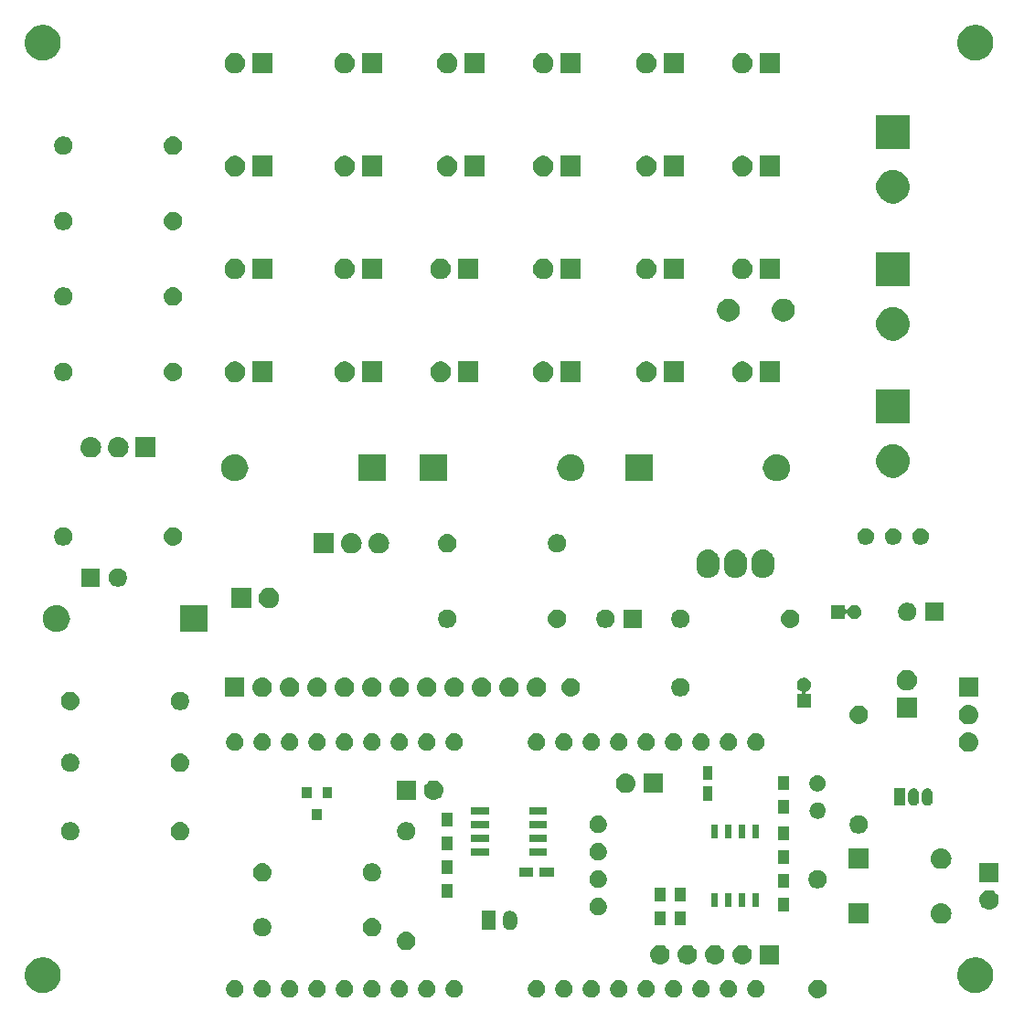
<source format=gbr>
G04 #@! TF.GenerationSoftware,KiCad,Pcbnew,(5.1.4)-1*
G04 #@! TF.CreationDate,2019-10-14T12:16:32+11:00*
G04 #@! TF.ProjectId,FoxCam,466f7843-616d-42e6-9b69-6361645f7063,rev?*
G04 #@! TF.SameCoordinates,Original*
G04 #@! TF.FileFunction,Soldermask,Bot*
G04 #@! TF.FilePolarity,Negative*
%FSLAX46Y46*%
G04 Gerber Fmt 4.6, Leading zero omitted, Abs format (unit mm)*
G04 Created by KiCad (PCBNEW (5.1.4)-1) date 2019-10-14 12:16:32*
%MOMM*%
%LPD*%
G04 APERTURE LIST*
%ADD10C,0.100000*%
G04 APERTURE END LIST*
D10*
G36*
X188761823Y-116636313D02*
G01*
X188922242Y-116684976D01*
X189052366Y-116754529D01*
X189070078Y-116763996D01*
X189199659Y-116870341D01*
X189306004Y-116999922D01*
X189306005Y-116999924D01*
X189385024Y-117147758D01*
X189433687Y-117308177D01*
X189450117Y-117475000D01*
X189433687Y-117641823D01*
X189385024Y-117802242D01*
X189314114Y-117934906D01*
X189306004Y-117950078D01*
X189199659Y-118079659D01*
X189070078Y-118186004D01*
X189070076Y-118186005D01*
X188922242Y-118265024D01*
X188761823Y-118313687D01*
X188636804Y-118326000D01*
X188553196Y-118326000D01*
X188428177Y-118313687D01*
X188267758Y-118265024D01*
X188119924Y-118186005D01*
X188119922Y-118186004D01*
X187990341Y-118079659D01*
X187883996Y-117950078D01*
X187875886Y-117934906D01*
X187804976Y-117802242D01*
X187756313Y-117641823D01*
X187739883Y-117475000D01*
X187756313Y-117308177D01*
X187804976Y-117147758D01*
X187883995Y-116999924D01*
X187883996Y-116999922D01*
X187990341Y-116870341D01*
X188119922Y-116763996D01*
X188137634Y-116754529D01*
X188267758Y-116684976D01*
X188428177Y-116636313D01*
X188553196Y-116624000D01*
X188636804Y-116624000D01*
X188761823Y-116636313D01*
X188761823Y-116636313D01*
G37*
G36*
X155177142Y-116693242D02*
G01*
X155325101Y-116754529D01*
X155458255Y-116843499D01*
X155571501Y-116956745D01*
X155660471Y-117089899D01*
X155721758Y-117237858D01*
X155753000Y-117394925D01*
X155753000Y-117555075D01*
X155721758Y-117712142D01*
X155660471Y-117860101D01*
X155571501Y-117993255D01*
X155458255Y-118106501D01*
X155325101Y-118195471D01*
X155177142Y-118256758D01*
X155020075Y-118288000D01*
X154859925Y-118288000D01*
X154702858Y-118256758D01*
X154554899Y-118195471D01*
X154421745Y-118106501D01*
X154308499Y-117993255D01*
X154219529Y-117860101D01*
X154158242Y-117712142D01*
X154127000Y-117555075D01*
X154127000Y-117394925D01*
X154158242Y-117237858D01*
X154219529Y-117089899D01*
X154308499Y-116956745D01*
X154421745Y-116843499D01*
X154554899Y-116754529D01*
X154702858Y-116693242D01*
X154859925Y-116662000D01*
X155020075Y-116662000D01*
X155177142Y-116693242D01*
X155177142Y-116693242D01*
G37*
G36*
X162797142Y-116693242D02*
G01*
X162945101Y-116754529D01*
X163078255Y-116843499D01*
X163191501Y-116956745D01*
X163280471Y-117089899D01*
X163341758Y-117237858D01*
X163373000Y-117394925D01*
X163373000Y-117555075D01*
X163341758Y-117712142D01*
X163280471Y-117860101D01*
X163191501Y-117993255D01*
X163078255Y-118106501D01*
X162945101Y-118195471D01*
X162797142Y-118256758D01*
X162640075Y-118288000D01*
X162479925Y-118288000D01*
X162322858Y-118256758D01*
X162174899Y-118195471D01*
X162041745Y-118106501D01*
X161928499Y-117993255D01*
X161839529Y-117860101D01*
X161778242Y-117712142D01*
X161747000Y-117555075D01*
X161747000Y-117394925D01*
X161778242Y-117237858D01*
X161839529Y-117089899D01*
X161928499Y-116956745D01*
X162041745Y-116843499D01*
X162174899Y-116754529D01*
X162322858Y-116693242D01*
X162479925Y-116662000D01*
X162640075Y-116662000D01*
X162797142Y-116693242D01*
X162797142Y-116693242D01*
G37*
G36*
X167877142Y-116693242D02*
G01*
X168025101Y-116754529D01*
X168158255Y-116843499D01*
X168271501Y-116956745D01*
X168360471Y-117089899D01*
X168421758Y-117237858D01*
X168453000Y-117394925D01*
X168453000Y-117555075D01*
X168421758Y-117712142D01*
X168360471Y-117860101D01*
X168271501Y-117993255D01*
X168158255Y-118106501D01*
X168025101Y-118195471D01*
X167877142Y-118256758D01*
X167720075Y-118288000D01*
X167559925Y-118288000D01*
X167402858Y-118256758D01*
X167254899Y-118195471D01*
X167121745Y-118106501D01*
X167008499Y-117993255D01*
X166919529Y-117860101D01*
X166858242Y-117712142D01*
X166827000Y-117555075D01*
X166827000Y-117394925D01*
X166858242Y-117237858D01*
X166919529Y-117089899D01*
X167008499Y-116956745D01*
X167121745Y-116843499D01*
X167254899Y-116754529D01*
X167402858Y-116693242D01*
X167559925Y-116662000D01*
X167720075Y-116662000D01*
X167877142Y-116693242D01*
X167877142Y-116693242D01*
G37*
G36*
X152637142Y-116693242D02*
G01*
X152785101Y-116754529D01*
X152918255Y-116843499D01*
X153031501Y-116956745D01*
X153120471Y-117089899D01*
X153181758Y-117237858D01*
X153213000Y-117394925D01*
X153213000Y-117555075D01*
X153181758Y-117712142D01*
X153120471Y-117860101D01*
X153031501Y-117993255D01*
X152918255Y-118106501D01*
X152785101Y-118195471D01*
X152637142Y-118256758D01*
X152480075Y-118288000D01*
X152319925Y-118288000D01*
X152162858Y-118256758D01*
X152014899Y-118195471D01*
X151881745Y-118106501D01*
X151768499Y-117993255D01*
X151679529Y-117860101D01*
X151618242Y-117712142D01*
X151587000Y-117555075D01*
X151587000Y-117394925D01*
X151618242Y-117237858D01*
X151679529Y-117089899D01*
X151768499Y-116956745D01*
X151881745Y-116843499D01*
X152014899Y-116754529D01*
X152162858Y-116693242D01*
X152319925Y-116662000D01*
X152480075Y-116662000D01*
X152637142Y-116693242D01*
X152637142Y-116693242D01*
G37*
G36*
X150097142Y-116693242D02*
G01*
X150245101Y-116754529D01*
X150378255Y-116843499D01*
X150491501Y-116956745D01*
X150580471Y-117089899D01*
X150641758Y-117237858D01*
X150673000Y-117394925D01*
X150673000Y-117555075D01*
X150641758Y-117712142D01*
X150580471Y-117860101D01*
X150491501Y-117993255D01*
X150378255Y-118106501D01*
X150245101Y-118195471D01*
X150097142Y-118256758D01*
X149940075Y-118288000D01*
X149779925Y-118288000D01*
X149622858Y-118256758D01*
X149474899Y-118195471D01*
X149341745Y-118106501D01*
X149228499Y-117993255D01*
X149139529Y-117860101D01*
X149078242Y-117712142D01*
X149047000Y-117555075D01*
X149047000Y-117394925D01*
X149078242Y-117237858D01*
X149139529Y-117089899D01*
X149228499Y-116956745D01*
X149341745Y-116843499D01*
X149474899Y-116754529D01*
X149622858Y-116693242D01*
X149779925Y-116662000D01*
X149940075Y-116662000D01*
X150097142Y-116693242D01*
X150097142Y-116693242D01*
G37*
G36*
X147557142Y-116693242D02*
G01*
X147705101Y-116754529D01*
X147838255Y-116843499D01*
X147951501Y-116956745D01*
X148040471Y-117089899D01*
X148101758Y-117237858D01*
X148133000Y-117394925D01*
X148133000Y-117555075D01*
X148101758Y-117712142D01*
X148040471Y-117860101D01*
X147951501Y-117993255D01*
X147838255Y-118106501D01*
X147705101Y-118195471D01*
X147557142Y-118256758D01*
X147400075Y-118288000D01*
X147239925Y-118288000D01*
X147082858Y-118256758D01*
X146934899Y-118195471D01*
X146801745Y-118106501D01*
X146688499Y-117993255D01*
X146599529Y-117860101D01*
X146538242Y-117712142D01*
X146507000Y-117555075D01*
X146507000Y-117394925D01*
X146538242Y-117237858D01*
X146599529Y-117089899D01*
X146688499Y-116956745D01*
X146801745Y-116843499D01*
X146934899Y-116754529D01*
X147082858Y-116693242D01*
X147239925Y-116662000D01*
X147400075Y-116662000D01*
X147557142Y-116693242D01*
X147557142Y-116693242D01*
G37*
G36*
X145017142Y-116693242D02*
G01*
X145165101Y-116754529D01*
X145298255Y-116843499D01*
X145411501Y-116956745D01*
X145500471Y-117089899D01*
X145561758Y-117237858D01*
X145593000Y-117394925D01*
X145593000Y-117555075D01*
X145561758Y-117712142D01*
X145500471Y-117860101D01*
X145411501Y-117993255D01*
X145298255Y-118106501D01*
X145165101Y-118195471D01*
X145017142Y-118256758D01*
X144860075Y-118288000D01*
X144699925Y-118288000D01*
X144542858Y-118256758D01*
X144394899Y-118195471D01*
X144261745Y-118106501D01*
X144148499Y-117993255D01*
X144059529Y-117860101D01*
X143998242Y-117712142D01*
X143967000Y-117555075D01*
X143967000Y-117394925D01*
X143998242Y-117237858D01*
X144059529Y-117089899D01*
X144148499Y-116956745D01*
X144261745Y-116843499D01*
X144394899Y-116754529D01*
X144542858Y-116693242D01*
X144699925Y-116662000D01*
X144860075Y-116662000D01*
X145017142Y-116693242D01*
X145017142Y-116693242D01*
G37*
G36*
X142477142Y-116693242D02*
G01*
X142625101Y-116754529D01*
X142758255Y-116843499D01*
X142871501Y-116956745D01*
X142960471Y-117089899D01*
X143021758Y-117237858D01*
X143053000Y-117394925D01*
X143053000Y-117555075D01*
X143021758Y-117712142D01*
X142960471Y-117860101D01*
X142871501Y-117993255D01*
X142758255Y-118106501D01*
X142625101Y-118195471D01*
X142477142Y-118256758D01*
X142320075Y-118288000D01*
X142159925Y-118288000D01*
X142002858Y-118256758D01*
X141854899Y-118195471D01*
X141721745Y-118106501D01*
X141608499Y-117993255D01*
X141519529Y-117860101D01*
X141458242Y-117712142D01*
X141427000Y-117555075D01*
X141427000Y-117394925D01*
X141458242Y-117237858D01*
X141519529Y-117089899D01*
X141608499Y-116956745D01*
X141721745Y-116843499D01*
X141854899Y-116754529D01*
X142002858Y-116693242D01*
X142159925Y-116662000D01*
X142320075Y-116662000D01*
X142477142Y-116693242D01*
X142477142Y-116693242D01*
G37*
G36*
X139937142Y-116693242D02*
G01*
X140085101Y-116754529D01*
X140218255Y-116843499D01*
X140331501Y-116956745D01*
X140420471Y-117089899D01*
X140481758Y-117237858D01*
X140513000Y-117394925D01*
X140513000Y-117555075D01*
X140481758Y-117712142D01*
X140420471Y-117860101D01*
X140331501Y-117993255D01*
X140218255Y-118106501D01*
X140085101Y-118195471D01*
X139937142Y-118256758D01*
X139780075Y-118288000D01*
X139619925Y-118288000D01*
X139462858Y-118256758D01*
X139314899Y-118195471D01*
X139181745Y-118106501D01*
X139068499Y-117993255D01*
X138979529Y-117860101D01*
X138918242Y-117712142D01*
X138887000Y-117555075D01*
X138887000Y-117394925D01*
X138918242Y-117237858D01*
X138979529Y-117089899D01*
X139068499Y-116956745D01*
X139181745Y-116843499D01*
X139314899Y-116754529D01*
X139462858Y-116693242D01*
X139619925Y-116662000D01*
X139780075Y-116662000D01*
X139937142Y-116693242D01*
X139937142Y-116693242D01*
G37*
G36*
X134857142Y-116693242D02*
G01*
X135005101Y-116754529D01*
X135138255Y-116843499D01*
X135251501Y-116956745D01*
X135340471Y-117089899D01*
X135401758Y-117237858D01*
X135433000Y-117394925D01*
X135433000Y-117555075D01*
X135401758Y-117712142D01*
X135340471Y-117860101D01*
X135251501Y-117993255D01*
X135138255Y-118106501D01*
X135005101Y-118195471D01*
X134857142Y-118256758D01*
X134700075Y-118288000D01*
X134539925Y-118288000D01*
X134382858Y-118256758D01*
X134234899Y-118195471D01*
X134101745Y-118106501D01*
X133988499Y-117993255D01*
X133899529Y-117860101D01*
X133838242Y-117712142D01*
X133807000Y-117555075D01*
X133807000Y-117394925D01*
X133838242Y-117237858D01*
X133899529Y-117089899D01*
X133988499Y-116956745D01*
X134101745Y-116843499D01*
X134234899Y-116754529D01*
X134382858Y-116693242D01*
X134539925Y-116662000D01*
X134700075Y-116662000D01*
X134857142Y-116693242D01*
X134857142Y-116693242D01*
G37*
G36*
X137397142Y-116693242D02*
G01*
X137545101Y-116754529D01*
X137678255Y-116843499D01*
X137791501Y-116956745D01*
X137880471Y-117089899D01*
X137941758Y-117237858D01*
X137973000Y-117394925D01*
X137973000Y-117555075D01*
X137941758Y-117712142D01*
X137880471Y-117860101D01*
X137791501Y-117993255D01*
X137678255Y-118106501D01*
X137545101Y-118195471D01*
X137397142Y-118256758D01*
X137240075Y-118288000D01*
X137079925Y-118288000D01*
X136922858Y-118256758D01*
X136774899Y-118195471D01*
X136641745Y-118106501D01*
X136528499Y-117993255D01*
X136439529Y-117860101D01*
X136378242Y-117712142D01*
X136347000Y-117555075D01*
X136347000Y-117394925D01*
X136378242Y-117237858D01*
X136439529Y-117089899D01*
X136528499Y-116956745D01*
X136641745Y-116843499D01*
X136774899Y-116754529D01*
X136922858Y-116693242D01*
X137079925Y-116662000D01*
X137240075Y-116662000D01*
X137397142Y-116693242D01*
X137397142Y-116693242D01*
G37*
G36*
X183117142Y-116693242D02*
G01*
X183265101Y-116754529D01*
X183398255Y-116843499D01*
X183511501Y-116956745D01*
X183600471Y-117089899D01*
X183661758Y-117237858D01*
X183693000Y-117394925D01*
X183693000Y-117555075D01*
X183661758Y-117712142D01*
X183600471Y-117860101D01*
X183511501Y-117993255D01*
X183398255Y-118106501D01*
X183265101Y-118195471D01*
X183117142Y-118256758D01*
X182960075Y-118288000D01*
X182799925Y-118288000D01*
X182642858Y-118256758D01*
X182494899Y-118195471D01*
X182361745Y-118106501D01*
X182248499Y-117993255D01*
X182159529Y-117860101D01*
X182098242Y-117712142D01*
X182067000Y-117555075D01*
X182067000Y-117394925D01*
X182098242Y-117237858D01*
X182159529Y-117089899D01*
X182248499Y-116956745D01*
X182361745Y-116843499D01*
X182494899Y-116754529D01*
X182642858Y-116693242D01*
X182799925Y-116662000D01*
X182960075Y-116662000D01*
X183117142Y-116693242D01*
X183117142Y-116693242D01*
G37*
G36*
X180577142Y-116693242D02*
G01*
X180725101Y-116754529D01*
X180858255Y-116843499D01*
X180971501Y-116956745D01*
X181060471Y-117089899D01*
X181121758Y-117237858D01*
X181153000Y-117394925D01*
X181153000Y-117555075D01*
X181121758Y-117712142D01*
X181060471Y-117860101D01*
X180971501Y-117993255D01*
X180858255Y-118106501D01*
X180725101Y-118195471D01*
X180577142Y-118256758D01*
X180420075Y-118288000D01*
X180259925Y-118288000D01*
X180102858Y-118256758D01*
X179954899Y-118195471D01*
X179821745Y-118106501D01*
X179708499Y-117993255D01*
X179619529Y-117860101D01*
X179558242Y-117712142D01*
X179527000Y-117555075D01*
X179527000Y-117394925D01*
X179558242Y-117237858D01*
X179619529Y-117089899D01*
X179708499Y-116956745D01*
X179821745Y-116843499D01*
X179954899Y-116754529D01*
X180102858Y-116693242D01*
X180259925Y-116662000D01*
X180420075Y-116662000D01*
X180577142Y-116693242D01*
X180577142Y-116693242D01*
G37*
G36*
X178037142Y-116693242D02*
G01*
X178185101Y-116754529D01*
X178318255Y-116843499D01*
X178431501Y-116956745D01*
X178520471Y-117089899D01*
X178581758Y-117237858D01*
X178613000Y-117394925D01*
X178613000Y-117555075D01*
X178581758Y-117712142D01*
X178520471Y-117860101D01*
X178431501Y-117993255D01*
X178318255Y-118106501D01*
X178185101Y-118195471D01*
X178037142Y-118256758D01*
X177880075Y-118288000D01*
X177719925Y-118288000D01*
X177562858Y-118256758D01*
X177414899Y-118195471D01*
X177281745Y-118106501D01*
X177168499Y-117993255D01*
X177079529Y-117860101D01*
X177018242Y-117712142D01*
X176987000Y-117555075D01*
X176987000Y-117394925D01*
X177018242Y-117237858D01*
X177079529Y-117089899D01*
X177168499Y-116956745D01*
X177281745Y-116843499D01*
X177414899Y-116754529D01*
X177562858Y-116693242D01*
X177719925Y-116662000D01*
X177880075Y-116662000D01*
X178037142Y-116693242D01*
X178037142Y-116693242D01*
G37*
G36*
X165337142Y-116693242D02*
G01*
X165485101Y-116754529D01*
X165618255Y-116843499D01*
X165731501Y-116956745D01*
X165820471Y-117089899D01*
X165881758Y-117237858D01*
X165913000Y-117394925D01*
X165913000Y-117555075D01*
X165881758Y-117712142D01*
X165820471Y-117860101D01*
X165731501Y-117993255D01*
X165618255Y-118106501D01*
X165485101Y-118195471D01*
X165337142Y-118256758D01*
X165180075Y-118288000D01*
X165019925Y-118288000D01*
X164862858Y-118256758D01*
X164714899Y-118195471D01*
X164581745Y-118106501D01*
X164468499Y-117993255D01*
X164379529Y-117860101D01*
X164318242Y-117712142D01*
X164287000Y-117555075D01*
X164287000Y-117394925D01*
X164318242Y-117237858D01*
X164379529Y-117089899D01*
X164468499Y-116956745D01*
X164581745Y-116843499D01*
X164714899Y-116754529D01*
X164862858Y-116693242D01*
X165019925Y-116662000D01*
X165180075Y-116662000D01*
X165337142Y-116693242D01*
X165337142Y-116693242D01*
G37*
G36*
X172957142Y-116693242D02*
G01*
X173105101Y-116754529D01*
X173238255Y-116843499D01*
X173351501Y-116956745D01*
X173440471Y-117089899D01*
X173501758Y-117237858D01*
X173533000Y-117394925D01*
X173533000Y-117555075D01*
X173501758Y-117712142D01*
X173440471Y-117860101D01*
X173351501Y-117993255D01*
X173238255Y-118106501D01*
X173105101Y-118195471D01*
X172957142Y-118256758D01*
X172800075Y-118288000D01*
X172639925Y-118288000D01*
X172482858Y-118256758D01*
X172334899Y-118195471D01*
X172201745Y-118106501D01*
X172088499Y-117993255D01*
X171999529Y-117860101D01*
X171938242Y-117712142D01*
X171907000Y-117555075D01*
X171907000Y-117394925D01*
X171938242Y-117237858D01*
X171999529Y-117089899D01*
X172088499Y-116956745D01*
X172201745Y-116843499D01*
X172334899Y-116754529D01*
X172482858Y-116693242D01*
X172639925Y-116662000D01*
X172800075Y-116662000D01*
X172957142Y-116693242D01*
X172957142Y-116693242D01*
G37*
G36*
X170417142Y-116693242D02*
G01*
X170565101Y-116754529D01*
X170698255Y-116843499D01*
X170811501Y-116956745D01*
X170900471Y-117089899D01*
X170961758Y-117237858D01*
X170993000Y-117394925D01*
X170993000Y-117555075D01*
X170961758Y-117712142D01*
X170900471Y-117860101D01*
X170811501Y-117993255D01*
X170698255Y-118106501D01*
X170565101Y-118195471D01*
X170417142Y-118256758D01*
X170260075Y-118288000D01*
X170099925Y-118288000D01*
X169942858Y-118256758D01*
X169794899Y-118195471D01*
X169661745Y-118106501D01*
X169548499Y-117993255D01*
X169459529Y-117860101D01*
X169398242Y-117712142D01*
X169367000Y-117555075D01*
X169367000Y-117394925D01*
X169398242Y-117237858D01*
X169459529Y-117089899D01*
X169548499Y-116956745D01*
X169661745Y-116843499D01*
X169794899Y-116754529D01*
X169942858Y-116693242D01*
X170099925Y-116662000D01*
X170260075Y-116662000D01*
X170417142Y-116693242D01*
X170417142Y-116693242D01*
G37*
G36*
X175497142Y-116693242D02*
G01*
X175645101Y-116754529D01*
X175778255Y-116843499D01*
X175891501Y-116956745D01*
X175980471Y-117089899D01*
X176041758Y-117237858D01*
X176073000Y-117394925D01*
X176073000Y-117555075D01*
X176041758Y-117712142D01*
X175980471Y-117860101D01*
X175891501Y-117993255D01*
X175778255Y-118106501D01*
X175645101Y-118195471D01*
X175497142Y-118256758D01*
X175340075Y-118288000D01*
X175179925Y-118288000D01*
X175022858Y-118256758D01*
X174874899Y-118195471D01*
X174741745Y-118106501D01*
X174628499Y-117993255D01*
X174539529Y-117860101D01*
X174478242Y-117712142D01*
X174447000Y-117555075D01*
X174447000Y-117394925D01*
X174478242Y-117237858D01*
X174539529Y-117089899D01*
X174628499Y-116956745D01*
X174741745Y-116843499D01*
X174874899Y-116754529D01*
X175022858Y-116693242D01*
X175179925Y-116662000D01*
X175340075Y-116662000D01*
X175497142Y-116693242D01*
X175497142Y-116693242D01*
G37*
G36*
X117215256Y-114596298D02*
G01*
X117321579Y-114617447D01*
X117622042Y-114741903D01*
X117892451Y-114922585D01*
X118122415Y-115152549D01*
X118303097Y-115422958D01*
X118427553Y-115723421D01*
X118491000Y-116042391D01*
X118491000Y-116367609D01*
X118427553Y-116686579D01*
X118362554Y-116843501D01*
X118315647Y-116956745D01*
X118303097Y-116987042D01*
X118122415Y-117257451D01*
X117892451Y-117487415D01*
X117622042Y-117668097D01*
X117321579Y-117792553D01*
X117272884Y-117802239D01*
X117002611Y-117856000D01*
X116677389Y-117856000D01*
X116407116Y-117802239D01*
X116358421Y-117792553D01*
X116057958Y-117668097D01*
X115787549Y-117487415D01*
X115557585Y-117257451D01*
X115376903Y-116987042D01*
X115364354Y-116956745D01*
X115317446Y-116843501D01*
X115252447Y-116686579D01*
X115189000Y-116367609D01*
X115189000Y-116042391D01*
X115252447Y-115723421D01*
X115376903Y-115422958D01*
X115557585Y-115152549D01*
X115787549Y-114922585D01*
X116057958Y-114741903D01*
X116358421Y-114617447D01*
X116464744Y-114596298D01*
X116677389Y-114554000D01*
X117002611Y-114554000D01*
X117215256Y-114596298D01*
X117215256Y-114596298D01*
G37*
G36*
X203575256Y-114596298D02*
G01*
X203681579Y-114617447D01*
X203982042Y-114741903D01*
X204252451Y-114922585D01*
X204482415Y-115152549D01*
X204663097Y-115422958D01*
X204787553Y-115723421D01*
X204851000Y-116042391D01*
X204851000Y-116367609D01*
X204787553Y-116686579D01*
X204722554Y-116843501D01*
X204675647Y-116956745D01*
X204663097Y-116987042D01*
X204482415Y-117257451D01*
X204252451Y-117487415D01*
X203982042Y-117668097D01*
X203681579Y-117792553D01*
X203632884Y-117802239D01*
X203362611Y-117856000D01*
X203037389Y-117856000D01*
X202767116Y-117802239D01*
X202718421Y-117792553D01*
X202417958Y-117668097D01*
X202147549Y-117487415D01*
X201917585Y-117257451D01*
X201736903Y-116987042D01*
X201724354Y-116956745D01*
X201677446Y-116843501D01*
X201612447Y-116686579D01*
X201549000Y-116367609D01*
X201549000Y-116042391D01*
X201612447Y-115723421D01*
X201736903Y-115422958D01*
X201917585Y-115152549D01*
X202147549Y-114922585D01*
X202417958Y-114741903D01*
X202718421Y-114617447D01*
X202824744Y-114596298D01*
X203037389Y-114554000D01*
X203362611Y-114554000D01*
X203575256Y-114596298D01*
X203575256Y-114596298D01*
G37*
G36*
X179180443Y-113405519D02*
G01*
X179246627Y-113412037D01*
X179416466Y-113463557D01*
X179572991Y-113547222D01*
X179608729Y-113576552D01*
X179710186Y-113659814D01*
X179793448Y-113761271D01*
X179822778Y-113797009D01*
X179906443Y-113953534D01*
X179957963Y-114123373D01*
X179975359Y-114300000D01*
X179957963Y-114476627D01*
X179906443Y-114646466D01*
X179822778Y-114802991D01*
X179793448Y-114838729D01*
X179710186Y-114940186D01*
X179608729Y-115023448D01*
X179572991Y-115052778D01*
X179416466Y-115136443D01*
X179246627Y-115187963D01*
X179180442Y-115194482D01*
X179114260Y-115201000D01*
X179025740Y-115201000D01*
X178959558Y-115194482D01*
X178893373Y-115187963D01*
X178723534Y-115136443D01*
X178567009Y-115052778D01*
X178531271Y-115023448D01*
X178429814Y-114940186D01*
X178346552Y-114838729D01*
X178317222Y-114802991D01*
X178233557Y-114646466D01*
X178182037Y-114476627D01*
X178164641Y-114300000D01*
X178182037Y-114123373D01*
X178233557Y-113953534D01*
X178317222Y-113797009D01*
X178346552Y-113761271D01*
X178429814Y-113659814D01*
X178531271Y-113576552D01*
X178567009Y-113547222D01*
X178723534Y-113463557D01*
X178893373Y-113412037D01*
X178959557Y-113405519D01*
X179025740Y-113399000D01*
X179114260Y-113399000D01*
X179180443Y-113405519D01*
X179180443Y-113405519D01*
G37*
G36*
X174100443Y-113405519D02*
G01*
X174166627Y-113412037D01*
X174336466Y-113463557D01*
X174492991Y-113547222D01*
X174528729Y-113576552D01*
X174630186Y-113659814D01*
X174713448Y-113761271D01*
X174742778Y-113797009D01*
X174826443Y-113953534D01*
X174877963Y-114123373D01*
X174895359Y-114300000D01*
X174877963Y-114476627D01*
X174826443Y-114646466D01*
X174742778Y-114802991D01*
X174713448Y-114838729D01*
X174630186Y-114940186D01*
X174528729Y-115023448D01*
X174492991Y-115052778D01*
X174336466Y-115136443D01*
X174166627Y-115187963D01*
X174100442Y-115194482D01*
X174034260Y-115201000D01*
X173945740Y-115201000D01*
X173879558Y-115194482D01*
X173813373Y-115187963D01*
X173643534Y-115136443D01*
X173487009Y-115052778D01*
X173451271Y-115023448D01*
X173349814Y-114940186D01*
X173266552Y-114838729D01*
X173237222Y-114802991D01*
X173153557Y-114646466D01*
X173102037Y-114476627D01*
X173084641Y-114300000D01*
X173102037Y-114123373D01*
X173153557Y-113953534D01*
X173237222Y-113797009D01*
X173266552Y-113761271D01*
X173349814Y-113659814D01*
X173451271Y-113576552D01*
X173487009Y-113547222D01*
X173643534Y-113463557D01*
X173813373Y-113412037D01*
X173879557Y-113405519D01*
X173945740Y-113399000D01*
X174034260Y-113399000D01*
X174100443Y-113405519D01*
X174100443Y-113405519D01*
G37*
G36*
X176640443Y-113405519D02*
G01*
X176706627Y-113412037D01*
X176876466Y-113463557D01*
X177032991Y-113547222D01*
X177068729Y-113576552D01*
X177170186Y-113659814D01*
X177253448Y-113761271D01*
X177282778Y-113797009D01*
X177366443Y-113953534D01*
X177417963Y-114123373D01*
X177435359Y-114300000D01*
X177417963Y-114476627D01*
X177366443Y-114646466D01*
X177282778Y-114802991D01*
X177253448Y-114838729D01*
X177170186Y-114940186D01*
X177068729Y-115023448D01*
X177032991Y-115052778D01*
X176876466Y-115136443D01*
X176706627Y-115187963D01*
X176640442Y-115194482D01*
X176574260Y-115201000D01*
X176485740Y-115201000D01*
X176419558Y-115194482D01*
X176353373Y-115187963D01*
X176183534Y-115136443D01*
X176027009Y-115052778D01*
X175991271Y-115023448D01*
X175889814Y-114940186D01*
X175806552Y-114838729D01*
X175777222Y-114802991D01*
X175693557Y-114646466D01*
X175642037Y-114476627D01*
X175624641Y-114300000D01*
X175642037Y-114123373D01*
X175693557Y-113953534D01*
X175777222Y-113797009D01*
X175806552Y-113761271D01*
X175889814Y-113659814D01*
X175991271Y-113576552D01*
X176027009Y-113547222D01*
X176183534Y-113463557D01*
X176353373Y-113412037D01*
X176419557Y-113405519D01*
X176485740Y-113399000D01*
X176574260Y-113399000D01*
X176640443Y-113405519D01*
X176640443Y-113405519D01*
G37*
G36*
X181720443Y-113405519D02*
G01*
X181786627Y-113412037D01*
X181956466Y-113463557D01*
X182112991Y-113547222D01*
X182148729Y-113576552D01*
X182250186Y-113659814D01*
X182333448Y-113761271D01*
X182362778Y-113797009D01*
X182446443Y-113953534D01*
X182497963Y-114123373D01*
X182515359Y-114300000D01*
X182497963Y-114476627D01*
X182446443Y-114646466D01*
X182362778Y-114802991D01*
X182333448Y-114838729D01*
X182250186Y-114940186D01*
X182148729Y-115023448D01*
X182112991Y-115052778D01*
X181956466Y-115136443D01*
X181786627Y-115187963D01*
X181720442Y-115194482D01*
X181654260Y-115201000D01*
X181565740Y-115201000D01*
X181499558Y-115194482D01*
X181433373Y-115187963D01*
X181263534Y-115136443D01*
X181107009Y-115052778D01*
X181071271Y-115023448D01*
X180969814Y-114940186D01*
X180886552Y-114838729D01*
X180857222Y-114802991D01*
X180773557Y-114646466D01*
X180722037Y-114476627D01*
X180704641Y-114300000D01*
X180722037Y-114123373D01*
X180773557Y-113953534D01*
X180857222Y-113797009D01*
X180886552Y-113761271D01*
X180969814Y-113659814D01*
X181071271Y-113576552D01*
X181107009Y-113547222D01*
X181263534Y-113463557D01*
X181433373Y-113412037D01*
X181499557Y-113405519D01*
X181565740Y-113399000D01*
X181654260Y-113399000D01*
X181720443Y-113405519D01*
X181720443Y-113405519D01*
G37*
G36*
X185051000Y-115201000D02*
G01*
X183249000Y-115201000D01*
X183249000Y-113399000D01*
X185051000Y-113399000D01*
X185051000Y-115201000D01*
X185051000Y-115201000D01*
G37*
G36*
X150661823Y-112191313D02*
G01*
X150822242Y-112239976D01*
X150954906Y-112310886D01*
X150970078Y-112318996D01*
X151099659Y-112425341D01*
X151206004Y-112554922D01*
X151206005Y-112554924D01*
X151285024Y-112702758D01*
X151333687Y-112863177D01*
X151350117Y-113030000D01*
X151333687Y-113196823D01*
X151285024Y-113357242D01*
X151255735Y-113412037D01*
X151206004Y-113505078D01*
X151099659Y-113634659D01*
X150970078Y-113741004D01*
X150970076Y-113741005D01*
X150822242Y-113820024D01*
X150661823Y-113868687D01*
X150536804Y-113881000D01*
X150453196Y-113881000D01*
X150328177Y-113868687D01*
X150167758Y-113820024D01*
X150019924Y-113741005D01*
X150019922Y-113741004D01*
X149890341Y-113634659D01*
X149783996Y-113505078D01*
X149734265Y-113412037D01*
X149704976Y-113357242D01*
X149656313Y-113196823D01*
X149639883Y-113030000D01*
X149656313Y-112863177D01*
X149704976Y-112702758D01*
X149783995Y-112554924D01*
X149783996Y-112554922D01*
X149890341Y-112425341D01*
X150019922Y-112318996D01*
X150035094Y-112310886D01*
X150167758Y-112239976D01*
X150328177Y-112191313D01*
X150453196Y-112179000D01*
X150536804Y-112179000D01*
X150661823Y-112191313D01*
X150661823Y-112191313D01*
G37*
G36*
X147486823Y-110921313D02*
G01*
X147647242Y-110969976D01*
X147779906Y-111040886D01*
X147795078Y-111048996D01*
X147924659Y-111155341D01*
X148031004Y-111284922D01*
X148031005Y-111284924D01*
X148110024Y-111432758D01*
X148158687Y-111593177D01*
X148175117Y-111760000D01*
X148158687Y-111926823D01*
X148110024Y-112087242D01*
X148069477Y-112163100D01*
X148031004Y-112235078D01*
X147924659Y-112364659D01*
X147795078Y-112471004D01*
X147795076Y-112471005D01*
X147647242Y-112550024D01*
X147486823Y-112598687D01*
X147361804Y-112611000D01*
X147278196Y-112611000D01*
X147153177Y-112598687D01*
X146992758Y-112550024D01*
X146844924Y-112471005D01*
X146844922Y-112471004D01*
X146715341Y-112364659D01*
X146608996Y-112235078D01*
X146570523Y-112163100D01*
X146529976Y-112087242D01*
X146481313Y-111926823D01*
X146464883Y-111760000D01*
X146481313Y-111593177D01*
X146529976Y-111432758D01*
X146608995Y-111284924D01*
X146608996Y-111284922D01*
X146715341Y-111155341D01*
X146844922Y-111048996D01*
X146860094Y-111040886D01*
X146992758Y-110969976D01*
X147153177Y-110921313D01*
X147278196Y-110909000D01*
X147361804Y-110909000D01*
X147486823Y-110921313D01*
X147486823Y-110921313D01*
G37*
G36*
X137408228Y-110941703D02*
G01*
X137563100Y-111005853D01*
X137702481Y-111098985D01*
X137821015Y-111217519D01*
X137914147Y-111356900D01*
X137978297Y-111511772D01*
X138011000Y-111676184D01*
X138011000Y-111843816D01*
X137978297Y-112008228D01*
X137914147Y-112163100D01*
X137821015Y-112302481D01*
X137702481Y-112421015D01*
X137563100Y-112514147D01*
X137408228Y-112578297D01*
X137243816Y-112611000D01*
X137076184Y-112611000D01*
X136911772Y-112578297D01*
X136756900Y-112514147D01*
X136617519Y-112421015D01*
X136498985Y-112302481D01*
X136405853Y-112163100D01*
X136341703Y-112008228D01*
X136309000Y-111843816D01*
X136309000Y-111676184D01*
X136341703Y-111511772D01*
X136405853Y-111356900D01*
X136498985Y-111217519D01*
X136617519Y-111098985D01*
X136756900Y-111005853D01*
X136911772Y-110941703D01*
X137076184Y-110909000D01*
X137243816Y-110909000D01*
X137408228Y-110941703D01*
X137408228Y-110941703D01*
G37*
G36*
X160242617Y-110233420D02*
G01*
X160333403Y-110260960D01*
X160365335Y-110270646D01*
X160478424Y-110331094D01*
X160577554Y-110412447D01*
X160658906Y-110511575D01*
X160719354Y-110624664D01*
X160729040Y-110656596D01*
X160756580Y-110747382D01*
X160766000Y-110843027D01*
X160766000Y-111406973D01*
X160756580Y-111502618D01*
X160753803Y-111511771D01*
X160719354Y-111625336D01*
X160658906Y-111738425D01*
X160577554Y-111837554D01*
X160478425Y-111918906D01*
X160365336Y-111979354D01*
X160333404Y-111989040D01*
X160242618Y-112016580D01*
X160115000Y-112029149D01*
X159987383Y-112016580D01*
X159896597Y-111989040D01*
X159864665Y-111979354D01*
X159751576Y-111918906D01*
X159652447Y-111837553D01*
X159571094Y-111738425D01*
X159510646Y-111625336D01*
X159476197Y-111511771D01*
X159473420Y-111502618D01*
X159464000Y-111406973D01*
X159464000Y-110843028D01*
X159473420Y-110747383D01*
X159510645Y-110624669D01*
X159510646Y-110624665D01*
X159571094Y-110511576D01*
X159652447Y-110412446D01*
X159751575Y-110331094D01*
X159864664Y-110270646D01*
X159896596Y-110260960D01*
X159987382Y-110233420D01*
X160115000Y-110220851D01*
X160242617Y-110233420D01*
X160242617Y-110233420D01*
G37*
G36*
X158766000Y-112026000D02*
G01*
X157464000Y-112026000D01*
X157464000Y-110224000D01*
X158766000Y-110224000D01*
X158766000Y-112026000D01*
X158766000Y-112026000D01*
G37*
G36*
X176396000Y-111606000D02*
G01*
X175394000Y-111606000D01*
X175394000Y-110304000D01*
X176396000Y-110304000D01*
X176396000Y-111606000D01*
X176396000Y-111606000D01*
G37*
G36*
X174491000Y-111606000D02*
G01*
X173489000Y-111606000D01*
X173489000Y-110304000D01*
X174491000Y-110304000D01*
X174491000Y-111606000D01*
X174491000Y-111606000D01*
G37*
G36*
X200211425Y-109552760D02*
G01*
X200211428Y-109552761D01*
X200211429Y-109552761D01*
X200390693Y-109607140D01*
X200390696Y-109607142D01*
X200390697Y-109607142D01*
X200555903Y-109695446D01*
X200700712Y-109814288D01*
X200819554Y-109959097D01*
X200907858Y-110124303D01*
X200907860Y-110124307D01*
X200952251Y-110270645D01*
X200962240Y-110303575D01*
X200980601Y-110490000D01*
X200962240Y-110676425D01*
X200962239Y-110676428D01*
X200962239Y-110676429D01*
X200907860Y-110855693D01*
X200907858Y-110855696D01*
X200907858Y-110855697D01*
X200819554Y-111020903D01*
X200700712Y-111165712D01*
X200555903Y-111284554D01*
X200390697Y-111372858D01*
X200390693Y-111372860D01*
X200211429Y-111427239D01*
X200211428Y-111427239D01*
X200211425Y-111427240D01*
X200071718Y-111441000D01*
X199978282Y-111441000D01*
X199838575Y-111427240D01*
X199838572Y-111427239D01*
X199838571Y-111427239D01*
X199659307Y-111372860D01*
X199659303Y-111372858D01*
X199494097Y-111284554D01*
X199349288Y-111165712D01*
X199230446Y-111020903D01*
X199142142Y-110855697D01*
X199142142Y-110855696D01*
X199142140Y-110855693D01*
X199087761Y-110676429D01*
X199087761Y-110676428D01*
X199087760Y-110676425D01*
X199069399Y-110490000D01*
X199087760Y-110303575D01*
X199097749Y-110270645D01*
X199142140Y-110124307D01*
X199142142Y-110124303D01*
X199230446Y-109959097D01*
X199349288Y-109814288D01*
X199494097Y-109695446D01*
X199659303Y-109607142D01*
X199659304Y-109607142D01*
X199659307Y-109607140D01*
X199838571Y-109552761D01*
X199838572Y-109552761D01*
X199838575Y-109552760D01*
X199978282Y-109539000D01*
X200071718Y-109539000D01*
X200211425Y-109552760D01*
X200211425Y-109552760D01*
G37*
G36*
X193356000Y-111441000D02*
G01*
X191454000Y-111441000D01*
X191454000Y-109539000D01*
X193356000Y-109539000D01*
X193356000Y-111441000D01*
X193356000Y-111441000D01*
G37*
G36*
X168512142Y-109073242D02*
G01*
X168660101Y-109134529D01*
X168793255Y-109223499D01*
X168906501Y-109336745D01*
X168995471Y-109469899D01*
X169056758Y-109617858D01*
X169088000Y-109774925D01*
X169088000Y-109935075D01*
X169056758Y-110092142D01*
X168995471Y-110240101D01*
X168906501Y-110373255D01*
X168793255Y-110486501D01*
X168660101Y-110575471D01*
X168512142Y-110636758D01*
X168355075Y-110668000D01*
X168194925Y-110668000D01*
X168037858Y-110636758D01*
X167889899Y-110575471D01*
X167756745Y-110486501D01*
X167643499Y-110373255D01*
X167554529Y-110240101D01*
X167493242Y-110092142D01*
X167462000Y-109935075D01*
X167462000Y-109774925D01*
X167493242Y-109617858D01*
X167554529Y-109469899D01*
X167643499Y-109336745D01*
X167756745Y-109223499D01*
X167889899Y-109134529D01*
X168037858Y-109073242D01*
X168194925Y-109042000D01*
X168355075Y-109042000D01*
X168512142Y-109073242D01*
X168512142Y-109073242D01*
G37*
G36*
X185921000Y-110336000D02*
G01*
X184919000Y-110336000D01*
X184919000Y-109034000D01*
X185921000Y-109034000D01*
X185921000Y-110336000D01*
X185921000Y-110336000D01*
G37*
G36*
X204580443Y-108325519D02*
G01*
X204646627Y-108332037D01*
X204816466Y-108383557D01*
X204972991Y-108467222D01*
X205008729Y-108496552D01*
X205110186Y-108579814D01*
X205193448Y-108681271D01*
X205222778Y-108717009D01*
X205306443Y-108873534D01*
X205357963Y-109043373D01*
X205375359Y-109220000D01*
X205357963Y-109396627D01*
X205306443Y-109566466D01*
X205222778Y-109722991D01*
X205193448Y-109758729D01*
X205110186Y-109860186D01*
X205018933Y-109935074D01*
X204972991Y-109972778D01*
X204816466Y-110056443D01*
X204646627Y-110107963D01*
X204580443Y-110114481D01*
X204514260Y-110121000D01*
X204425740Y-110121000D01*
X204359557Y-110114481D01*
X204293373Y-110107963D01*
X204123534Y-110056443D01*
X203967009Y-109972778D01*
X203921067Y-109935074D01*
X203829814Y-109860186D01*
X203746552Y-109758729D01*
X203717222Y-109722991D01*
X203633557Y-109566466D01*
X203582037Y-109396627D01*
X203564641Y-109220000D01*
X203582037Y-109043373D01*
X203633557Y-108873534D01*
X203717222Y-108717009D01*
X203746552Y-108681271D01*
X203829814Y-108579814D01*
X203931271Y-108496552D01*
X203967009Y-108467222D01*
X204123534Y-108383557D01*
X204293373Y-108332037D01*
X204359557Y-108325519D01*
X204425740Y-108319000D01*
X204514260Y-108319000D01*
X204580443Y-108325519D01*
X204580443Y-108325519D01*
G37*
G36*
X181915000Y-109842500D02*
G01*
X181305000Y-109842500D01*
X181305000Y-108597500D01*
X181915000Y-108597500D01*
X181915000Y-109842500D01*
X181915000Y-109842500D01*
G37*
G36*
X183185000Y-109842500D02*
G01*
X182575000Y-109842500D01*
X182575000Y-108597500D01*
X183185000Y-108597500D01*
X183185000Y-109842500D01*
X183185000Y-109842500D01*
G37*
G36*
X180645000Y-109842500D02*
G01*
X180035000Y-109842500D01*
X180035000Y-108597500D01*
X180645000Y-108597500D01*
X180645000Y-109842500D01*
X180645000Y-109842500D01*
G37*
G36*
X179375000Y-109842500D02*
G01*
X178765000Y-109842500D01*
X178765000Y-108597500D01*
X179375000Y-108597500D01*
X179375000Y-109842500D01*
X179375000Y-109842500D01*
G37*
G36*
X176396000Y-109406000D02*
G01*
X175394000Y-109406000D01*
X175394000Y-108104000D01*
X176396000Y-108104000D01*
X176396000Y-109406000D01*
X176396000Y-109406000D01*
G37*
G36*
X174491000Y-109406000D02*
G01*
X173489000Y-109406000D01*
X173489000Y-108104000D01*
X174491000Y-108104000D01*
X174491000Y-109406000D01*
X174491000Y-109406000D01*
G37*
G36*
X154806000Y-109066000D02*
G01*
X153804000Y-109066000D01*
X153804000Y-107764000D01*
X154806000Y-107764000D01*
X154806000Y-109066000D01*
X154806000Y-109066000D01*
G37*
G36*
X188843228Y-106496703D02*
G01*
X188998100Y-106560853D01*
X189137481Y-106653985D01*
X189256015Y-106772519D01*
X189349147Y-106911900D01*
X189413297Y-107066772D01*
X189446000Y-107231184D01*
X189446000Y-107398816D01*
X189413297Y-107563228D01*
X189349147Y-107718100D01*
X189256015Y-107857481D01*
X189137481Y-107976015D01*
X188998100Y-108069147D01*
X188843228Y-108133297D01*
X188678816Y-108166000D01*
X188511184Y-108166000D01*
X188346772Y-108133297D01*
X188191900Y-108069147D01*
X188052519Y-107976015D01*
X187933985Y-107857481D01*
X187840853Y-107718100D01*
X187776703Y-107563228D01*
X187744000Y-107398816D01*
X187744000Y-107231184D01*
X187776703Y-107066772D01*
X187840853Y-106911900D01*
X187933985Y-106772519D01*
X188052519Y-106653985D01*
X188191900Y-106560853D01*
X188346772Y-106496703D01*
X188511184Y-106464000D01*
X188678816Y-106464000D01*
X188843228Y-106496703D01*
X188843228Y-106496703D01*
G37*
G36*
X185921000Y-108136000D02*
G01*
X184919000Y-108136000D01*
X184919000Y-106834000D01*
X185921000Y-106834000D01*
X185921000Y-108136000D01*
X185921000Y-108136000D01*
G37*
G36*
X168512142Y-106533242D02*
G01*
X168660101Y-106594529D01*
X168793255Y-106683499D01*
X168906501Y-106796745D01*
X168995471Y-106929899D01*
X169056758Y-107077858D01*
X169088000Y-107234925D01*
X169088000Y-107395075D01*
X169056758Y-107552142D01*
X168995471Y-107700101D01*
X168906501Y-107833255D01*
X168793255Y-107946501D01*
X168660101Y-108035471D01*
X168512142Y-108096758D01*
X168355075Y-108128000D01*
X168194925Y-108128000D01*
X168037858Y-108096758D01*
X167889899Y-108035471D01*
X167756745Y-107946501D01*
X167643499Y-107833255D01*
X167554529Y-107700101D01*
X167493242Y-107552142D01*
X167462000Y-107395075D01*
X167462000Y-107234925D01*
X167493242Y-107077858D01*
X167554529Y-106929899D01*
X167643499Y-106796745D01*
X167756745Y-106683499D01*
X167889899Y-106594529D01*
X168037858Y-106533242D01*
X168194925Y-106502000D01*
X168355075Y-106502000D01*
X168512142Y-106533242D01*
X168512142Y-106533242D01*
G37*
G36*
X205371000Y-107581000D02*
G01*
X203569000Y-107581000D01*
X203569000Y-105779000D01*
X205371000Y-105779000D01*
X205371000Y-107581000D01*
X205371000Y-107581000D01*
G37*
G36*
X147568228Y-105861703D02*
G01*
X147723100Y-105925853D01*
X147862481Y-106018985D01*
X147981015Y-106137519D01*
X148074147Y-106276900D01*
X148138297Y-106431772D01*
X148171000Y-106596184D01*
X148171000Y-106763816D01*
X148138297Y-106928228D01*
X148074147Y-107083100D01*
X147981015Y-107222481D01*
X147862481Y-107341015D01*
X147723100Y-107434147D01*
X147568228Y-107498297D01*
X147403816Y-107531000D01*
X147236184Y-107531000D01*
X147071772Y-107498297D01*
X146916900Y-107434147D01*
X146777519Y-107341015D01*
X146658985Y-107222481D01*
X146565853Y-107083100D01*
X146501703Y-106928228D01*
X146469000Y-106763816D01*
X146469000Y-106596184D01*
X146501703Y-106431772D01*
X146565853Y-106276900D01*
X146658985Y-106137519D01*
X146777519Y-106018985D01*
X146916900Y-105925853D01*
X147071772Y-105861703D01*
X147236184Y-105829000D01*
X147403816Y-105829000D01*
X147568228Y-105861703D01*
X147568228Y-105861703D01*
G37*
G36*
X137326823Y-105841313D02*
G01*
X137487242Y-105889976D01*
X137619906Y-105960886D01*
X137635078Y-105968996D01*
X137764659Y-106075341D01*
X137871004Y-106204922D01*
X137871005Y-106204924D01*
X137950024Y-106352758D01*
X137998687Y-106513177D01*
X138015117Y-106680000D01*
X137998687Y-106846823D01*
X137950024Y-107007242D01*
X137909477Y-107083100D01*
X137871004Y-107155078D01*
X137764659Y-107284659D01*
X137635078Y-107391004D01*
X137627462Y-107395075D01*
X137487242Y-107470024D01*
X137326823Y-107518687D01*
X137201804Y-107531000D01*
X137118196Y-107531000D01*
X136993177Y-107518687D01*
X136832758Y-107470024D01*
X136692538Y-107395075D01*
X136684922Y-107391004D01*
X136555341Y-107284659D01*
X136448996Y-107155078D01*
X136410523Y-107083100D01*
X136369976Y-107007242D01*
X136321313Y-106846823D01*
X136304883Y-106680000D01*
X136321313Y-106513177D01*
X136369976Y-106352758D01*
X136448995Y-106204924D01*
X136448996Y-106204922D01*
X136555341Y-106075341D01*
X136684922Y-105968996D01*
X136700094Y-105960886D01*
X136832758Y-105889976D01*
X136993177Y-105841313D01*
X137118196Y-105829000D01*
X137201804Y-105829000D01*
X137326823Y-105841313D01*
X137326823Y-105841313D01*
G37*
G36*
X164161000Y-107106000D02*
G01*
X162859000Y-107106000D01*
X162859000Y-106254000D01*
X164161000Y-106254000D01*
X164161000Y-107106000D01*
X164161000Y-107106000D01*
G37*
G36*
X162261000Y-107106000D02*
G01*
X160959000Y-107106000D01*
X160959000Y-106254000D01*
X162261000Y-106254000D01*
X162261000Y-107106000D01*
X162261000Y-107106000D01*
G37*
G36*
X154806000Y-106866000D02*
G01*
X153804000Y-106866000D01*
X153804000Y-105564000D01*
X154806000Y-105564000D01*
X154806000Y-106866000D01*
X154806000Y-106866000D01*
G37*
G36*
X193356000Y-106361000D02*
G01*
X191454000Y-106361000D01*
X191454000Y-104459000D01*
X193356000Y-104459000D01*
X193356000Y-106361000D01*
X193356000Y-106361000D01*
G37*
G36*
X200211425Y-104472760D02*
G01*
X200211428Y-104472761D01*
X200211429Y-104472761D01*
X200390693Y-104527140D01*
X200390696Y-104527142D01*
X200390697Y-104527142D01*
X200555903Y-104615446D01*
X200700712Y-104734288D01*
X200819554Y-104879097D01*
X200890668Y-105012143D01*
X200907860Y-105044307D01*
X200962239Y-105223571D01*
X200962240Y-105223575D01*
X200980601Y-105410000D01*
X200962240Y-105596425D01*
X200962239Y-105596428D01*
X200962239Y-105596429D01*
X200907860Y-105775693D01*
X200907858Y-105775696D01*
X200907858Y-105775697D01*
X200819554Y-105940903D01*
X200700712Y-106085712D01*
X200555903Y-106204554D01*
X200390697Y-106292858D01*
X200390693Y-106292860D01*
X200211429Y-106347239D01*
X200211428Y-106347239D01*
X200211425Y-106347240D01*
X200071718Y-106361000D01*
X199978282Y-106361000D01*
X199838575Y-106347240D01*
X199838572Y-106347239D01*
X199838571Y-106347239D01*
X199659307Y-106292860D01*
X199659303Y-106292858D01*
X199494097Y-106204554D01*
X199349288Y-106085712D01*
X199230446Y-105940903D01*
X199142142Y-105775697D01*
X199142142Y-105775696D01*
X199142140Y-105775693D01*
X199087761Y-105596429D01*
X199087761Y-105596428D01*
X199087760Y-105596425D01*
X199069399Y-105410000D01*
X199087760Y-105223575D01*
X199087761Y-105223571D01*
X199142140Y-105044307D01*
X199159332Y-105012143D01*
X199230446Y-104879097D01*
X199349288Y-104734288D01*
X199494097Y-104615446D01*
X199659303Y-104527142D01*
X199659304Y-104527142D01*
X199659307Y-104527140D01*
X199838571Y-104472761D01*
X199838572Y-104472761D01*
X199838575Y-104472760D01*
X199978282Y-104459000D01*
X200071718Y-104459000D01*
X200211425Y-104472760D01*
X200211425Y-104472760D01*
G37*
G36*
X185921000Y-105891000D02*
G01*
X184919000Y-105891000D01*
X184919000Y-104589000D01*
X185921000Y-104589000D01*
X185921000Y-105891000D01*
X185921000Y-105891000D01*
G37*
G36*
X168512142Y-103993242D02*
G01*
X168660101Y-104054529D01*
X168793255Y-104143499D01*
X168906501Y-104256745D01*
X168995471Y-104389899D01*
X169056758Y-104537858D01*
X169088000Y-104694925D01*
X169088000Y-104855075D01*
X169056758Y-105012142D01*
X168995471Y-105160101D01*
X168906501Y-105293255D01*
X168793255Y-105406501D01*
X168660101Y-105495471D01*
X168512142Y-105556758D01*
X168355075Y-105588000D01*
X168194925Y-105588000D01*
X168037858Y-105556758D01*
X167889899Y-105495471D01*
X167756745Y-105406501D01*
X167643499Y-105293255D01*
X167554529Y-105160101D01*
X167493242Y-105012142D01*
X167462000Y-104855075D01*
X167462000Y-104694925D01*
X167493242Y-104537858D01*
X167554529Y-104389899D01*
X167643499Y-104256745D01*
X167756745Y-104143499D01*
X167889899Y-104054529D01*
X168037858Y-103993242D01*
X168194925Y-103962000D01*
X168355075Y-103962000D01*
X168512142Y-103993242D01*
X168512142Y-103993242D01*
G37*
G36*
X158146000Y-105126000D02*
G01*
X156494000Y-105126000D01*
X156494000Y-104424000D01*
X158146000Y-104424000D01*
X158146000Y-105126000D01*
X158146000Y-105126000D01*
G37*
G36*
X163546000Y-105126000D02*
G01*
X161894000Y-105126000D01*
X161894000Y-104424000D01*
X163546000Y-104424000D01*
X163546000Y-105126000D01*
X163546000Y-105126000D01*
G37*
G36*
X154806000Y-104621000D02*
G01*
X153804000Y-104621000D01*
X153804000Y-103319000D01*
X154806000Y-103319000D01*
X154806000Y-104621000D01*
X154806000Y-104621000D01*
G37*
G36*
X158146000Y-103856000D02*
G01*
X156494000Y-103856000D01*
X156494000Y-103154000D01*
X158146000Y-103154000D01*
X158146000Y-103856000D01*
X158146000Y-103856000D01*
G37*
G36*
X163546000Y-103856000D02*
G01*
X161894000Y-103856000D01*
X161894000Y-103154000D01*
X163546000Y-103154000D01*
X163546000Y-103856000D01*
X163546000Y-103856000D01*
G37*
G36*
X129706823Y-102031313D02*
G01*
X129867242Y-102079976D01*
X129934361Y-102115852D01*
X130015078Y-102158996D01*
X130144659Y-102265341D01*
X130251004Y-102394922D01*
X130251005Y-102394924D01*
X130330024Y-102542758D01*
X130378687Y-102703177D01*
X130395117Y-102870000D01*
X130378687Y-103036823D01*
X130330024Y-103197242D01*
X130289477Y-103273100D01*
X130251004Y-103345078D01*
X130144659Y-103474659D01*
X130015078Y-103581004D01*
X130015076Y-103581005D01*
X129867242Y-103660024D01*
X129706823Y-103708687D01*
X129581804Y-103721000D01*
X129498196Y-103721000D01*
X129373177Y-103708687D01*
X129212758Y-103660024D01*
X129064924Y-103581005D01*
X129064922Y-103581004D01*
X128935341Y-103474659D01*
X128828996Y-103345078D01*
X128790523Y-103273100D01*
X128749976Y-103197242D01*
X128701313Y-103036823D01*
X128684883Y-102870000D01*
X128701313Y-102703177D01*
X128749976Y-102542758D01*
X128828995Y-102394924D01*
X128828996Y-102394922D01*
X128935341Y-102265341D01*
X129064922Y-102158996D01*
X129145639Y-102115852D01*
X129212758Y-102079976D01*
X129373177Y-102031313D01*
X129498196Y-102019000D01*
X129581804Y-102019000D01*
X129706823Y-102031313D01*
X129706823Y-102031313D01*
G37*
G36*
X150743228Y-102051703D02*
G01*
X150898100Y-102115853D01*
X151037481Y-102208985D01*
X151156015Y-102327519D01*
X151249147Y-102466900D01*
X151313297Y-102621772D01*
X151346000Y-102786184D01*
X151346000Y-102953816D01*
X151313297Y-103118228D01*
X151249147Y-103273100D01*
X151156015Y-103412481D01*
X151037481Y-103531015D01*
X150898100Y-103624147D01*
X150743228Y-103688297D01*
X150578816Y-103721000D01*
X150411184Y-103721000D01*
X150246772Y-103688297D01*
X150091900Y-103624147D01*
X149952519Y-103531015D01*
X149833985Y-103412481D01*
X149740853Y-103273100D01*
X149676703Y-103118228D01*
X149644000Y-102953816D01*
X149644000Y-102786184D01*
X149676703Y-102621772D01*
X149740853Y-102466900D01*
X149833985Y-102327519D01*
X149952519Y-102208985D01*
X150091900Y-102115853D01*
X150246772Y-102051703D01*
X150411184Y-102019000D01*
X150578816Y-102019000D01*
X150743228Y-102051703D01*
X150743228Y-102051703D01*
G37*
G36*
X119628228Y-102051703D02*
G01*
X119783100Y-102115853D01*
X119922481Y-102208985D01*
X120041015Y-102327519D01*
X120134147Y-102466900D01*
X120198297Y-102621772D01*
X120231000Y-102786184D01*
X120231000Y-102953816D01*
X120198297Y-103118228D01*
X120134147Y-103273100D01*
X120041015Y-103412481D01*
X119922481Y-103531015D01*
X119783100Y-103624147D01*
X119628228Y-103688297D01*
X119463816Y-103721000D01*
X119296184Y-103721000D01*
X119131772Y-103688297D01*
X118976900Y-103624147D01*
X118837519Y-103531015D01*
X118718985Y-103412481D01*
X118625853Y-103273100D01*
X118561703Y-103118228D01*
X118529000Y-102953816D01*
X118529000Y-102786184D01*
X118561703Y-102621772D01*
X118625853Y-102466900D01*
X118718985Y-102327519D01*
X118837519Y-102208985D01*
X118976900Y-102115853D01*
X119131772Y-102051703D01*
X119296184Y-102019000D01*
X119463816Y-102019000D01*
X119628228Y-102051703D01*
X119628228Y-102051703D01*
G37*
G36*
X185921000Y-103691000D02*
G01*
X184919000Y-103691000D01*
X184919000Y-102389000D01*
X185921000Y-102389000D01*
X185921000Y-103691000D01*
X185921000Y-103691000D01*
G37*
G36*
X181915000Y-103492500D02*
G01*
X181305000Y-103492500D01*
X181305000Y-102247500D01*
X181915000Y-102247500D01*
X181915000Y-103492500D01*
X181915000Y-103492500D01*
G37*
G36*
X179375000Y-103492500D02*
G01*
X178765000Y-103492500D01*
X178765000Y-102247500D01*
X179375000Y-102247500D01*
X179375000Y-103492500D01*
X179375000Y-103492500D01*
G37*
G36*
X180645000Y-103492500D02*
G01*
X180035000Y-103492500D01*
X180035000Y-102247500D01*
X180645000Y-102247500D01*
X180645000Y-103492500D01*
X180645000Y-103492500D01*
G37*
G36*
X183185000Y-103492500D02*
G01*
X182575000Y-103492500D01*
X182575000Y-102247500D01*
X183185000Y-102247500D01*
X183185000Y-103492500D01*
X183185000Y-103492500D01*
G37*
G36*
X192653228Y-101416703D02*
G01*
X192808100Y-101480853D01*
X192947481Y-101573985D01*
X193066015Y-101692519D01*
X193159147Y-101831900D01*
X193223297Y-101986772D01*
X193256000Y-102151184D01*
X193256000Y-102318816D01*
X193223297Y-102483228D01*
X193159147Y-102638100D01*
X193066015Y-102777481D01*
X192947481Y-102896015D01*
X192808100Y-102989147D01*
X192653228Y-103053297D01*
X192488816Y-103086000D01*
X192321184Y-103086000D01*
X192156772Y-103053297D01*
X192001900Y-102989147D01*
X191862519Y-102896015D01*
X191743985Y-102777481D01*
X191650853Y-102638100D01*
X191586703Y-102483228D01*
X191554000Y-102318816D01*
X191554000Y-102151184D01*
X191586703Y-101986772D01*
X191650853Y-101831900D01*
X191743985Y-101692519D01*
X191862519Y-101573985D01*
X192001900Y-101480853D01*
X192156772Y-101416703D01*
X192321184Y-101384000D01*
X192488816Y-101384000D01*
X192653228Y-101416703D01*
X192653228Y-101416703D01*
G37*
G36*
X168512142Y-101453242D02*
G01*
X168660101Y-101514529D01*
X168793255Y-101603499D01*
X168906501Y-101716745D01*
X168995471Y-101849899D01*
X169056758Y-101997858D01*
X169088000Y-102154925D01*
X169088000Y-102315075D01*
X169056758Y-102472142D01*
X168995471Y-102620101D01*
X168906501Y-102753255D01*
X168793255Y-102866501D01*
X168660101Y-102955471D01*
X168512142Y-103016758D01*
X168355075Y-103048000D01*
X168194925Y-103048000D01*
X168037858Y-103016758D01*
X167889899Y-102955471D01*
X167756745Y-102866501D01*
X167643499Y-102753255D01*
X167554529Y-102620101D01*
X167493242Y-102472142D01*
X167462000Y-102315075D01*
X167462000Y-102154925D01*
X167493242Y-101997858D01*
X167554529Y-101849899D01*
X167643499Y-101716745D01*
X167756745Y-101603499D01*
X167889899Y-101514529D01*
X168037858Y-101453242D01*
X168194925Y-101422000D01*
X168355075Y-101422000D01*
X168512142Y-101453242D01*
X168512142Y-101453242D01*
G37*
G36*
X163546000Y-102586000D02*
G01*
X161894000Y-102586000D01*
X161894000Y-101884000D01*
X163546000Y-101884000D01*
X163546000Y-102586000D01*
X163546000Y-102586000D01*
G37*
G36*
X158146000Y-102586000D02*
G01*
X156494000Y-102586000D01*
X156494000Y-101884000D01*
X158146000Y-101884000D01*
X158146000Y-102586000D01*
X158146000Y-102586000D01*
G37*
G36*
X154806000Y-102421000D02*
G01*
X153804000Y-102421000D01*
X153804000Y-101119000D01*
X154806000Y-101119000D01*
X154806000Y-102421000D01*
X154806000Y-102421000D01*
G37*
G36*
X142691000Y-101831000D02*
G01*
X141789000Y-101831000D01*
X141789000Y-100829000D01*
X142691000Y-100829000D01*
X142691000Y-101831000D01*
X142691000Y-101831000D01*
G37*
G36*
X188668665Y-100217622D02*
G01*
X188742222Y-100224867D01*
X188883786Y-100267810D01*
X188883788Y-100267811D01*
X188949019Y-100302678D01*
X189014252Y-100337546D01*
X189030614Y-100350974D01*
X189128607Y-100431393D01*
X189198008Y-100515960D01*
X189222454Y-100545748D01*
X189292190Y-100676214D01*
X189335133Y-100817778D01*
X189349633Y-100965000D01*
X189335133Y-101112222D01*
X189292190Y-101253786D01*
X189222454Y-101384252D01*
X189198008Y-101414040D01*
X189128607Y-101498607D01*
X189044040Y-101568008D01*
X189014252Y-101592454D01*
X188883786Y-101662190D01*
X188742222Y-101705133D01*
X188668665Y-101712378D01*
X188631888Y-101716000D01*
X188558112Y-101716000D01*
X188521335Y-101712378D01*
X188447778Y-101705133D01*
X188306214Y-101662190D01*
X188175748Y-101592454D01*
X188145960Y-101568008D01*
X188061393Y-101498607D01*
X187991992Y-101414040D01*
X187967546Y-101384252D01*
X187897810Y-101253786D01*
X187854867Y-101112222D01*
X187840367Y-100965000D01*
X187854867Y-100817778D01*
X187897810Y-100676214D01*
X187967546Y-100545748D01*
X187991992Y-100515960D01*
X188061393Y-100431393D01*
X188159386Y-100350974D01*
X188175748Y-100337546D01*
X188240981Y-100302678D01*
X188306212Y-100267811D01*
X188306214Y-100267810D01*
X188447778Y-100224867D01*
X188521335Y-100217622D01*
X188558112Y-100214000D01*
X188631888Y-100214000D01*
X188668665Y-100217622D01*
X188668665Y-100217622D01*
G37*
G36*
X163546000Y-101316000D02*
G01*
X161894000Y-101316000D01*
X161894000Y-100614000D01*
X163546000Y-100614000D01*
X163546000Y-101316000D01*
X163546000Y-101316000D01*
G37*
G36*
X158146000Y-101316000D02*
G01*
X156494000Y-101316000D01*
X156494000Y-100614000D01*
X158146000Y-100614000D01*
X158146000Y-101316000D01*
X158146000Y-101316000D01*
G37*
G36*
X185921000Y-101276000D02*
G01*
X184919000Y-101276000D01*
X184919000Y-99974000D01*
X185921000Y-99974000D01*
X185921000Y-101276000D01*
X185921000Y-101276000D01*
G37*
G36*
X198853213Y-98901249D02*
G01*
X198947652Y-98929897D01*
X199034687Y-98976418D01*
X199110975Y-99039025D01*
X199173582Y-99115313D01*
X199220103Y-99202348D01*
X199248751Y-99296787D01*
X199256000Y-99370388D01*
X199256000Y-100019612D01*
X199248751Y-100093213D01*
X199220103Y-100187652D01*
X199173582Y-100274687D01*
X199110975Y-100350975D01*
X199034687Y-100413582D01*
X198947651Y-100460103D01*
X198853212Y-100488751D01*
X198755000Y-100498424D01*
X198656787Y-100488751D01*
X198562348Y-100460103D01*
X198475313Y-100413582D01*
X198399025Y-100350975D01*
X198336418Y-100274687D01*
X198289897Y-100187651D01*
X198261249Y-100093212D01*
X198254000Y-100019611D01*
X198254000Y-99370398D01*
X198261250Y-99296789D01*
X198261250Y-99296787D01*
X198289898Y-99202348D01*
X198336419Y-99115313D01*
X198399026Y-99039025D01*
X198475314Y-98976418D01*
X198562349Y-98929897D01*
X198656788Y-98901249D01*
X198755000Y-98891576D01*
X198853213Y-98901249D01*
X198853213Y-98901249D01*
G37*
G36*
X197583213Y-98901249D02*
G01*
X197677652Y-98929897D01*
X197764687Y-98976418D01*
X197840975Y-99039025D01*
X197903582Y-99115313D01*
X197950103Y-99202348D01*
X197978751Y-99296787D01*
X197986000Y-99370388D01*
X197986000Y-100019612D01*
X197978751Y-100093213D01*
X197950103Y-100187652D01*
X197903582Y-100274687D01*
X197840975Y-100350975D01*
X197764687Y-100413582D01*
X197677651Y-100460103D01*
X197583212Y-100488751D01*
X197485000Y-100498424D01*
X197386787Y-100488751D01*
X197292348Y-100460103D01*
X197205313Y-100413582D01*
X197129025Y-100350975D01*
X197066418Y-100274687D01*
X197019897Y-100187651D01*
X196991249Y-100093212D01*
X196984000Y-100019611D01*
X196984000Y-99370398D01*
X196991250Y-99296789D01*
X196991250Y-99296787D01*
X197019898Y-99202348D01*
X197066419Y-99115313D01*
X197129026Y-99039025D01*
X197205314Y-98976418D01*
X197292349Y-98929897D01*
X197386788Y-98901249D01*
X197485000Y-98891576D01*
X197583213Y-98901249D01*
X197583213Y-98901249D01*
G37*
G36*
X196716000Y-100496000D02*
G01*
X195714000Y-100496000D01*
X195714000Y-98894000D01*
X196716000Y-98894000D01*
X196716000Y-100496000D01*
X196716000Y-100496000D01*
G37*
G36*
X178861000Y-100026000D02*
G01*
X178009000Y-100026000D01*
X178009000Y-98724000D01*
X178861000Y-98724000D01*
X178861000Y-100026000D01*
X178861000Y-100026000D01*
G37*
G36*
X151396000Y-99961000D02*
G01*
X149594000Y-99961000D01*
X149594000Y-98159000D01*
X151396000Y-98159000D01*
X151396000Y-99961000D01*
X151396000Y-99961000D01*
G37*
G36*
X153145443Y-98165519D02*
G01*
X153211627Y-98172037D01*
X153381466Y-98223557D01*
X153537991Y-98307222D01*
X153573729Y-98336552D01*
X153675186Y-98419814D01*
X153740144Y-98498967D01*
X153787778Y-98557009D01*
X153871443Y-98713534D01*
X153922963Y-98883373D01*
X153940359Y-99060000D01*
X153922963Y-99236627D01*
X153871443Y-99406466D01*
X153787778Y-99562991D01*
X153758448Y-99598729D01*
X153675186Y-99700186D01*
X153573729Y-99783448D01*
X153537991Y-99812778D01*
X153381466Y-99896443D01*
X153211627Y-99947963D01*
X153145443Y-99954481D01*
X153079260Y-99961000D01*
X152990740Y-99961000D01*
X152924557Y-99954481D01*
X152858373Y-99947963D01*
X152688534Y-99896443D01*
X152532009Y-99812778D01*
X152496271Y-99783448D01*
X152394814Y-99700186D01*
X152311552Y-99598729D01*
X152282222Y-99562991D01*
X152198557Y-99406466D01*
X152147037Y-99236627D01*
X152129641Y-99060000D01*
X152147037Y-98883373D01*
X152198557Y-98713534D01*
X152282222Y-98557009D01*
X152329856Y-98498967D01*
X152394814Y-98419814D01*
X152496271Y-98336552D01*
X152532009Y-98307222D01*
X152688534Y-98223557D01*
X152858373Y-98172037D01*
X152924557Y-98165519D01*
X152990740Y-98159000D01*
X153079260Y-98159000D01*
X153145443Y-98165519D01*
X153145443Y-98165519D01*
G37*
G36*
X143641000Y-99831000D02*
G01*
X142739000Y-99831000D01*
X142739000Y-98829000D01*
X143641000Y-98829000D01*
X143641000Y-99831000D01*
X143641000Y-99831000D01*
G37*
G36*
X141741000Y-99831000D02*
G01*
X140839000Y-99831000D01*
X140839000Y-98829000D01*
X141741000Y-98829000D01*
X141741000Y-99831000D01*
X141741000Y-99831000D01*
G37*
G36*
X174256000Y-99326000D02*
G01*
X172454000Y-99326000D01*
X172454000Y-97524000D01*
X174256000Y-97524000D01*
X174256000Y-99326000D01*
X174256000Y-99326000D01*
G37*
G36*
X170925442Y-97530518D02*
G01*
X170991627Y-97537037D01*
X171161466Y-97588557D01*
X171317991Y-97672222D01*
X171320157Y-97674000D01*
X171455186Y-97784814D01*
X171538448Y-97886271D01*
X171567778Y-97922009D01*
X171651443Y-98078534D01*
X171702963Y-98248373D01*
X171720359Y-98425000D01*
X171702963Y-98601627D01*
X171651443Y-98771466D01*
X171567778Y-98927991D01*
X171538448Y-98963729D01*
X171455186Y-99065186D01*
X171355323Y-99147140D01*
X171317991Y-99177778D01*
X171161466Y-99261443D01*
X170991627Y-99312963D01*
X170925442Y-99319482D01*
X170859260Y-99326000D01*
X170770740Y-99326000D01*
X170704557Y-99319481D01*
X170638373Y-99312963D01*
X170468534Y-99261443D01*
X170312009Y-99177778D01*
X170274677Y-99147140D01*
X170174814Y-99065186D01*
X170091552Y-98963729D01*
X170062222Y-98927991D01*
X169978557Y-98771466D01*
X169927037Y-98601627D01*
X169909641Y-98425000D01*
X169927037Y-98248373D01*
X169978557Y-98078534D01*
X170062222Y-97922009D01*
X170091552Y-97886271D01*
X170174814Y-97784814D01*
X170309843Y-97674000D01*
X170312009Y-97672222D01*
X170468534Y-97588557D01*
X170638373Y-97537037D01*
X170704558Y-97530518D01*
X170770740Y-97524000D01*
X170859260Y-97524000D01*
X170925442Y-97530518D01*
X170925442Y-97530518D01*
G37*
G36*
X188814059Y-97702860D02*
G01*
X188950732Y-97759472D01*
X189073735Y-97841660D01*
X189178340Y-97946265D01*
X189178341Y-97946267D01*
X189260529Y-98069270D01*
X189317140Y-98205941D01*
X189346000Y-98351032D01*
X189346000Y-98498968D01*
X189317140Y-98644059D01*
X189288363Y-98713534D01*
X189260528Y-98780732D01*
X189178340Y-98903735D01*
X189073735Y-99008340D01*
X188950732Y-99090528D01*
X188950731Y-99090529D01*
X188950730Y-99090529D01*
X188814059Y-99147140D01*
X188668968Y-99176000D01*
X188521032Y-99176000D01*
X188375941Y-99147140D01*
X188239270Y-99090529D01*
X188239269Y-99090529D01*
X188239268Y-99090528D01*
X188116265Y-99008340D01*
X188011660Y-98903735D01*
X187929472Y-98780732D01*
X187901638Y-98713534D01*
X187872860Y-98644059D01*
X187844000Y-98498968D01*
X187844000Y-98351032D01*
X187872860Y-98205941D01*
X187929471Y-98069270D01*
X188011659Y-97946267D01*
X188011660Y-97946265D01*
X188116265Y-97841660D01*
X188239268Y-97759472D01*
X188375941Y-97702860D01*
X188521032Y-97674000D01*
X188668968Y-97674000D01*
X188814059Y-97702860D01*
X188814059Y-97702860D01*
G37*
G36*
X185921000Y-99076000D02*
G01*
X184919000Y-99076000D01*
X184919000Y-97774000D01*
X185921000Y-97774000D01*
X185921000Y-99076000D01*
X185921000Y-99076000D01*
G37*
G36*
X178861000Y-98126000D02*
G01*
X178009000Y-98126000D01*
X178009000Y-96824000D01*
X178861000Y-96824000D01*
X178861000Y-98126000D01*
X178861000Y-98126000D01*
G37*
G36*
X129706823Y-95681313D02*
G01*
X129867242Y-95729976D01*
X129934361Y-95765852D01*
X130015078Y-95808996D01*
X130144659Y-95915341D01*
X130251004Y-96044922D01*
X130251005Y-96044924D01*
X130330024Y-96192758D01*
X130378687Y-96353177D01*
X130395117Y-96520000D01*
X130378687Y-96686823D01*
X130330024Y-96847242D01*
X130289477Y-96923100D01*
X130251004Y-96995078D01*
X130144659Y-97124659D01*
X130015078Y-97231004D01*
X130015076Y-97231005D01*
X129867242Y-97310024D01*
X129706823Y-97358687D01*
X129581804Y-97371000D01*
X129498196Y-97371000D01*
X129373177Y-97358687D01*
X129212758Y-97310024D01*
X129064924Y-97231005D01*
X129064922Y-97231004D01*
X128935341Y-97124659D01*
X128828996Y-96995078D01*
X128790523Y-96923100D01*
X128749976Y-96847242D01*
X128701313Y-96686823D01*
X128684883Y-96520000D01*
X128701313Y-96353177D01*
X128749976Y-96192758D01*
X128828995Y-96044924D01*
X128828996Y-96044922D01*
X128935341Y-95915341D01*
X129064922Y-95808996D01*
X129145639Y-95765852D01*
X129212758Y-95729976D01*
X129373177Y-95681313D01*
X129498196Y-95669000D01*
X129581804Y-95669000D01*
X129706823Y-95681313D01*
X129706823Y-95681313D01*
G37*
G36*
X119628228Y-95701703D02*
G01*
X119783100Y-95765853D01*
X119922481Y-95858985D01*
X120041015Y-95977519D01*
X120134147Y-96116900D01*
X120198297Y-96271772D01*
X120231000Y-96436184D01*
X120231000Y-96603816D01*
X120198297Y-96768228D01*
X120134147Y-96923100D01*
X120041015Y-97062481D01*
X119922481Y-97181015D01*
X119783100Y-97274147D01*
X119628228Y-97338297D01*
X119463816Y-97371000D01*
X119296184Y-97371000D01*
X119131772Y-97338297D01*
X118976900Y-97274147D01*
X118837519Y-97181015D01*
X118718985Y-97062481D01*
X118625853Y-96923100D01*
X118561703Y-96768228D01*
X118529000Y-96603816D01*
X118529000Y-96436184D01*
X118561703Y-96271772D01*
X118625853Y-96116900D01*
X118718985Y-95977519D01*
X118837519Y-95858985D01*
X118976900Y-95765853D01*
X119131772Y-95701703D01*
X119296184Y-95669000D01*
X119463816Y-95669000D01*
X119628228Y-95701703D01*
X119628228Y-95701703D01*
G37*
G36*
X202675443Y-93720519D02*
G01*
X202741627Y-93727037D01*
X202911466Y-93778557D01*
X203067991Y-93862222D01*
X203103729Y-93891552D01*
X203205186Y-93974814D01*
X203288448Y-94076271D01*
X203317778Y-94112009D01*
X203401443Y-94268534D01*
X203452963Y-94438373D01*
X203470359Y-94615000D01*
X203452963Y-94791627D01*
X203401443Y-94961466D01*
X203317778Y-95117991D01*
X203305251Y-95133255D01*
X203205186Y-95255186D01*
X203107357Y-95335471D01*
X203067991Y-95367778D01*
X202911466Y-95451443D01*
X202741627Y-95502963D01*
X202675443Y-95509481D01*
X202609260Y-95516000D01*
X202520740Y-95516000D01*
X202454557Y-95509481D01*
X202388373Y-95502963D01*
X202218534Y-95451443D01*
X202062009Y-95367778D01*
X202022643Y-95335471D01*
X201924814Y-95255186D01*
X201824749Y-95133255D01*
X201812222Y-95117991D01*
X201728557Y-94961466D01*
X201677037Y-94791627D01*
X201659641Y-94615000D01*
X201677037Y-94438373D01*
X201728557Y-94268534D01*
X201812222Y-94112009D01*
X201841552Y-94076271D01*
X201924814Y-93974814D01*
X202026271Y-93891552D01*
X202062009Y-93862222D01*
X202218534Y-93778557D01*
X202388373Y-93727037D01*
X202454558Y-93720518D01*
X202520740Y-93714000D01*
X202609260Y-93714000D01*
X202675443Y-93720519D01*
X202675443Y-93720519D01*
G37*
G36*
X180577142Y-93833242D02*
G01*
X180725101Y-93894529D01*
X180858255Y-93983499D01*
X180971501Y-94096745D01*
X181060471Y-94229899D01*
X181121758Y-94377858D01*
X181153000Y-94534925D01*
X181153000Y-94695075D01*
X181121758Y-94852142D01*
X181060471Y-95000101D01*
X180971501Y-95133255D01*
X180858255Y-95246501D01*
X180725101Y-95335471D01*
X180577142Y-95396758D01*
X180420075Y-95428000D01*
X180259925Y-95428000D01*
X180102858Y-95396758D01*
X179954899Y-95335471D01*
X179821745Y-95246501D01*
X179708499Y-95133255D01*
X179619529Y-95000101D01*
X179558242Y-94852142D01*
X179527000Y-94695075D01*
X179527000Y-94534925D01*
X179558242Y-94377858D01*
X179619529Y-94229899D01*
X179708499Y-94096745D01*
X179821745Y-93983499D01*
X179954899Y-93894529D01*
X180102858Y-93833242D01*
X180259925Y-93802000D01*
X180420075Y-93802000D01*
X180577142Y-93833242D01*
X180577142Y-93833242D01*
G37*
G36*
X152637142Y-93833242D02*
G01*
X152785101Y-93894529D01*
X152918255Y-93983499D01*
X153031501Y-94096745D01*
X153120471Y-94229899D01*
X153181758Y-94377858D01*
X153213000Y-94534925D01*
X153213000Y-94695075D01*
X153181758Y-94852142D01*
X153120471Y-95000101D01*
X153031501Y-95133255D01*
X152918255Y-95246501D01*
X152785101Y-95335471D01*
X152637142Y-95396758D01*
X152480075Y-95428000D01*
X152319925Y-95428000D01*
X152162858Y-95396758D01*
X152014899Y-95335471D01*
X151881745Y-95246501D01*
X151768499Y-95133255D01*
X151679529Y-95000101D01*
X151618242Y-94852142D01*
X151587000Y-94695075D01*
X151587000Y-94534925D01*
X151618242Y-94377858D01*
X151679529Y-94229899D01*
X151768499Y-94096745D01*
X151881745Y-93983499D01*
X152014899Y-93894529D01*
X152162858Y-93833242D01*
X152319925Y-93802000D01*
X152480075Y-93802000D01*
X152637142Y-93833242D01*
X152637142Y-93833242D01*
G37*
G36*
X150097142Y-93833242D02*
G01*
X150245101Y-93894529D01*
X150378255Y-93983499D01*
X150491501Y-94096745D01*
X150580471Y-94229899D01*
X150641758Y-94377858D01*
X150673000Y-94534925D01*
X150673000Y-94695075D01*
X150641758Y-94852142D01*
X150580471Y-95000101D01*
X150491501Y-95133255D01*
X150378255Y-95246501D01*
X150245101Y-95335471D01*
X150097142Y-95396758D01*
X149940075Y-95428000D01*
X149779925Y-95428000D01*
X149622858Y-95396758D01*
X149474899Y-95335471D01*
X149341745Y-95246501D01*
X149228499Y-95133255D01*
X149139529Y-95000101D01*
X149078242Y-94852142D01*
X149047000Y-94695075D01*
X149047000Y-94534925D01*
X149078242Y-94377858D01*
X149139529Y-94229899D01*
X149228499Y-94096745D01*
X149341745Y-93983499D01*
X149474899Y-93894529D01*
X149622858Y-93833242D01*
X149779925Y-93802000D01*
X149940075Y-93802000D01*
X150097142Y-93833242D01*
X150097142Y-93833242D01*
G37*
G36*
X147557142Y-93833242D02*
G01*
X147705101Y-93894529D01*
X147838255Y-93983499D01*
X147951501Y-94096745D01*
X148040471Y-94229899D01*
X148101758Y-94377858D01*
X148133000Y-94534925D01*
X148133000Y-94695075D01*
X148101758Y-94852142D01*
X148040471Y-95000101D01*
X147951501Y-95133255D01*
X147838255Y-95246501D01*
X147705101Y-95335471D01*
X147557142Y-95396758D01*
X147400075Y-95428000D01*
X147239925Y-95428000D01*
X147082858Y-95396758D01*
X146934899Y-95335471D01*
X146801745Y-95246501D01*
X146688499Y-95133255D01*
X146599529Y-95000101D01*
X146538242Y-94852142D01*
X146507000Y-94695075D01*
X146507000Y-94534925D01*
X146538242Y-94377858D01*
X146599529Y-94229899D01*
X146688499Y-94096745D01*
X146801745Y-93983499D01*
X146934899Y-93894529D01*
X147082858Y-93833242D01*
X147239925Y-93802000D01*
X147400075Y-93802000D01*
X147557142Y-93833242D01*
X147557142Y-93833242D01*
G37*
G36*
X145017142Y-93833242D02*
G01*
X145165101Y-93894529D01*
X145298255Y-93983499D01*
X145411501Y-94096745D01*
X145500471Y-94229899D01*
X145561758Y-94377858D01*
X145593000Y-94534925D01*
X145593000Y-94695075D01*
X145561758Y-94852142D01*
X145500471Y-95000101D01*
X145411501Y-95133255D01*
X145298255Y-95246501D01*
X145165101Y-95335471D01*
X145017142Y-95396758D01*
X144860075Y-95428000D01*
X144699925Y-95428000D01*
X144542858Y-95396758D01*
X144394899Y-95335471D01*
X144261745Y-95246501D01*
X144148499Y-95133255D01*
X144059529Y-95000101D01*
X143998242Y-94852142D01*
X143967000Y-94695075D01*
X143967000Y-94534925D01*
X143998242Y-94377858D01*
X144059529Y-94229899D01*
X144148499Y-94096745D01*
X144261745Y-93983499D01*
X144394899Y-93894529D01*
X144542858Y-93833242D01*
X144699925Y-93802000D01*
X144860075Y-93802000D01*
X145017142Y-93833242D01*
X145017142Y-93833242D01*
G37*
G36*
X142477142Y-93833242D02*
G01*
X142625101Y-93894529D01*
X142758255Y-93983499D01*
X142871501Y-94096745D01*
X142960471Y-94229899D01*
X143021758Y-94377858D01*
X143053000Y-94534925D01*
X143053000Y-94695075D01*
X143021758Y-94852142D01*
X142960471Y-95000101D01*
X142871501Y-95133255D01*
X142758255Y-95246501D01*
X142625101Y-95335471D01*
X142477142Y-95396758D01*
X142320075Y-95428000D01*
X142159925Y-95428000D01*
X142002858Y-95396758D01*
X141854899Y-95335471D01*
X141721745Y-95246501D01*
X141608499Y-95133255D01*
X141519529Y-95000101D01*
X141458242Y-94852142D01*
X141427000Y-94695075D01*
X141427000Y-94534925D01*
X141458242Y-94377858D01*
X141519529Y-94229899D01*
X141608499Y-94096745D01*
X141721745Y-93983499D01*
X141854899Y-93894529D01*
X142002858Y-93833242D01*
X142159925Y-93802000D01*
X142320075Y-93802000D01*
X142477142Y-93833242D01*
X142477142Y-93833242D01*
G37*
G36*
X139937142Y-93833242D02*
G01*
X140085101Y-93894529D01*
X140218255Y-93983499D01*
X140331501Y-94096745D01*
X140420471Y-94229899D01*
X140481758Y-94377858D01*
X140513000Y-94534925D01*
X140513000Y-94695075D01*
X140481758Y-94852142D01*
X140420471Y-95000101D01*
X140331501Y-95133255D01*
X140218255Y-95246501D01*
X140085101Y-95335471D01*
X139937142Y-95396758D01*
X139780075Y-95428000D01*
X139619925Y-95428000D01*
X139462858Y-95396758D01*
X139314899Y-95335471D01*
X139181745Y-95246501D01*
X139068499Y-95133255D01*
X138979529Y-95000101D01*
X138918242Y-94852142D01*
X138887000Y-94695075D01*
X138887000Y-94534925D01*
X138918242Y-94377858D01*
X138979529Y-94229899D01*
X139068499Y-94096745D01*
X139181745Y-93983499D01*
X139314899Y-93894529D01*
X139462858Y-93833242D01*
X139619925Y-93802000D01*
X139780075Y-93802000D01*
X139937142Y-93833242D01*
X139937142Y-93833242D01*
G37*
G36*
X137397142Y-93833242D02*
G01*
X137545101Y-93894529D01*
X137678255Y-93983499D01*
X137791501Y-94096745D01*
X137880471Y-94229899D01*
X137941758Y-94377858D01*
X137973000Y-94534925D01*
X137973000Y-94695075D01*
X137941758Y-94852142D01*
X137880471Y-95000101D01*
X137791501Y-95133255D01*
X137678255Y-95246501D01*
X137545101Y-95335471D01*
X137397142Y-95396758D01*
X137240075Y-95428000D01*
X137079925Y-95428000D01*
X136922858Y-95396758D01*
X136774899Y-95335471D01*
X136641745Y-95246501D01*
X136528499Y-95133255D01*
X136439529Y-95000101D01*
X136378242Y-94852142D01*
X136347000Y-94695075D01*
X136347000Y-94534925D01*
X136378242Y-94377858D01*
X136439529Y-94229899D01*
X136528499Y-94096745D01*
X136641745Y-93983499D01*
X136774899Y-93894529D01*
X136922858Y-93833242D01*
X137079925Y-93802000D01*
X137240075Y-93802000D01*
X137397142Y-93833242D01*
X137397142Y-93833242D01*
G37*
G36*
X134857142Y-93833242D02*
G01*
X135005101Y-93894529D01*
X135138255Y-93983499D01*
X135251501Y-94096745D01*
X135340471Y-94229899D01*
X135401758Y-94377858D01*
X135433000Y-94534925D01*
X135433000Y-94695075D01*
X135401758Y-94852142D01*
X135340471Y-95000101D01*
X135251501Y-95133255D01*
X135138255Y-95246501D01*
X135005101Y-95335471D01*
X134857142Y-95396758D01*
X134700075Y-95428000D01*
X134539925Y-95428000D01*
X134382858Y-95396758D01*
X134234899Y-95335471D01*
X134101745Y-95246501D01*
X133988499Y-95133255D01*
X133899529Y-95000101D01*
X133838242Y-94852142D01*
X133807000Y-94695075D01*
X133807000Y-94534925D01*
X133838242Y-94377858D01*
X133899529Y-94229899D01*
X133988499Y-94096745D01*
X134101745Y-93983499D01*
X134234899Y-93894529D01*
X134382858Y-93833242D01*
X134539925Y-93802000D01*
X134700075Y-93802000D01*
X134857142Y-93833242D01*
X134857142Y-93833242D01*
G37*
G36*
X165337142Y-93833242D02*
G01*
X165485101Y-93894529D01*
X165618255Y-93983499D01*
X165731501Y-94096745D01*
X165820471Y-94229899D01*
X165881758Y-94377858D01*
X165913000Y-94534925D01*
X165913000Y-94695075D01*
X165881758Y-94852142D01*
X165820471Y-95000101D01*
X165731501Y-95133255D01*
X165618255Y-95246501D01*
X165485101Y-95335471D01*
X165337142Y-95396758D01*
X165180075Y-95428000D01*
X165019925Y-95428000D01*
X164862858Y-95396758D01*
X164714899Y-95335471D01*
X164581745Y-95246501D01*
X164468499Y-95133255D01*
X164379529Y-95000101D01*
X164318242Y-94852142D01*
X164287000Y-94695075D01*
X164287000Y-94534925D01*
X164318242Y-94377858D01*
X164379529Y-94229899D01*
X164468499Y-94096745D01*
X164581745Y-93983499D01*
X164714899Y-93894529D01*
X164862858Y-93833242D01*
X165019925Y-93802000D01*
X165180075Y-93802000D01*
X165337142Y-93833242D01*
X165337142Y-93833242D01*
G37*
G36*
X183117142Y-93833242D02*
G01*
X183265101Y-93894529D01*
X183398255Y-93983499D01*
X183511501Y-94096745D01*
X183600471Y-94229899D01*
X183661758Y-94377858D01*
X183693000Y-94534925D01*
X183693000Y-94695075D01*
X183661758Y-94852142D01*
X183600471Y-95000101D01*
X183511501Y-95133255D01*
X183398255Y-95246501D01*
X183265101Y-95335471D01*
X183117142Y-95396758D01*
X182960075Y-95428000D01*
X182799925Y-95428000D01*
X182642858Y-95396758D01*
X182494899Y-95335471D01*
X182361745Y-95246501D01*
X182248499Y-95133255D01*
X182159529Y-95000101D01*
X182098242Y-94852142D01*
X182067000Y-94695075D01*
X182067000Y-94534925D01*
X182098242Y-94377858D01*
X182159529Y-94229899D01*
X182248499Y-94096745D01*
X182361745Y-93983499D01*
X182494899Y-93894529D01*
X182642858Y-93833242D01*
X182799925Y-93802000D01*
X182960075Y-93802000D01*
X183117142Y-93833242D01*
X183117142Y-93833242D01*
G37*
G36*
X167877142Y-93833242D02*
G01*
X168025101Y-93894529D01*
X168158255Y-93983499D01*
X168271501Y-94096745D01*
X168360471Y-94229899D01*
X168421758Y-94377858D01*
X168453000Y-94534925D01*
X168453000Y-94695075D01*
X168421758Y-94852142D01*
X168360471Y-95000101D01*
X168271501Y-95133255D01*
X168158255Y-95246501D01*
X168025101Y-95335471D01*
X167877142Y-95396758D01*
X167720075Y-95428000D01*
X167559925Y-95428000D01*
X167402858Y-95396758D01*
X167254899Y-95335471D01*
X167121745Y-95246501D01*
X167008499Y-95133255D01*
X166919529Y-95000101D01*
X166858242Y-94852142D01*
X166827000Y-94695075D01*
X166827000Y-94534925D01*
X166858242Y-94377858D01*
X166919529Y-94229899D01*
X167008499Y-94096745D01*
X167121745Y-93983499D01*
X167254899Y-93894529D01*
X167402858Y-93833242D01*
X167559925Y-93802000D01*
X167720075Y-93802000D01*
X167877142Y-93833242D01*
X167877142Y-93833242D01*
G37*
G36*
X170417142Y-93833242D02*
G01*
X170565101Y-93894529D01*
X170698255Y-93983499D01*
X170811501Y-94096745D01*
X170900471Y-94229899D01*
X170961758Y-94377858D01*
X170993000Y-94534925D01*
X170993000Y-94695075D01*
X170961758Y-94852142D01*
X170900471Y-95000101D01*
X170811501Y-95133255D01*
X170698255Y-95246501D01*
X170565101Y-95335471D01*
X170417142Y-95396758D01*
X170260075Y-95428000D01*
X170099925Y-95428000D01*
X169942858Y-95396758D01*
X169794899Y-95335471D01*
X169661745Y-95246501D01*
X169548499Y-95133255D01*
X169459529Y-95000101D01*
X169398242Y-94852142D01*
X169367000Y-94695075D01*
X169367000Y-94534925D01*
X169398242Y-94377858D01*
X169459529Y-94229899D01*
X169548499Y-94096745D01*
X169661745Y-93983499D01*
X169794899Y-93894529D01*
X169942858Y-93833242D01*
X170099925Y-93802000D01*
X170260075Y-93802000D01*
X170417142Y-93833242D01*
X170417142Y-93833242D01*
G37*
G36*
X172957142Y-93833242D02*
G01*
X173105101Y-93894529D01*
X173238255Y-93983499D01*
X173351501Y-94096745D01*
X173440471Y-94229899D01*
X173501758Y-94377858D01*
X173533000Y-94534925D01*
X173533000Y-94695075D01*
X173501758Y-94852142D01*
X173440471Y-95000101D01*
X173351501Y-95133255D01*
X173238255Y-95246501D01*
X173105101Y-95335471D01*
X172957142Y-95396758D01*
X172800075Y-95428000D01*
X172639925Y-95428000D01*
X172482858Y-95396758D01*
X172334899Y-95335471D01*
X172201745Y-95246501D01*
X172088499Y-95133255D01*
X171999529Y-95000101D01*
X171938242Y-94852142D01*
X171907000Y-94695075D01*
X171907000Y-94534925D01*
X171938242Y-94377858D01*
X171999529Y-94229899D01*
X172088499Y-94096745D01*
X172201745Y-93983499D01*
X172334899Y-93894529D01*
X172482858Y-93833242D01*
X172639925Y-93802000D01*
X172800075Y-93802000D01*
X172957142Y-93833242D01*
X172957142Y-93833242D01*
G37*
G36*
X175497142Y-93833242D02*
G01*
X175645101Y-93894529D01*
X175778255Y-93983499D01*
X175891501Y-94096745D01*
X175980471Y-94229899D01*
X176041758Y-94377858D01*
X176073000Y-94534925D01*
X176073000Y-94695075D01*
X176041758Y-94852142D01*
X175980471Y-95000101D01*
X175891501Y-95133255D01*
X175778255Y-95246501D01*
X175645101Y-95335471D01*
X175497142Y-95396758D01*
X175340075Y-95428000D01*
X175179925Y-95428000D01*
X175022858Y-95396758D01*
X174874899Y-95335471D01*
X174741745Y-95246501D01*
X174628499Y-95133255D01*
X174539529Y-95000101D01*
X174478242Y-94852142D01*
X174447000Y-94695075D01*
X174447000Y-94534925D01*
X174478242Y-94377858D01*
X174539529Y-94229899D01*
X174628499Y-94096745D01*
X174741745Y-93983499D01*
X174874899Y-93894529D01*
X175022858Y-93833242D01*
X175179925Y-93802000D01*
X175340075Y-93802000D01*
X175497142Y-93833242D01*
X175497142Y-93833242D01*
G37*
G36*
X178037142Y-93833242D02*
G01*
X178185101Y-93894529D01*
X178318255Y-93983499D01*
X178431501Y-94096745D01*
X178520471Y-94229899D01*
X178581758Y-94377858D01*
X178613000Y-94534925D01*
X178613000Y-94695075D01*
X178581758Y-94852142D01*
X178520471Y-95000101D01*
X178431501Y-95133255D01*
X178318255Y-95246501D01*
X178185101Y-95335471D01*
X178037142Y-95396758D01*
X177880075Y-95428000D01*
X177719925Y-95428000D01*
X177562858Y-95396758D01*
X177414899Y-95335471D01*
X177281745Y-95246501D01*
X177168499Y-95133255D01*
X177079529Y-95000101D01*
X177018242Y-94852142D01*
X176987000Y-94695075D01*
X176987000Y-94534925D01*
X177018242Y-94377858D01*
X177079529Y-94229899D01*
X177168499Y-94096745D01*
X177281745Y-93983499D01*
X177414899Y-93894529D01*
X177562858Y-93833242D01*
X177719925Y-93802000D01*
X177880075Y-93802000D01*
X178037142Y-93833242D01*
X178037142Y-93833242D01*
G37*
G36*
X155177142Y-93833242D02*
G01*
X155325101Y-93894529D01*
X155458255Y-93983499D01*
X155571501Y-94096745D01*
X155660471Y-94229899D01*
X155721758Y-94377858D01*
X155753000Y-94534925D01*
X155753000Y-94695075D01*
X155721758Y-94852142D01*
X155660471Y-95000101D01*
X155571501Y-95133255D01*
X155458255Y-95246501D01*
X155325101Y-95335471D01*
X155177142Y-95396758D01*
X155020075Y-95428000D01*
X154859925Y-95428000D01*
X154702858Y-95396758D01*
X154554899Y-95335471D01*
X154421745Y-95246501D01*
X154308499Y-95133255D01*
X154219529Y-95000101D01*
X154158242Y-94852142D01*
X154127000Y-94695075D01*
X154127000Y-94534925D01*
X154158242Y-94377858D01*
X154219529Y-94229899D01*
X154308499Y-94096745D01*
X154421745Y-93983499D01*
X154554899Y-93894529D01*
X154702858Y-93833242D01*
X154859925Y-93802000D01*
X155020075Y-93802000D01*
X155177142Y-93833242D01*
X155177142Y-93833242D01*
G37*
G36*
X162797142Y-93833242D02*
G01*
X162945101Y-93894529D01*
X163078255Y-93983499D01*
X163191501Y-94096745D01*
X163280471Y-94229899D01*
X163341758Y-94377858D01*
X163373000Y-94534925D01*
X163373000Y-94695075D01*
X163341758Y-94852142D01*
X163280471Y-95000101D01*
X163191501Y-95133255D01*
X163078255Y-95246501D01*
X162945101Y-95335471D01*
X162797142Y-95396758D01*
X162640075Y-95428000D01*
X162479925Y-95428000D01*
X162322858Y-95396758D01*
X162174899Y-95335471D01*
X162041745Y-95246501D01*
X161928499Y-95133255D01*
X161839529Y-95000101D01*
X161778242Y-94852142D01*
X161747000Y-94695075D01*
X161747000Y-94534925D01*
X161778242Y-94377858D01*
X161839529Y-94229899D01*
X161928499Y-94096745D01*
X162041745Y-93983499D01*
X162174899Y-93894529D01*
X162322858Y-93833242D01*
X162479925Y-93802000D01*
X162640075Y-93802000D01*
X162797142Y-93833242D01*
X162797142Y-93833242D01*
G37*
G36*
X202675442Y-91180518D02*
G01*
X202741627Y-91187037D01*
X202911466Y-91238557D01*
X203067991Y-91322222D01*
X203098768Y-91347480D01*
X203205186Y-91434814D01*
X203288448Y-91536271D01*
X203317778Y-91572009D01*
X203401443Y-91728534D01*
X203452963Y-91898373D01*
X203470359Y-92075000D01*
X203452963Y-92251627D01*
X203401443Y-92421466D01*
X203317778Y-92577991D01*
X203288448Y-92613729D01*
X203205186Y-92715186D01*
X203103729Y-92798448D01*
X203067991Y-92827778D01*
X202911466Y-92911443D01*
X202741627Y-92962963D01*
X202675442Y-92969482D01*
X202609260Y-92976000D01*
X202520740Y-92976000D01*
X202454558Y-92969482D01*
X202388373Y-92962963D01*
X202218534Y-92911443D01*
X202062009Y-92827778D01*
X202026271Y-92798448D01*
X201924814Y-92715186D01*
X201841552Y-92613729D01*
X201812222Y-92577991D01*
X201728557Y-92421466D01*
X201677037Y-92251627D01*
X201659641Y-92075000D01*
X201677037Y-91898373D01*
X201728557Y-91728534D01*
X201812222Y-91572009D01*
X201841552Y-91536271D01*
X201924814Y-91434814D01*
X202031232Y-91347480D01*
X202062009Y-91322222D01*
X202218534Y-91238557D01*
X202388373Y-91187037D01*
X202454558Y-91180518D01*
X202520740Y-91174000D01*
X202609260Y-91174000D01*
X202675442Y-91180518D01*
X202675442Y-91180518D01*
G37*
G36*
X192571823Y-91236313D02*
G01*
X192732242Y-91284976D01*
X192864906Y-91355886D01*
X192880078Y-91363996D01*
X193009659Y-91470341D01*
X193116004Y-91599922D01*
X193116005Y-91599924D01*
X193195024Y-91747758D01*
X193243687Y-91908177D01*
X193260117Y-92075000D01*
X193243687Y-92241823D01*
X193195024Y-92402242D01*
X193184747Y-92421468D01*
X193116004Y-92550078D01*
X193009659Y-92679659D01*
X192880078Y-92786004D01*
X192880076Y-92786005D01*
X192732242Y-92865024D01*
X192571823Y-92913687D01*
X192446804Y-92926000D01*
X192363196Y-92926000D01*
X192238177Y-92913687D01*
X192077758Y-92865024D01*
X191929924Y-92786005D01*
X191929922Y-92786004D01*
X191800341Y-92679659D01*
X191693996Y-92550078D01*
X191625253Y-92421468D01*
X191614976Y-92402242D01*
X191566313Y-92241823D01*
X191549883Y-92075000D01*
X191566313Y-91908177D01*
X191614976Y-91747758D01*
X191693995Y-91599924D01*
X191693996Y-91599922D01*
X191800341Y-91470341D01*
X191929922Y-91363996D01*
X191945094Y-91355886D01*
X192077758Y-91284976D01*
X192238177Y-91236313D01*
X192363196Y-91224000D01*
X192446804Y-91224000D01*
X192571823Y-91236313D01*
X192571823Y-91236313D01*
G37*
G36*
X197801000Y-92391000D02*
G01*
X195899000Y-92391000D01*
X195899000Y-90489000D01*
X197801000Y-90489000D01*
X197801000Y-92391000D01*
X197801000Y-92391000D01*
G37*
G36*
X129788228Y-89986703D02*
G01*
X129943100Y-90050853D01*
X130082481Y-90143985D01*
X130201015Y-90262519D01*
X130294147Y-90401900D01*
X130358297Y-90556772D01*
X130391000Y-90721184D01*
X130391000Y-90888816D01*
X130358297Y-91053228D01*
X130294147Y-91208100D01*
X130201015Y-91347481D01*
X130082481Y-91466015D01*
X129943100Y-91559147D01*
X129788228Y-91623297D01*
X129623816Y-91656000D01*
X129456184Y-91656000D01*
X129291772Y-91623297D01*
X129136900Y-91559147D01*
X128997519Y-91466015D01*
X128878985Y-91347481D01*
X128785853Y-91208100D01*
X128721703Y-91053228D01*
X128689000Y-90888816D01*
X128689000Y-90721184D01*
X128721703Y-90556772D01*
X128785853Y-90401900D01*
X128878985Y-90262519D01*
X128997519Y-90143985D01*
X129136900Y-90050853D01*
X129291772Y-89986703D01*
X129456184Y-89954000D01*
X129623816Y-89954000D01*
X129788228Y-89986703D01*
X129788228Y-89986703D01*
G37*
G36*
X119546823Y-89966313D02*
G01*
X119707242Y-90014976D01*
X119839906Y-90085886D01*
X119855078Y-90093996D01*
X119984659Y-90200341D01*
X120091004Y-90329922D01*
X120091005Y-90329924D01*
X120170024Y-90477758D01*
X120218687Y-90638177D01*
X120235117Y-90805000D01*
X120218687Y-90971823D01*
X120170024Y-91132242D01*
X120129477Y-91208100D01*
X120091004Y-91280078D01*
X119984659Y-91409659D01*
X119855078Y-91516004D01*
X119855076Y-91516005D01*
X119707242Y-91595024D01*
X119546823Y-91643687D01*
X119421804Y-91656000D01*
X119338196Y-91656000D01*
X119213177Y-91643687D01*
X119052758Y-91595024D01*
X118904924Y-91516005D01*
X118904922Y-91516004D01*
X118775341Y-91409659D01*
X118668996Y-91280078D01*
X118630523Y-91208100D01*
X118589976Y-91132242D01*
X118541313Y-90971823D01*
X118524883Y-90805000D01*
X118541313Y-90638177D01*
X118589976Y-90477758D01*
X118668995Y-90329924D01*
X118668996Y-90329922D01*
X118775341Y-90200341D01*
X118904922Y-90093996D01*
X118920094Y-90085886D01*
X119052758Y-90014976D01*
X119213177Y-89966313D01*
X119338196Y-89954000D01*
X119421804Y-89954000D01*
X119546823Y-89966313D01*
X119546823Y-89966313D01*
G37*
G36*
X187514890Y-88679017D02*
G01*
X187605872Y-88716703D01*
X187633364Y-88728091D01*
X187739988Y-88799335D01*
X187830665Y-88890012D01*
X187899159Y-88992520D01*
X187901910Y-88996638D01*
X187950983Y-89115110D01*
X187976000Y-89240881D01*
X187976000Y-89369119D01*
X187959676Y-89451185D01*
X187950983Y-89494890D01*
X187901909Y-89613364D01*
X187830665Y-89719988D01*
X187739988Y-89810665D01*
X187633364Y-89881909D01*
X187633363Y-89881910D01*
X187633362Y-89881910D01*
X187557056Y-89913517D01*
X187535445Y-89925068D01*
X187516503Y-89940613D01*
X187500958Y-89959555D01*
X187489407Y-89981166D01*
X187482294Y-90004615D01*
X187479892Y-90029001D01*
X187482294Y-90053387D01*
X187489407Y-90076836D01*
X187500958Y-90098447D01*
X187516503Y-90117389D01*
X187535445Y-90132934D01*
X187557056Y-90144485D01*
X187580505Y-90151598D01*
X187604891Y-90154000D01*
X187976000Y-90154000D01*
X187976000Y-91456000D01*
X186674000Y-91456000D01*
X186674000Y-90154000D01*
X187045109Y-90154000D01*
X187069495Y-90151598D01*
X187092944Y-90144485D01*
X187114555Y-90132934D01*
X187133497Y-90117389D01*
X187149042Y-90098447D01*
X187160593Y-90076836D01*
X187167706Y-90053387D01*
X187170108Y-90029001D01*
X187167706Y-90004615D01*
X187160593Y-89981166D01*
X187149042Y-89959555D01*
X187133497Y-89940613D01*
X187114555Y-89925068D01*
X187092944Y-89913517D01*
X187016638Y-89881910D01*
X187016637Y-89881910D01*
X187016636Y-89881909D01*
X186910012Y-89810665D01*
X186819335Y-89719988D01*
X186748091Y-89613364D01*
X186699017Y-89494890D01*
X186690324Y-89451185D01*
X186674000Y-89369119D01*
X186674000Y-89240881D01*
X186699017Y-89115110D01*
X186748090Y-88996638D01*
X186750842Y-88992520D01*
X186819335Y-88890012D01*
X186910012Y-88799335D01*
X187016636Y-88728091D01*
X187044129Y-88716703D01*
X187135110Y-88679017D01*
X187260881Y-88654000D01*
X187389119Y-88654000D01*
X187514890Y-88679017D01*
X187514890Y-88679017D01*
G37*
G36*
X157590443Y-88640519D02*
G01*
X157656627Y-88647037D01*
X157826466Y-88698557D01*
X157982991Y-88782222D01*
X158018729Y-88811552D01*
X158120186Y-88894814D01*
X158200369Y-88992519D01*
X158232778Y-89032009D01*
X158316443Y-89188534D01*
X158367963Y-89358373D01*
X158385359Y-89535000D01*
X158367963Y-89711627D01*
X158316443Y-89881466D01*
X158232778Y-90037991D01*
X158203448Y-90073729D01*
X158120186Y-90175186D01*
X158018729Y-90258448D01*
X157982991Y-90287778D01*
X157826466Y-90371443D01*
X157656627Y-90422963D01*
X157590443Y-90429481D01*
X157524260Y-90436000D01*
X157435740Y-90436000D01*
X157369557Y-90429481D01*
X157303373Y-90422963D01*
X157133534Y-90371443D01*
X156977009Y-90287778D01*
X156941271Y-90258448D01*
X156839814Y-90175186D01*
X156756552Y-90073729D01*
X156727222Y-90037991D01*
X156643557Y-89881466D01*
X156592037Y-89711627D01*
X156574641Y-89535000D01*
X156592037Y-89358373D01*
X156643557Y-89188534D01*
X156727222Y-89032009D01*
X156759631Y-88992519D01*
X156839814Y-88894814D01*
X156941271Y-88811552D01*
X156977009Y-88782222D01*
X157133534Y-88698557D01*
X157303373Y-88647037D01*
X157369557Y-88640519D01*
X157435740Y-88634000D01*
X157524260Y-88634000D01*
X157590443Y-88640519D01*
X157590443Y-88640519D01*
G37*
G36*
X203466000Y-90436000D02*
G01*
X201664000Y-90436000D01*
X201664000Y-88634000D01*
X203466000Y-88634000D01*
X203466000Y-90436000D01*
X203466000Y-90436000D01*
G37*
G36*
X162670443Y-88640519D02*
G01*
X162736627Y-88647037D01*
X162906466Y-88698557D01*
X163062991Y-88782222D01*
X163098729Y-88811552D01*
X163200186Y-88894814D01*
X163280369Y-88992519D01*
X163312778Y-89032009D01*
X163396443Y-89188534D01*
X163447963Y-89358373D01*
X163465359Y-89535000D01*
X163447963Y-89711627D01*
X163396443Y-89881466D01*
X163312778Y-90037991D01*
X163283448Y-90073729D01*
X163200186Y-90175186D01*
X163098729Y-90258448D01*
X163062991Y-90287778D01*
X162906466Y-90371443D01*
X162736627Y-90422963D01*
X162670443Y-90429481D01*
X162604260Y-90436000D01*
X162515740Y-90436000D01*
X162449557Y-90429481D01*
X162383373Y-90422963D01*
X162213534Y-90371443D01*
X162057009Y-90287778D01*
X162021271Y-90258448D01*
X161919814Y-90175186D01*
X161836552Y-90073729D01*
X161807222Y-90037991D01*
X161723557Y-89881466D01*
X161672037Y-89711627D01*
X161654641Y-89535000D01*
X161672037Y-89358373D01*
X161723557Y-89188534D01*
X161807222Y-89032009D01*
X161839631Y-88992519D01*
X161919814Y-88894814D01*
X162021271Y-88811552D01*
X162057009Y-88782222D01*
X162213534Y-88698557D01*
X162383373Y-88647037D01*
X162449557Y-88640519D01*
X162515740Y-88634000D01*
X162604260Y-88634000D01*
X162670443Y-88640519D01*
X162670443Y-88640519D01*
G37*
G36*
X160130443Y-88640519D02*
G01*
X160196627Y-88647037D01*
X160366466Y-88698557D01*
X160522991Y-88782222D01*
X160558729Y-88811552D01*
X160660186Y-88894814D01*
X160740369Y-88992519D01*
X160772778Y-89032009D01*
X160856443Y-89188534D01*
X160907963Y-89358373D01*
X160925359Y-89535000D01*
X160907963Y-89711627D01*
X160856443Y-89881466D01*
X160772778Y-90037991D01*
X160743448Y-90073729D01*
X160660186Y-90175186D01*
X160558729Y-90258448D01*
X160522991Y-90287778D01*
X160366466Y-90371443D01*
X160196627Y-90422963D01*
X160130443Y-90429481D01*
X160064260Y-90436000D01*
X159975740Y-90436000D01*
X159909557Y-90429481D01*
X159843373Y-90422963D01*
X159673534Y-90371443D01*
X159517009Y-90287778D01*
X159481271Y-90258448D01*
X159379814Y-90175186D01*
X159296552Y-90073729D01*
X159267222Y-90037991D01*
X159183557Y-89881466D01*
X159132037Y-89711627D01*
X159114641Y-89535000D01*
X159132037Y-89358373D01*
X159183557Y-89188534D01*
X159267222Y-89032009D01*
X159299631Y-88992519D01*
X159379814Y-88894814D01*
X159481271Y-88811552D01*
X159517009Y-88782222D01*
X159673534Y-88698557D01*
X159843373Y-88647037D01*
X159909557Y-88640519D01*
X159975740Y-88634000D01*
X160064260Y-88634000D01*
X160130443Y-88640519D01*
X160130443Y-88640519D01*
G37*
G36*
X137270443Y-88640519D02*
G01*
X137336627Y-88647037D01*
X137506466Y-88698557D01*
X137662991Y-88782222D01*
X137698729Y-88811552D01*
X137800186Y-88894814D01*
X137880369Y-88992519D01*
X137912778Y-89032009D01*
X137996443Y-89188534D01*
X138047963Y-89358373D01*
X138065359Y-89535000D01*
X138047963Y-89711627D01*
X137996443Y-89881466D01*
X137912778Y-90037991D01*
X137883448Y-90073729D01*
X137800186Y-90175186D01*
X137698729Y-90258448D01*
X137662991Y-90287778D01*
X137506466Y-90371443D01*
X137336627Y-90422963D01*
X137270443Y-90429481D01*
X137204260Y-90436000D01*
X137115740Y-90436000D01*
X137049557Y-90429481D01*
X136983373Y-90422963D01*
X136813534Y-90371443D01*
X136657009Y-90287778D01*
X136621271Y-90258448D01*
X136519814Y-90175186D01*
X136436552Y-90073729D01*
X136407222Y-90037991D01*
X136323557Y-89881466D01*
X136272037Y-89711627D01*
X136254641Y-89535000D01*
X136272037Y-89358373D01*
X136323557Y-89188534D01*
X136407222Y-89032009D01*
X136439631Y-88992519D01*
X136519814Y-88894814D01*
X136621271Y-88811552D01*
X136657009Y-88782222D01*
X136813534Y-88698557D01*
X136983373Y-88647037D01*
X137049557Y-88640519D01*
X137115740Y-88634000D01*
X137204260Y-88634000D01*
X137270443Y-88640519D01*
X137270443Y-88640519D01*
G37*
G36*
X139810443Y-88640519D02*
G01*
X139876627Y-88647037D01*
X140046466Y-88698557D01*
X140202991Y-88782222D01*
X140238729Y-88811552D01*
X140340186Y-88894814D01*
X140420369Y-88992519D01*
X140452778Y-89032009D01*
X140536443Y-89188534D01*
X140587963Y-89358373D01*
X140605359Y-89535000D01*
X140587963Y-89711627D01*
X140536443Y-89881466D01*
X140452778Y-90037991D01*
X140423448Y-90073729D01*
X140340186Y-90175186D01*
X140238729Y-90258448D01*
X140202991Y-90287778D01*
X140046466Y-90371443D01*
X139876627Y-90422963D01*
X139810443Y-90429481D01*
X139744260Y-90436000D01*
X139655740Y-90436000D01*
X139589557Y-90429481D01*
X139523373Y-90422963D01*
X139353534Y-90371443D01*
X139197009Y-90287778D01*
X139161271Y-90258448D01*
X139059814Y-90175186D01*
X138976552Y-90073729D01*
X138947222Y-90037991D01*
X138863557Y-89881466D01*
X138812037Y-89711627D01*
X138794641Y-89535000D01*
X138812037Y-89358373D01*
X138863557Y-89188534D01*
X138947222Y-89032009D01*
X138979631Y-88992519D01*
X139059814Y-88894814D01*
X139161271Y-88811552D01*
X139197009Y-88782222D01*
X139353534Y-88698557D01*
X139523373Y-88647037D01*
X139589557Y-88640519D01*
X139655740Y-88634000D01*
X139744260Y-88634000D01*
X139810443Y-88640519D01*
X139810443Y-88640519D01*
G37*
G36*
X142350443Y-88640519D02*
G01*
X142416627Y-88647037D01*
X142586466Y-88698557D01*
X142742991Y-88782222D01*
X142778729Y-88811552D01*
X142880186Y-88894814D01*
X142960369Y-88992519D01*
X142992778Y-89032009D01*
X143076443Y-89188534D01*
X143127963Y-89358373D01*
X143145359Y-89535000D01*
X143127963Y-89711627D01*
X143076443Y-89881466D01*
X142992778Y-90037991D01*
X142963448Y-90073729D01*
X142880186Y-90175186D01*
X142778729Y-90258448D01*
X142742991Y-90287778D01*
X142586466Y-90371443D01*
X142416627Y-90422963D01*
X142350443Y-90429481D01*
X142284260Y-90436000D01*
X142195740Y-90436000D01*
X142129557Y-90429481D01*
X142063373Y-90422963D01*
X141893534Y-90371443D01*
X141737009Y-90287778D01*
X141701271Y-90258448D01*
X141599814Y-90175186D01*
X141516552Y-90073729D01*
X141487222Y-90037991D01*
X141403557Y-89881466D01*
X141352037Y-89711627D01*
X141334641Y-89535000D01*
X141352037Y-89358373D01*
X141403557Y-89188534D01*
X141487222Y-89032009D01*
X141519631Y-88992519D01*
X141599814Y-88894814D01*
X141701271Y-88811552D01*
X141737009Y-88782222D01*
X141893534Y-88698557D01*
X142063373Y-88647037D01*
X142129557Y-88640519D01*
X142195740Y-88634000D01*
X142284260Y-88634000D01*
X142350443Y-88640519D01*
X142350443Y-88640519D01*
G37*
G36*
X147430443Y-88640519D02*
G01*
X147496627Y-88647037D01*
X147666466Y-88698557D01*
X147822991Y-88782222D01*
X147858729Y-88811552D01*
X147960186Y-88894814D01*
X148040369Y-88992519D01*
X148072778Y-89032009D01*
X148156443Y-89188534D01*
X148207963Y-89358373D01*
X148225359Y-89535000D01*
X148207963Y-89711627D01*
X148156443Y-89881466D01*
X148072778Y-90037991D01*
X148043448Y-90073729D01*
X147960186Y-90175186D01*
X147858729Y-90258448D01*
X147822991Y-90287778D01*
X147666466Y-90371443D01*
X147496627Y-90422963D01*
X147430443Y-90429481D01*
X147364260Y-90436000D01*
X147275740Y-90436000D01*
X147209557Y-90429481D01*
X147143373Y-90422963D01*
X146973534Y-90371443D01*
X146817009Y-90287778D01*
X146781271Y-90258448D01*
X146679814Y-90175186D01*
X146596552Y-90073729D01*
X146567222Y-90037991D01*
X146483557Y-89881466D01*
X146432037Y-89711627D01*
X146414641Y-89535000D01*
X146432037Y-89358373D01*
X146483557Y-89188534D01*
X146567222Y-89032009D01*
X146599631Y-88992519D01*
X146679814Y-88894814D01*
X146781271Y-88811552D01*
X146817009Y-88782222D01*
X146973534Y-88698557D01*
X147143373Y-88647037D01*
X147209557Y-88640519D01*
X147275740Y-88634000D01*
X147364260Y-88634000D01*
X147430443Y-88640519D01*
X147430443Y-88640519D01*
G37*
G36*
X144890443Y-88640519D02*
G01*
X144956627Y-88647037D01*
X145126466Y-88698557D01*
X145282991Y-88782222D01*
X145318729Y-88811552D01*
X145420186Y-88894814D01*
X145500369Y-88992519D01*
X145532778Y-89032009D01*
X145616443Y-89188534D01*
X145667963Y-89358373D01*
X145685359Y-89535000D01*
X145667963Y-89711627D01*
X145616443Y-89881466D01*
X145532778Y-90037991D01*
X145503448Y-90073729D01*
X145420186Y-90175186D01*
X145318729Y-90258448D01*
X145282991Y-90287778D01*
X145126466Y-90371443D01*
X144956627Y-90422963D01*
X144890443Y-90429481D01*
X144824260Y-90436000D01*
X144735740Y-90436000D01*
X144669557Y-90429481D01*
X144603373Y-90422963D01*
X144433534Y-90371443D01*
X144277009Y-90287778D01*
X144241271Y-90258448D01*
X144139814Y-90175186D01*
X144056552Y-90073729D01*
X144027222Y-90037991D01*
X143943557Y-89881466D01*
X143892037Y-89711627D01*
X143874641Y-89535000D01*
X143892037Y-89358373D01*
X143943557Y-89188534D01*
X144027222Y-89032009D01*
X144059631Y-88992519D01*
X144139814Y-88894814D01*
X144241271Y-88811552D01*
X144277009Y-88782222D01*
X144433534Y-88698557D01*
X144603373Y-88647037D01*
X144669557Y-88640519D01*
X144735740Y-88634000D01*
X144824260Y-88634000D01*
X144890443Y-88640519D01*
X144890443Y-88640519D01*
G37*
G36*
X135521000Y-90436000D02*
G01*
X133719000Y-90436000D01*
X133719000Y-88634000D01*
X135521000Y-88634000D01*
X135521000Y-90436000D01*
X135521000Y-90436000D01*
G37*
G36*
X155050443Y-88640519D02*
G01*
X155116627Y-88647037D01*
X155286466Y-88698557D01*
X155442991Y-88782222D01*
X155478729Y-88811552D01*
X155580186Y-88894814D01*
X155660369Y-88992519D01*
X155692778Y-89032009D01*
X155776443Y-89188534D01*
X155827963Y-89358373D01*
X155845359Y-89535000D01*
X155827963Y-89711627D01*
X155776443Y-89881466D01*
X155692778Y-90037991D01*
X155663448Y-90073729D01*
X155580186Y-90175186D01*
X155478729Y-90258448D01*
X155442991Y-90287778D01*
X155286466Y-90371443D01*
X155116627Y-90422963D01*
X155050443Y-90429481D01*
X154984260Y-90436000D01*
X154895740Y-90436000D01*
X154829557Y-90429481D01*
X154763373Y-90422963D01*
X154593534Y-90371443D01*
X154437009Y-90287778D01*
X154401271Y-90258448D01*
X154299814Y-90175186D01*
X154216552Y-90073729D01*
X154187222Y-90037991D01*
X154103557Y-89881466D01*
X154052037Y-89711627D01*
X154034641Y-89535000D01*
X154052037Y-89358373D01*
X154103557Y-89188534D01*
X154187222Y-89032009D01*
X154219631Y-88992519D01*
X154299814Y-88894814D01*
X154401271Y-88811552D01*
X154437009Y-88782222D01*
X154593534Y-88698557D01*
X154763373Y-88647037D01*
X154829557Y-88640519D01*
X154895740Y-88634000D01*
X154984260Y-88634000D01*
X155050443Y-88640519D01*
X155050443Y-88640519D01*
G37*
G36*
X149970443Y-88640519D02*
G01*
X150036627Y-88647037D01*
X150206466Y-88698557D01*
X150362991Y-88782222D01*
X150398729Y-88811552D01*
X150500186Y-88894814D01*
X150580369Y-88992519D01*
X150612778Y-89032009D01*
X150696443Y-89188534D01*
X150747963Y-89358373D01*
X150765359Y-89535000D01*
X150747963Y-89711627D01*
X150696443Y-89881466D01*
X150612778Y-90037991D01*
X150583448Y-90073729D01*
X150500186Y-90175186D01*
X150398729Y-90258448D01*
X150362991Y-90287778D01*
X150206466Y-90371443D01*
X150036627Y-90422963D01*
X149970443Y-90429481D01*
X149904260Y-90436000D01*
X149815740Y-90436000D01*
X149749557Y-90429481D01*
X149683373Y-90422963D01*
X149513534Y-90371443D01*
X149357009Y-90287778D01*
X149321271Y-90258448D01*
X149219814Y-90175186D01*
X149136552Y-90073729D01*
X149107222Y-90037991D01*
X149023557Y-89881466D01*
X148972037Y-89711627D01*
X148954641Y-89535000D01*
X148972037Y-89358373D01*
X149023557Y-89188534D01*
X149107222Y-89032009D01*
X149139631Y-88992519D01*
X149219814Y-88894814D01*
X149321271Y-88811552D01*
X149357009Y-88782222D01*
X149513534Y-88698557D01*
X149683373Y-88647037D01*
X149749557Y-88640519D01*
X149815740Y-88634000D01*
X149904260Y-88634000D01*
X149970443Y-88640519D01*
X149970443Y-88640519D01*
G37*
G36*
X152510443Y-88640519D02*
G01*
X152576627Y-88647037D01*
X152746466Y-88698557D01*
X152902991Y-88782222D01*
X152938729Y-88811552D01*
X153040186Y-88894814D01*
X153120369Y-88992519D01*
X153152778Y-89032009D01*
X153236443Y-89188534D01*
X153287963Y-89358373D01*
X153305359Y-89535000D01*
X153287963Y-89711627D01*
X153236443Y-89881466D01*
X153152778Y-90037991D01*
X153123448Y-90073729D01*
X153040186Y-90175186D01*
X152938729Y-90258448D01*
X152902991Y-90287778D01*
X152746466Y-90371443D01*
X152576627Y-90422963D01*
X152510443Y-90429481D01*
X152444260Y-90436000D01*
X152355740Y-90436000D01*
X152289557Y-90429481D01*
X152223373Y-90422963D01*
X152053534Y-90371443D01*
X151897009Y-90287778D01*
X151861271Y-90258448D01*
X151759814Y-90175186D01*
X151676552Y-90073729D01*
X151647222Y-90037991D01*
X151563557Y-89881466D01*
X151512037Y-89711627D01*
X151494641Y-89535000D01*
X151512037Y-89358373D01*
X151563557Y-89188534D01*
X151647222Y-89032009D01*
X151679631Y-88992519D01*
X151759814Y-88894814D01*
X151861271Y-88811552D01*
X151897009Y-88782222D01*
X152053534Y-88698557D01*
X152223373Y-88647037D01*
X152289557Y-88640519D01*
X152355740Y-88634000D01*
X152444260Y-88634000D01*
X152510443Y-88640519D01*
X152510443Y-88640519D01*
G37*
G36*
X165901823Y-88696313D02*
G01*
X166062242Y-88744976D01*
X166129361Y-88780852D01*
X166210078Y-88823996D01*
X166339659Y-88930341D01*
X166446004Y-89059922D01*
X166446005Y-89059924D01*
X166525024Y-89207758D01*
X166573687Y-89368177D01*
X166590117Y-89535000D01*
X166573687Y-89701823D01*
X166525024Y-89862242D01*
X166484477Y-89938100D01*
X166446004Y-90010078D01*
X166339659Y-90139659D01*
X166210078Y-90246004D01*
X166210076Y-90246005D01*
X166062242Y-90325024D01*
X165901823Y-90373687D01*
X165776804Y-90386000D01*
X165693196Y-90386000D01*
X165568177Y-90373687D01*
X165407758Y-90325024D01*
X165259924Y-90246005D01*
X165259922Y-90246004D01*
X165130341Y-90139659D01*
X165023996Y-90010078D01*
X164985523Y-89938100D01*
X164944976Y-89862242D01*
X164896313Y-89701823D01*
X164879883Y-89535000D01*
X164896313Y-89368177D01*
X164944976Y-89207758D01*
X165023995Y-89059924D01*
X165023996Y-89059922D01*
X165130341Y-88930341D01*
X165259922Y-88823996D01*
X165340639Y-88780852D01*
X165407758Y-88744976D01*
X165568177Y-88696313D01*
X165693196Y-88684000D01*
X165776804Y-88684000D01*
X165901823Y-88696313D01*
X165901823Y-88696313D01*
G37*
G36*
X176143228Y-88716703D02*
G01*
X176298100Y-88780853D01*
X176437481Y-88873985D01*
X176556015Y-88992519D01*
X176649147Y-89131900D01*
X176713297Y-89286772D01*
X176746000Y-89451184D01*
X176746000Y-89618816D01*
X176713297Y-89783228D01*
X176649147Y-89938100D01*
X176556015Y-90077481D01*
X176437481Y-90196015D01*
X176298100Y-90289147D01*
X176143228Y-90353297D01*
X175978816Y-90386000D01*
X175811184Y-90386000D01*
X175646772Y-90353297D01*
X175491900Y-90289147D01*
X175352519Y-90196015D01*
X175233985Y-90077481D01*
X175140853Y-89938100D01*
X175076703Y-89783228D01*
X175044000Y-89618816D01*
X175044000Y-89451184D01*
X175076703Y-89286772D01*
X175140853Y-89131900D01*
X175233985Y-88992519D01*
X175352519Y-88873985D01*
X175491900Y-88780853D01*
X175646772Y-88716703D01*
X175811184Y-88684000D01*
X175978816Y-88684000D01*
X176143228Y-88716703D01*
X176143228Y-88716703D01*
G37*
G36*
X197127395Y-87985546D02*
G01*
X197300466Y-88057234D01*
X197300467Y-88057235D01*
X197456227Y-88161310D01*
X197588690Y-88293773D01*
X197588691Y-88293775D01*
X197692766Y-88449534D01*
X197764454Y-88622605D01*
X197801000Y-88806333D01*
X197801000Y-88993667D01*
X197764454Y-89177395D01*
X197692766Y-89350466D01*
X197687481Y-89358375D01*
X197588690Y-89506227D01*
X197456227Y-89638690D01*
X197377818Y-89691081D01*
X197300466Y-89742766D01*
X197127395Y-89814454D01*
X196943667Y-89851000D01*
X196756333Y-89851000D01*
X196572605Y-89814454D01*
X196399534Y-89742766D01*
X196322182Y-89691081D01*
X196243773Y-89638690D01*
X196111310Y-89506227D01*
X196012519Y-89358375D01*
X196007234Y-89350466D01*
X195935546Y-89177395D01*
X195899000Y-88993667D01*
X195899000Y-88806333D01*
X195935546Y-88622605D01*
X196007234Y-88449534D01*
X196111309Y-88293775D01*
X196111310Y-88293773D01*
X196243773Y-88161310D01*
X196399533Y-88057235D01*
X196399534Y-88057234D01*
X196572605Y-87985546D01*
X196756333Y-87949000D01*
X196943667Y-87949000D01*
X197127395Y-87985546D01*
X197127395Y-87985546D01*
G37*
G36*
X132061000Y-84436000D02*
G01*
X129559000Y-84436000D01*
X129559000Y-81934000D01*
X132061000Y-81934000D01*
X132061000Y-84436000D01*
X132061000Y-84436000D01*
G37*
G36*
X118355239Y-81952101D02*
G01*
X118591053Y-82023634D01*
X118808381Y-82139799D01*
X118998871Y-82296129D01*
X119155201Y-82486619D01*
X119271366Y-82703947D01*
X119342899Y-82939761D01*
X119367053Y-83185000D01*
X119342899Y-83430239D01*
X119271366Y-83666053D01*
X119155201Y-83883381D01*
X118998871Y-84073871D01*
X118808381Y-84230201D01*
X118591053Y-84346366D01*
X118355239Y-84417899D01*
X118171457Y-84436000D01*
X118048543Y-84436000D01*
X117864761Y-84417899D01*
X117628947Y-84346366D01*
X117411619Y-84230201D01*
X117221129Y-84073871D01*
X117064799Y-83883381D01*
X116948634Y-83666053D01*
X116877101Y-83430239D01*
X116852947Y-83185000D01*
X116877101Y-82939761D01*
X116948634Y-82703947D01*
X117064799Y-82486619D01*
X117221129Y-82296129D01*
X117411619Y-82139799D01*
X117628947Y-82023634D01*
X117864761Y-81952101D01*
X118048543Y-81934000D01*
X118171457Y-81934000D01*
X118355239Y-81952101D01*
X118355239Y-81952101D01*
G37*
G36*
X176143228Y-82366703D02*
G01*
X176298100Y-82430853D01*
X176437481Y-82523985D01*
X176556015Y-82642519D01*
X176649147Y-82781900D01*
X176713297Y-82936772D01*
X176746000Y-83101184D01*
X176746000Y-83268816D01*
X176713297Y-83433228D01*
X176649147Y-83588100D01*
X176556015Y-83727481D01*
X176437481Y-83846015D01*
X176298100Y-83939147D01*
X176143228Y-84003297D01*
X175978816Y-84036000D01*
X175811184Y-84036000D01*
X175646772Y-84003297D01*
X175491900Y-83939147D01*
X175352519Y-83846015D01*
X175233985Y-83727481D01*
X175140853Y-83588100D01*
X175076703Y-83433228D01*
X175044000Y-83268816D01*
X175044000Y-83101184D01*
X175076703Y-82936772D01*
X175140853Y-82781900D01*
X175233985Y-82642519D01*
X175352519Y-82523985D01*
X175491900Y-82430853D01*
X175646772Y-82366703D01*
X175811184Y-82334000D01*
X175978816Y-82334000D01*
X176143228Y-82366703D01*
X176143228Y-82366703D01*
G37*
G36*
X164631823Y-82346313D02*
G01*
X164792242Y-82394976D01*
X164859361Y-82430852D01*
X164940078Y-82473996D01*
X165069659Y-82580341D01*
X165176004Y-82709922D01*
X165176005Y-82709924D01*
X165255024Y-82857758D01*
X165303687Y-83018177D01*
X165320117Y-83185000D01*
X165303687Y-83351823D01*
X165255024Y-83512242D01*
X165214477Y-83588100D01*
X165176004Y-83660078D01*
X165069659Y-83789659D01*
X164940078Y-83896004D01*
X164940076Y-83896005D01*
X164792242Y-83975024D01*
X164631823Y-84023687D01*
X164506804Y-84036000D01*
X164423196Y-84036000D01*
X164298177Y-84023687D01*
X164137758Y-83975024D01*
X163989924Y-83896005D01*
X163989922Y-83896004D01*
X163860341Y-83789659D01*
X163753996Y-83660078D01*
X163715523Y-83588100D01*
X163674976Y-83512242D01*
X163626313Y-83351823D01*
X163609883Y-83185000D01*
X163626313Y-83018177D01*
X163674976Y-82857758D01*
X163753995Y-82709924D01*
X163753996Y-82709922D01*
X163860341Y-82580341D01*
X163989922Y-82473996D01*
X164070639Y-82430852D01*
X164137758Y-82394976D01*
X164298177Y-82346313D01*
X164423196Y-82334000D01*
X164506804Y-82334000D01*
X164631823Y-82346313D01*
X164631823Y-82346313D01*
G37*
G36*
X186221823Y-82346313D02*
G01*
X186382242Y-82394976D01*
X186449361Y-82430852D01*
X186530078Y-82473996D01*
X186659659Y-82580341D01*
X186766004Y-82709922D01*
X186766005Y-82709924D01*
X186845024Y-82857758D01*
X186893687Y-83018177D01*
X186910117Y-83185000D01*
X186893687Y-83351823D01*
X186845024Y-83512242D01*
X186804477Y-83588100D01*
X186766004Y-83660078D01*
X186659659Y-83789659D01*
X186530078Y-83896004D01*
X186530076Y-83896005D01*
X186382242Y-83975024D01*
X186221823Y-84023687D01*
X186096804Y-84036000D01*
X186013196Y-84036000D01*
X185888177Y-84023687D01*
X185727758Y-83975024D01*
X185579924Y-83896005D01*
X185579922Y-83896004D01*
X185450341Y-83789659D01*
X185343996Y-83660078D01*
X185305523Y-83588100D01*
X185264976Y-83512242D01*
X185216313Y-83351823D01*
X185199883Y-83185000D01*
X185216313Y-83018177D01*
X185264976Y-82857758D01*
X185343995Y-82709924D01*
X185343996Y-82709922D01*
X185450341Y-82580341D01*
X185579922Y-82473996D01*
X185660639Y-82430852D01*
X185727758Y-82394976D01*
X185888177Y-82346313D01*
X186013196Y-82334000D01*
X186096804Y-82334000D01*
X186221823Y-82346313D01*
X186221823Y-82346313D01*
G37*
G36*
X154553228Y-82366703D02*
G01*
X154708100Y-82430853D01*
X154847481Y-82523985D01*
X154966015Y-82642519D01*
X155059147Y-82781900D01*
X155123297Y-82936772D01*
X155156000Y-83101184D01*
X155156000Y-83268816D01*
X155123297Y-83433228D01*
X155059147Y-83588100D01*
X154966015Y-83727481D01*
X154847481Y-83846015D01*
X154708100Y-83939147D01*
X154553228Y-84003297D01*
X154388816Y-84036000D01*
X154221184Y-84036000D01*
X154056772Y-84003297D01*
X153901900Y-83939147D01*
X153762519Y-83846015D01*
X153643985Y-83727481D01*
X153550853Y-83588100D01*
X153486703Y-83433228D01*
X153454000Y-83268816D01*
X153454000Y-83101184D01*
X153486703Y-82936772D01*
X153550853Y-82781900D01*
X153643985Y-82642519D01*
X153762519Y-82523985D01*
X153901900Y-82430853D01*
X154056772Y-82366703D01*
X154221184Y-82334000D01*
X154388816Y-82334000D01*
X154553228Y-82366703D01*
X154553228Y-82366703D01*
G37*
G36*
X172301000Y-84036000D02*
G01*
X170599000Y-84036000D01*
X170599000Y-82334000D01*
X172301000Y-82334000D01*
X172301000Y-84036000D01*
X172301000Y-84036000D01*
G37*
G36*
X169198228Y-82366703D02*
G01*
X169353100Y-82430853D01*
X169492481Y-82523985D01*
X169611015Y-82642519D01*
X169704147Y-82781900D01*
X169768297Y-82936772D01*
X169801000Y-83101184D01*
X169801000Y-83268816D01*
X169768297Y-83433228D01*
X169704147Y-83588100D01*
X169611015Y-83727481D01*
X169492481Y-83846015D01*
X169353100Y-83939147D01*
X169198228Y-84003297D01*
X169033816Y-84036000D01*
X168866184Y-84036000D01*
X168701772Y-84003297D01*
X168546900Y-83939147D01*
X168407519Y-83846015D01*
X168288985Y-83727481D01*
X168195853Y-83588100D01*
X168131703Y-83433228D01*
X168099000Y-83268816D01*
X168099000Y-83101184D01*
X168131703Y-82936772D01*
X168195853Y-82781900D01*
X168288985Y-82642519D01*
X168407519Y-82523985D01*
X168546900Y-82430853D01*
X168701772Y-82366703D01*
X168866184Y-82334000D01*
X169033816Y-82334000D01*
X169198228Y-82366703D01*
X169198228Y-82366703D01*
G37*
G36*
X200241000Y-83401000D02*
G01*
X198539000Y-83401000D01*
X198539000Y-81699000D01*
X200241000Y-81699000D01*
X200241000Y-83401000D01*
X200241000Y-83401000D01*
G37*
G36*
X197138228Y-81731703D02*
G01*
X197293100Y-81795853D01*
X197432481Y-81888985D01*
X197551015Y-82007519D01*
X197644147Y-82146900D01*
X197708297Y-82301772D01*
X197741000Y-82466184D01*
X197741000Y-82633816D01*
X197708297Y-82798228D01*
X197644147Y-82953100D01*
X197551015Y-83092481D01*
X197432481Y-83211015D01*
X197293100Y-83304147D01*
X197138228Y-83368297D01*
X196973816Y-83401000D01*
X196806184Y-83401000D01*
X196641772Y-83368297D01*
X196486900Y-83304147D01*
X196347519Y-83211015D01*
X196228985Y-83092481D01*
X196135853Y-82953100D01*
X196071703Y-82798228D01*
X196039000Y-82633816D01*
X196039000Y-82466184D01*
X196071703Y-82301772D01*
X196135853Y-82146900D01*
X196228985Y-82007519D01*
X196347519Y-81888985D01*
X196486900Y-81795853D01*
X196641772Y-81731703D01*
X196806184Y-81699000D01*
X196973816Y-81699000D01*
X197138228Y-81731703D01*
X197138228Y-81731703D01*
G37*
G36*
X191151000Y-82270109D02*
G01*
X191153402Y-82294495D01*
X191160515Y-82317944D01*
X191172066Y-82339555D01*
X191187611Y-82358497D01*
X191206553Y-82374042D01*
X191228164Y-82385593D01*
X191251613Y-82392706D01*
X191275999Y-82395108D01*
X191300385Y-82392706D01*
X191323834Y-82385593D01*
X191345445Y-82374042D01*
X191364387Y-82358497D01*
X191379932Y-82339555D01*
X191391483Y-82317944D01*
X191423090Y-82241638D01*
X191494335Y-82135012D01*
X191585012Y-82044335D01*
X191623391Y-82018691D01*
X191691636Y-81973091D01*
X191810110Y-81924017D01*
X191935881Y-81899000D01*
X192064119Y-81899000D01*
X192189890Y-81924017D01*
X192308364Y-81973091D01*
X192376609Y-82018691D01*
X192414988Y-82044335D01*
X192505665Y-82135012D01*
X192576910Y-82241638D01*
X192625983Y-82360110D01*
X192651000Y-82485881D01*
X192651000Y-82614119D01*
X192625983Y-82739890D01*
X192608581Y-82781903D01*
X192576909Y-82858364D01*
X192505665Y-82964988D01*
X192414988Y-83055665D01*
X192308364Y-83126909D01*
X192308363Y-83126910D01*
X192308362Y-83126910D01*
X192189890Y-83175983D01*
X192064119Y-83201000D01*
X191935881Y-83201000D01*
X191810110Y-83175983D01*
X191691638Y-83126910D01*
X191691637Y-83126910D01*
X191691636Y-83126909D01*
X191585012Y-83055665D01*
X191494335Y-82964988D01*
X191423091Y-82858364D01*
X191391483Y-82782055D01*
X191379932Y-82760445D01*
X191364387Y-82741503D01*
X191345445Y-82725958D01*
X191323834Y-82714407D01*
X191300385Y-82707294D01*
X191275999Y-82704892D01*
X191251613Y-82707294D01*
X191228164Y-82714407D01*
X191206553Y-82725958D01*
X191187611Y-82741503D01*
X191172066Y-82760445D01*
X191160515Y-82782056D01*
X191153402Y-82805505D01*
X191151000Y-82829891D01*
X191151000Y-83201000D01*
X189849000Y-83201000D01*
X189849000Y-81899000D01*
X191151000Y-81899000D01*
X191151000Y-82270109D01*
X191151000Y-82270109D01*
G37*
G36*
X136206000Y-82231000D02*
G01*
X134304000Y-82231000D01*
X134304000Y-80329000D01*
X136206000Y-80329000D01*
X136206000Y-82231000D01*
X136206000Y-82231000D01*
G37*
G36*
X138072395Y-80365546D02*
G01*
X138245466Y-80437234D01*
X138245467Y-80437235D01*
X138401227Y-80541310D01*
X138533690Y-80673773D01*
X138533691Y-80673775D01*
X138637766Y-80829534D01*
X138709454Y-81002605D01*
X138746000Y-81186333D01*
X138746000Y-81373667D01*
X138709454Y-81557395D01*
X138637766Y-81730466D01*
X138637765Y-81730467D01*
X138533690Y-81886227D01*
X138401227Y-82018690D01*
X138362846Y-82044335D01*
X138245466Y-82122766D01*
X138072395Y-82194454D01*
X137888667Y-82231000D01*
X137701333Y-82231000D01*
X137517605Y-82194454D01*
X137344534Y-82122766D01*
X137227154Y-82044335D01*
X137188773Y-82018690D01*
X137056310Y-81886227D01*
X136952235Y-81730467D01*
X136952234Y-81730466D01*
X136880546Y-81557395D01*
X136844000Y-81373667D01*
X136844000Y-81186333D01*
X136880546Y-81002605D01*
X136952234Y-80829534D01*
X137056309Y-80673775D01*
X137056310Y-80673773D01*
X137188773Y-80541310D01*
X137344533Y-80437235D01*
X137344534Y-80437234D01*
X137517605Y-80365546D01*
X137701333Y-80329000D01*
X137888667Y-80329000D01*
X138072395Y-80365546D01*
X138072395Y-80365546D01*
G37*
G36*
X124033228Y-78556703D02*
G01*
X124188100Y-78620853D01*
X124327481Y-78713985D01*
X124446015Y-78832519D01*
X124539147Y-78971900D01*
X124603297Y-79126772D01*
X124636000Y-79291184D01*
X124636000Y-79458816D01*
X124603297Y-79623228D01*
X124539147Y-79778100D01*
X124446015Y-79917481D01*
X124327481Y-80036015D01*
X124188100Y-80129147D01*
X124033228Y-80193297D01*
X123868816Y-80226000D01*
X123701184Y-80226000D01*
X123536772Y-80193297D01*
X123381900Y-80129147D01*
X123242519Y-80036015D01*
X123123985Y-79917481D01*
X123030853Y-79778100D01*
X122966703Y-79623228D01*
X122934000Y-79458816D01*
X122934000Y-79291184D01*
X122966703Y-79126772D01*
X123030853Y-78971900D01*
X123123985Y-78832519D01*
X123242519Y-78713985D01*
X123381900Y-78620853D01*
X123536772Y-78556703D01*
X123701184Y-78524000D01*
X123868816Y-78524000D01*
X124033228Y-78556703D01*
X124033228Y-78556703D01*
G37*
G36*
X122136000Y-80226000D02*
G01*
X120434000Y-80226000D01*
X120434000Y-78524000D01*
X122136000Y-78524000D01*
X122136000Y-80226000D01*
X122136000Y-80226000D01*
G37*
G36*
X178644167Y-76799439D02*
G01*
X178845298Y-76860451D01*
X179030661Y-76959530D01*
X179193133Y-77092867D01*
X179229548Y-77137239D01*
X179326471Y-77255339D01*
X179379682Y-77354890D01*
X179425549Y-77440701D01*
X179486561Y-77641832D01*
X179502000Y-77798589D01*
X179502000Y-78411410D01*
X179486561Y-78568167D01*
X179425549Y-78769298D01*
X179326470Y-78954661D01*
X179326468Y-78954664D01*
X179193133Y-79117133D01*
X179030661Y-79250471D01*
X178931110Y-79303682D01*
X178845299Y-79349549D01*
X178644168Y-79410561D01*
X178435000Y-79431162D01*
X178225833Y-79410561D01*
X178024702Y-79349549D01*
X177938891Y-79303682D01*
X177839340Y-79250471D01*
X177676868Y-79117133D01*
X177543530Y-78954660D01*
X177518761Y-78908321D01*
X177444451Y-78769299D01*
X177383439Y-78568168D01*
X177368000Y-78411411D01*
X177368000Y-77798590D01*
X177383439Y-77641833D01*
X177444451Y-77440702D01*
X177543530Y-77255339D01*
X177676867Y-77092867D01*
X177767733Y-77018295D01*
X177839339Y-76959529D01*
X177938890Y-76906318D01*
X178024701Y-76860451D01*
X178225832Y-76799439D01*
X178435000Y-76778838D01*
X178644167Y-76799439D01*
X178644167Y-76799439D01*
G37*
G36*
X181184167Y-76799439D02*
G01*
X181385298Y-76860451D01*
X181570661Y-76959530D01*
X181733133Y-77092867D01*
X181769548Y-77137239D01*
X181866471Y-77255339D01*
X181919682Y-77354890D01*
X181965549Y-77440701D01*
X182026561Y-77641832D01*
X182042000Y-77798589D01*
X182042000Y-78411410D01*
X182026561Y-78568167D01*
X181965549Y-78769298D01*
X181866470Y-78954661D01*
X181866468Y-78954664D01*
X181733133Y-79117133D01*
X181570661Y-79250471D01*
X181471110Y-79303682D01*
X181385299Y-79349549D01*
X181184168Y-79410561D01*
X180975000Y-79431162D01*
X180765833Y-79410561D01*
X180564702Y-79349549D01*
X180478891Y-79303682D01*
X180379340Y-79250471D01*
X180216868Y-79117133D01*
X180083530Y-78954660D01*
X180058761Y-78908321D01*
X179984451Y-78769299D01*
X179923439Y-78568168D01*
X179908000Y-78411411D01*
X179908000Y-77798590D01*
X179923439Y-77641833D01*
X179984451Y-77440702D01*
X180083530Y-77255339D01*
X180216867Y-77092867D01*
X180307733Y-77018295D01*
X180379339Y-76959529D01*
X180478890Y-76906318D01*
X180564701Y-76860451D01*
X180765832Y-76799439D01*
X180975000Y-76778838D01*
X181184167Y-76799439D01*
X181184167Y-76799439D01*
G37*
G36*
X183724167Y-76799439D02*
G01*
X183925298Y-76860451D01*
X184110661Y-76959530D01*
X184273133Y-77092867D01*
X184309548Y-77137239D01*
X184406471Y-77255339D01*
X184459682Y-77354890D01*
X184505549Y-77440701D01*
X184566561Y-77641832D01*
X184582000Y-77798589D01*
X184582000Y-78411410D01*
X184566561Y-78568167D01*
X184505549Y-78769298D01*
X184406470Y-78954661D01*
X184406468Y-78954664D01*
X184273133Y-79117133D01*
X184110661Y-79250471D01*
X184011110Y-79303682D01*
X183925299Y-79349549D01*
X183724168Y-79410561D01*
X183515000Y-79431162D01*
X183305833Y-79410561D01*
X183104702Y-79349549D01*
X183018891Y-79303682D01*
X182919340Y-79250471D01*
X182756868Y-79117133D01*
X182623530Y-78954660D01*
X182598761Y-78908321D01*
X182524451Y-78769299D01*
X182463439Y-78568168D01*
X182448000Y-78411411D01*
X182448000Y-77798590D01*
X182463439Y-77641833D01*
X182524451Y-77440702D01*
X182623530Y-77255339D01*
X182756867Y-77092867D01*
X182847733Y-77018295D01*
X182919339Y-76959529D01*
X183018890Y-76906318D01*
X183104701Y-76860451D01*
X183305832Y-76799439D01*
X183515000Y-76778838D01*
X183724167Y-76799439D01*
X183724167Y-76799439D01*
G37*
G36*
X148141425Y-75262760D02*
G01*
X148141428Y-75262761D01*
X148141429Y-75262761D01*
X148320693Y-75317140D01*
X148320696Y-75317142D01*
X148320697Y-75317142D01*
X148485903Y-75405446D01*
X148630712Y-75524288D01*
X148749554Y-75669097D01*
X148817867Y-75796903D01*
X148837860Y-75834307D01*
X148892239Y-76013571D01*
X148892240Y-76013575D01*
X148910601Y-76200000D01*
X148892240Y-76386425D01*
X148892239Y-76386428D01*
X148892239Y-76386429D01*
X148837860Y-76565693D01*
X148837858Y-76565696D01*
X148837858Y-76565697D01*
X148749554Y-76730903D01*
X148630712Y-76875712D01*
X148485903Y-76994554D01*
X148380299Y-77051000D01*
X148320693Y-77082860D01*
X148141429Y-77137239D01*
X148141428Y-77137239D01*
X148141425Y-77137240D01*
X148001718Y-77151000D01*
X147908282Y-77151000D01*
X147768575Y-77137240D01*
X147768572Y-77137239D01*
X147768571Y-77137239D01*
X147589307Y-77082860D01*
X147529701Y-77051000D01*
X147424097Y-76994554D01*
X147279288Y-76875712D01*
X147160446Y-76730903D01*
X147072142Y-76565697D01*
X147072142Y-76565696D01*
X147072140Y-76565693D01*
X147017761Y-76386429D01*
X147017761Y-76386428D01*
X147017760Y-76386425D01*
X146999399Y-76200000D01*
X147017760Y-76013575D01*
X147017761Y-76013571D01*
X147072140Y-75834307D01*
X147092133Y-75796903D01*
X147160446Y-75669097D01*
X147279288Y-75524288D01*
X147424097Y-75405446D01*
X147589303Y-75317142D01*
X147589304Y-75317142D01*
X147589307Y-75317140D01*
X147768571Y-75262761D01*
X147768572Y-75262761D01*
X147768575Y-75262760D01*
X147908282Y-75249000D01*
X148001718Y-75249000D01*
X148141425Y-75262760D01*
X148141425Y-75262760D01*
G37*
G36*
X145601425Y-75262760D02*
G01*
X145601428Y-75262761D01*
X145601429Y-75262761D01*
X145780693Y-75317140D01*
X145780696Y-75317142D01*
X145780697Y-75317142D01*
X145945903Y-75405446D01*
X146090712Y-75524288D01*
X146209554Y-75669097D01*
X146277867Y-75796903D01*
X146297860Y-75834307D01*
X146352239Y-76013571D01*
X146352240Y-76013575D01*
X146370601Y-76200000D01*
X146352240Y-76386425D01*
X146352239Y-76386428D01*
X146352239Y-76386429D01*
X146297860Y-76565693D01*
X146297858Y-76565696D01*
X146297858Y-76565697D01*
X146209554Y-76730903D01*
X146090712Y-76875712D01*
X145945903Y-76994554D01*
X145840299Y-77051000D01*
X145780693Y-77082860D01*
X145601429Y-77137239D01*
X145601428Y-77137239D01*
X145601425Y-77137240D01*
X145461718Y-77151000D01*
X145368282Y-77151000D01*
X145228575Y-77137240D01*
X145228572Y-77137239D01*
X145228571Y-77137239D01*
X145049307Y-77082860D01*
X144989701Y-77051000D01*
X144884097Y-76994554D01*
X144739288Y-76875712D01*
X144620446Y-76730903D01*
X144532142Y-76565697D01*
X144532142Y-76565696D01*
X144532140Y-76565693D01*
X144477761Y-76386429D01*
X144477761Y-76386428D01*
X144477760Y-76386425D01*
X144459399Y-76200000D01*
X144477760Y-76013575D01*
X144477761Y-76013571D01*
X144532140Y-75834307D01*
X144552133Y-75796903D01*
X144620446Y-75669097D01*
X144739288Y-75524288D01*
X144884097Y-75405446D01*
X145049303Y-75317142D01*
X145049304Y-75317142D01*
X145049307Y-75317140D01*
X145228571Y-75262761D01*
X145228572Y-75262761D01*
X145228575Y-75262760D01*
X145368282Y-75249000D01*
X145461718Y-75249000D01*
X145601425Y-75262760D01*
X145601425Y-75262760D01*
G37*
G36*
X143826000Y-77151000D02*
G01*
X141924000Y-77151000D01*
X141924000Y-75249000D01*
X143826000Y-75249000D01*
X143826000Y-77151000D01*
X143826000Y-77151000D01*
G37*
G36*
X154471823Y-75361313D02*
G01*
X154632242Y-75409976D01*
X154699361Y-75445852D01*
X154780078Y-75488996D01*
X154909659Y-75595341D01*
X155016004Y-75724922D01*
X155016005Y-75724924D01*
X155095024Y-75872758D01*
X155143687Y-76033177D01*
X155160117Y-76200000D01*
X155143687Y-76366823D01*
X155095024Y-76527242D01*
X155054477Y-76603100D01*
X155016004Y-76675078D01*
X154909659Y-76804659D01*
X154780078Y-76911004D01*
X154780076Y-76911005D01*
X154632242Y-76990024D01*
X154471823Y-77038687D01*
X154346804Y-77051000D01*
X154263196Y-77051000D01*
X154138177Y-77038687D01*
X153977758Y-76990024D01*
X153829924Y-76911005D01*
X153829922Y-76911004D01*
X153700341Y-76804659D01*
X153593996Y-76675078D01*
X153555523Y-76603100D01*
X153514976Y-76527242D01*
X153466313Y-76366823D01*
X153449883Y-76200000D01*
X153466313Y-76033177D01*
X153514976Y-75872758D01*
X153593995Y-75724924D01*
X153593996Y-75724922D01*
X153700341Y-75595341D01*
X153829922Y-75488996D01*
X153910639Y-75445852D01*
X153977758Y-75409976D01*
X154138177Y-75361313D01*
X154263196Y-75349000D01*
X154346804Y-75349000D01*
X154471823Y-75361313D01*
X154471823Y-75361313D01*
G37*
G36*
X164713228Y-75381703D02*
G01*
X164868100Y-75445853D01*
X165007481Y-75538985D01*
X165126015Y-75657519D01*
X165219147Y-75796900D01*
X165283297Y-75951772D01*
X165316000Y-76116184D01*
X165316000Y-76283816D01*
X165283297Y-76448228D01*
X165219147Y-76603100D01*
X165126015Y-76742481D01*
X165007481Y-76861015D01*
X164868100Y-76954147D01*
X164713228Y-77018297D01*
X164548816Y-77051000D01*
X164381184Y-77051000D01*
X164216772Y-77018297D01*
X164061900Y-76954147D01*
X163922519Y-76861015D01*
X163803985Y-76742481D01*
X163710853Y-76603100D01*
X163646703Y-76448228D01*
X163614000Y-76283816D01*
X163614000Y-76116184D01*
X163646703Y-75951772D01*
X163710853Y-75796900D01*
X163803985Y-75657519D01*
X163922519Y-75538985D01*
X164061900Y-75445853D01*
X164216772Y-75381703D01*
X164381184Y-75349000D01*
X164548816Y-75349000D01*
X164713228Y-75381703D01*
X164713228Y-75381703D01*
G37*
G36*
X129071823Y-74726313D02*
G01*
X129232242Y-74774976D01*
X129267833Y-74794000D01*
X129380078Y-74853996D01*
X129509659Y-74960341D01*
X129616004Y-75089922D01*
X129616005Y-75089924D01*
X129695024Y-75237758D01*
X129743687Y-75398177D01*
X129760117Y-75565000D01*
X129743687Y-75731823D01*
X129695024Y-75892242D01*
X129654477Y-75968100D01*
X129616004Y-76040078D01*
X129509659Y-76169659D01*
X129380078Y-76276004D01*
X129380076Y-76276005D01*
X129232242Y-76355024D01*
X129071823Y-76403687D01*
X128946804Y-76416000D01*
X128863196Y-76416000D01*
X128738177Y-76403687D01*
X128577758Y-76355024D01*
X128429924Y-76276005D01*
X128429922Y-76276004D01*
X128300341Y-76169659D01*
X128193996Y-76040078D01*
X128155523Y-75968100D01*
X128114976Y-75892242D01*
X128066313Y-75731823D01*
X128049883Y-75565000D01*
X128066313Y-75398177D01*
X128114976Y-75237758D01*
X128193995Y-75089924D01*
X128193996Y-75089922D01*
X128300341Y-74960341D01*
X128429922Y-74853996D01*
X128542167Y-74794000D01*
X128577758Y-74774976D01*
X128738177Y-74726313D01*
X128863196Y-74714000D01*
X128946804Y-74714000D01*
X129071823Y-74726313D01*
X129071823Y-74726313D01*
G37*
G36*
X118993228Y-74746703D02*
G01*
X119148100Y-74810853D01*
X119287481Y-74903985D01*
X119406015Y-75022519D01*
X119499147Y-75161900D01*
X119563297Y-75316772D01*
X119596000Y-75481184D01*
X119596000Y-75648816D01*
X119563297Y-75813228D01*
X119499147Y-75968100D01*
X119406015Y-76107481D01*
X119287481Y-76226015D01*
X119148100Y-76319147D01*
X118993228Y-76383297D01*
X118828816Y-76416000D01*
X118661184Y-76416000D01*
X118496772Y-76383297D01*
X118341900Y-76319147D01*
X118202519Y-76226015D01*
X118083985Y-76107481D01*
X117990853Y-75968100D01*
X117926703Y-75813228D01*
X117894000Y-75648816D01*
X117894000Y-75481184D01*
X117926703Y-75316772D01*
X117990853Y-75161900D01*
X118083985Y-75022519D01*
X118202519Y-74903985D01*
X118341900Y-74810853D01*
X118496772Y-74746703D01*
X118661184Y-74714000D01*
X118828816Y-74714000D01*
X118993228Y-74746703D01*
X118993228Y-74746703D01*
G37*
G36*
X195705589Y-74803876D02*
G01*
X195804893Y-74823629D01*
X195945206Y-74881748D01*
X196071484Y-74966125D01*
X196178875Y-75073516D01*
X196263252Y-75199794D01*
X196321371Y-75340107D01*
X196335269Y-75409976D01*
X196351000Y-75489062D01*
X196351000Y-75640938D01*
X196345399Y-75669097D01*
X196321371Y-75789893D01*
X196263252Y-75930206D01*
X196178875Y-76056484D01*
X196071484Y-76163875D01*
X195945206Y-76248252D01*
X195804893Y-76306371D01*
X195740663Y-76319147D01*
X195655938Y-76336000D01*
X195504062Y-76336000D01*
X195419337Y-76319147D01*
X195355107Y-76306371D01*
X195214794Y-76248252D01*
X195088516Y-76163875D01*
X194981125Y-76056484D01*
X194896748Y-75930206D01*
X194838629Y-75789893D01*
X194814601Y-75669097D01*
X194809000Y-75640938D01*
X194809000Y-75489062D01*
X194824731Y-75409976D01*
X194838629Y-75340107D01*
X194896748Y-75199794D01*
X194981125Y-75073516D01*
X195088516Y-74966125D01*
X195214794Y-74881748D01*
X195355107Y-74823629D01*
X195454411Y-74803876D01*
X195504062Y-74794000D01*
X195655938Y-74794000D01*
X195705589Y-74803876D01*
X195705589Y-74803876D01*
G37*
G36*
X198245589Y-74803876D02*
G01*
X198344893Y-74823629D01*
X198485206Y-74881748D01*
X198611484Y-74966125D01*
X198718875Y-75073516D01*
X198803252Y-75199794D01*
X198861371Y-75340107D01*
X198875269Y-75409976D01*
X198891000Y-75489062D01*
X198891000Y-75640938D01*
X198885399Y-75669097D01*
X198861371Y-75789893D01*
X198803252Y-75930206D01*
X198718875Y-76056484D01*
X198611484Y-76163875D01*
X198485206Y-76248252D01*
X198344893Y-76306371D01*
X198280663Y-76319147D01*
X198195938Y-76336000D01*
X198044062Y-76336000D01*
X197959337Y-76319147D01*
X197895107Y-76306371D01*
X197754794Y-76248252D01*
X197628516Y-76163875D01*
X197521125Y-76056484D01*
X197436748Y-75930206D01*
X197378629Y-75789893D01*
X197354601Y-75669097D01*
X197349000Y-75640938D01*
X197349000Y-75489062D01*
X197364731Y-75409976D01*
X197378629Y-75340107D01*
X197436748Y-75199794D01*
X197521125Y-75073516D01*
X197628516Y-74966125D01*
X197754794Y-74881748D01*
X197895107Y-74823629D01*
X197994411Y-74803876D01*
X198044062Y-74794000D01*
X198195938Y-74794000D01*
X198245589Y-74803876D01*
X198245589Y-74803876D01*
G37*
G36*
X193165589Y-74803876D02*
G01*
X193264893Y-74823629D01*
X193405206Y-74881748D01*
X193531484Y-74966125D01*
X193638875Y-75073516D01*
X193723252Y-75199794D01*
X193781371Y-75340107D01*
X193795269Y-75409976D01*
X193811000Y-75489062D01*
X193811000Y-75640938D01*
X193805399Y-75669097D01*
X193781371Y-75789893D01*
X193723252Y-75930206D01*
X193638875Y-76056484D01*
X193531484Y-76163875D01*
X193405206Y-76248252D01*
X193264893Y-76306371D01*
X193200663Y-76319147D01*
X193115938Y-76336000D01*
X192964062Y-76336000D01*
X192879337Y-76319147D01*
X192815107Y-76306371D01*
X192674794Y-76248252D01*
X192548516Y-76163875D01*
X192441125Y-76056484D01*
X192356748Y-75930206D01*
X192298629Y-75789893D01*
X192274601Y-75669097D01*
X192269000Y-75640938D01*
X192269000Y-75489062D01*
X192284731Y-75409976D01*
X192298629Y-75340107D01*
X192356748Y-75199794D01*
X192441125Y-75073516D01*
X192548516Y-74966125D01*
X192674794Y-74881748D01*
X192815107Y-74823629D01*
X192914411Y-74803876D01*
X192964062Y-74794000D01*
X193115938Y-74794000D01*
X193165589Y-74803876D01*
X193165589Y-74803876D01*
G37*
G36*
X148571000Y-70466000D02*
G01*
X146069000Y-70466000D01*
X146069000Y-67964000D01*
X148571000Y-67964000D01*
X148571000Y-70466000D01*
X148571000Y-70466000D01*
G37*
G36*
X134865239Y-67982101D02*
G01*
X135101053Y-68053634D01*
X135318381Y-68169799D01*
X135508871Y-68326129D01*
X135665201Y-68516619D01*
X135781366Y-68733947D01*
X135852899Y-68969761D01*
X135877053Y-69215000D01*
X135852899Y-69460239D01*
X135781366Y-69696053D01*
X135665201Y-69913381D01*
X135508871Y-70103871D01*
X135318381Y-70260201D01*
X135101053Y-70376366D01*
X134865239Y-70447899D01*
X134681457Y-70466000D01*
X134558543Y-70466000D01*
X134374761Y-70447899D01*
X134138947Y-70376366D01*
X133921619Y-70260201D01*
X133731129Y-70103871D01*
X133574799Y-69913381D01*
X133458634Y-69696053D01*
X133387101Y-69460239D01*
X133362947Y-69215000D01*
X133387101Y-68969761D01*
X133458634Y-68733947D01*
X133574799Y-68516619D01*
X133731129Y-68326129D01*
X133921619Y-68169799D01*
X134138947Y-68053634D01*
X134374761Y-67982101D01*
X134558543Y-67964000D01*
X134681457Y-67964000D01*
X134865239Y-67982101D01*
X134865239Y-67982101D01*
G37*
G36*
X165980239Y-67982101D02*
G01*
X166216053Y-68053634D01*
X166433381Y-68169799D01*
X166623871Y-68326129D01*
X166780201Y-68516619D01*
X166896366Y-68733947D01*
X166967899Y-68969761D01*
X166992053Y-69215000D01*
X166967899Y-69460239D01*
X166896366Y-69696053D01*
X166780201Y-69913381D01*
X166623871Y-70103871D01*
X166433381Y-70260201D01*
X166216053Y-70376366D01*
X165980239Y-70447899D01*
X165796457Y-70466000D01*
X165673543Y-70466000D01*
X165489761Y-70447899D01*
X165253947Y-70376366D01*
X165036619Y-70260201D01*
X164846129Y-70103871D01*
X164689799Y-69913381D01*
X164573634Y-69696053D01*
X164502101Y-69460239D01*
X164477947Y-69215000D01*
X164502101Y-68969761D01*
X164573634Y-68733947D01*
X164689799Y-68516619D01*
X164846129Y-68326129D01*
X165036619Y-68169799D01*
X165253947Y-68053634D01*
X165489761Y-67982101D01*
X165673543Y-67964000D01*
X165796457Y-67964000D01*
X165980239Y-67982101D01*
X165980239Y-67982101D01*
G37*
G36*
X154286000Y-70466000D02*
G01*
X151784000Y-70466000D01*
X151784000Y-67964000D01*
X154286000Y-67964000D01*
X154286000Y-70466000D01*
X154286000Y-70466000D01*
G37*
G36*
X173336000Y-70466000D02*
G01*
X170834000Y-70466000D01*
X170834000Y-67964000D01*
X173336000Y-67964000D01*
X173336000Y-70466000D01*
X173336000Y-70466000D01*
G37*
G36*
X185030239Y-67982101D02*
G01*
X185266053Y-68053634D01*
X185483381Y-68169799D01*
X185673871Y-68326129D01*
X185830201Y-68516619D01*
X185946366Y-68733947D01*
X186017899Y-68969761D01*
X186042053Y-69215000D01*
X186017899Y-69460239D01*
X185946366Y-69696053D01*
X185830201Y-69913381D01*
X185673871Y-70103871D01*
X185483381Y-70260201D01*
X185266053Y-70376366D01*
X185030239Y-70447899D01*
X184846457Y-70466000D01*
X184723543Y-70466000D01*
X184539761Y-70447899D01*
X184303947Y-70376366D01*
X184086619Y-70260201D01*
X183896129Y-70103871D01*
X183739799Y-69913381D01*
X183623634Y-69696053D01*
X183552101Y-69460239D01*
X183527947Y-69215000D01*
X183552101Y-68969761D01*
X183623634Y-68733947D01*
X183739799Y-68516619D01*
X183896129Y-68326129D01*
X184086619Y-68169799D01*
X184303947Y-68053634D01*
X184539761Y-67982101D01*
X184723543Y-67964000D01*
X184846457Y-67964000D01*
X185030239Y-67982101D01*
X185030239Y-67982101D01*
G37*
G36*
X195882585Y-67058802D02*
G01*
X196032410Y-67088604D01*
X196314674Y-67205521D01*
X196568705Y-67375259D01*
X196784741Y-67591295D01*
X196954479Y-67845326D01*
X197071396Y-68127590D01*
X197084379Y-68192860D01*
X197131000Y-68427239D01*
X197131000Y-68732761D01*
X197130764Y-68733947D01*
X197071396Y-69032410D01*
X196954479Y-69314674D01*
X196784741Y-69568705D01*
X196568705Y-69784741D01*
X196314674Y-69954479D01*
X196032410Y-70071396D01*
X195882585Y-70101198D01*
X195732761Y-70131000D01*
X195427239Y-70131000D01*
X195277415Y-70101198D01*
X195127590Y-70071396D01*
X194845326Y-69954479D01*
X194591295Y-69784741D01*
X194375259Y-69568705D01*
X194205521Y-69314674D01*
X194088604Y-69032410D01*
X194029236Y-68733947D01*
X194029000Y-68732761D01*
X194029000Y-68427239D01*
X194075621Y-68192860D01*
X194088604Y-68127590D01*
X194205521Y-67845326D01*
X194375259Y-67591295D01*
X194591295Y-67375259D01*
X194845326Y-67205521D01*
X195127590Y-67088604D01*
X195277415Y-67058802D01*
X195427239Y-67029000D01*
X195732761Y-67029000D01*
X195882585Y-67058802D01*
X195882585Y-67058802D01*
G37*
G36*
X127316000Y-68261000D02*
G01*
X125414000Y-68261000D01*
X125414000Y-66359000D01*
X127316000Y-66359000D01*
X127316000Y-68261000D01*
X127316000Y-68261000D01*
G37*
G36*
X121471425Y-66372760D02*
G01*
X121471428Y-66372761D01*
X121471429Y-66372761D01*
X121650693Y-66427140D01*
X121650696Y-66427142D01*
X121650697Y-66427142D01*
X121815903Y-66515446D01*
X121960712Y-66634288D01*
X122079554Y-66779097D01*
X122167858Y-66944303D01*
X122167860Y-66944307D01*
X122193551Y-67029000D01*
X122222240Y-67123575D01*
X122240601Y-67310000D01*
X122222240Y-67496425D01*
X122222239Y-67496428D01*
X122222239Y-67496429D01*
X122167860Y-67675693D01*
X122167858Y-67675696D01*
X122167858Y-67675697D01*
X122079554Y-67840903D01*
X121960712Y-67985712D01*
X121815903Y-68104554D01*
X121650697Y-68192858D01*
X121650693Y-68192860D01*
X121471429Y-68247239D01*
X121471428Y-68247239D01*
X121471425Y-68247240D01*
X121331718Y-68261000D01*
X121238282Y-68261000D01*
X121098575Y-68247240D01*
X121098572Y-68247239D01*
X121098571Y-68247239D01*
X120919307Y-68192860D01*
X120919303Y-68192858D01*
X120754097Y-68104554D01*
X120609288Y-67985712D01*
X120490446Y-67840903D01*
X120402142Y-67675697D01*
X120402142Y-67675696D01*
X120402140Y-67675693D01*
X120347761Y-67496429D01*
X120347761Y-67496428D01*
X120347760Y-67496425D01*
X120329399Y-67310000D01*
X120347760Y-67123575D01*
X120376449Y-67029000D01*
X120402140Y-66944307D01*
X120402142Y-66944303D01*
X120490446Y-66779097D01*
X120609288Y-66634288D01*
X120754097Y-66515446D01*
X120919303Y-66427142D01*
X120919304Y-66427142D01*
X120919307Y-66427140D01*
X121098571Y-66372761D01*
X121098572Y-66372761D01*
X121098575Y-66372760D01*
X121238282Y-66359000D01*
X121331718Y-66359000D01*
X121471425Y-66372760D01*
X121471425Y-66372760D01*
G37*
G36*
X124011425Y-66372760D02*
G01*
X124011428Y-66372761D01*
X124011429Y-66372761D01*
X124190693Y-66427140D01*
X124190696Y-66427142D01*
X124190697Y-66427142D01*
X124355903Y-66515446D01*
X124500712Y-66634288D01*
X124619554Y-66779097D01*
X124707858Y-66944303D01*
X124707860Y-66944307D01*
X124733551Y-67029000D01*
X124762240Y-67123575D01*
X124780601Y-67310000D01*
X124762240Y-67496425D01*
X124762239Y-67496428D01*
X124762239Y-67496429D01*
X124707860Y-67675693D01*
X124707858Y-67675696D01*
X124707858Y-67675697D01*
X124619554Y-67840903D01*
X124500712Y-67985712D01*
X124355903Y-68104554D01*
X124190697Y-68192858D01*
X124190693Y-68192860D01*
X124011429Y-68247239D01*
X124011428Y-68247239D01*
X124011425Y-68247240D01*
X123871718Y-68261000D01*
X123778282Y-68261000D01*
X123638575Y-68247240D01*
X123638572Y-68247239D01*
X123638571Y-68247239D01*
X123459307Y-68192860D01*
X123459303Y-68192858D01*
X123294097Y-68104554D01*
X123149288Y-67985712D01*
X123030446Y-67840903D01*
X122942142Y-67675697D01*
X122942142Y-67675696D01*
X122942140Y-67675693D01*
X122887761Y-67496429D01*
X122887761Y-67496428D01*
X122887760Y-67496425D01*
X122869399Y-67310000D01*
X122887760Y-67123575D01*
X122916449Y-67029000D01*
X122942140Y-66944307D01*
X122942142Y-66944303D01*
X123030446Y-66779097D01*
X123149288Y-66634288D01*
X123294097Y-66515446D01*
X123459303Y-66427142D01*
X123459304Y-66427142D01*
X123459307Y-66427140D01*
X123638571Y-66372761D01*
X123638572Y-66372761D01*
X123638575Y-66372760D01*
X123778282Y-66359000D01*
X123871718Y-66359000D01*
X124011425Y-66372760D01*
X124011425Y-66372760D01*
G37*
G36*
X197131000Y-65051000D02*
G01*
X194029000Y-65051000D01*
X194029000Y-61949000D01*
X197131000Y-61949000D01*
X197131000Y-65051000D01*
X197131000Y-65051000D01*
G37*
G36*
X148271000Y-61276000D02*
G01*
X146369000Y-61276000D01*
X146369000Y-59374000D01*
X148271000Y-59374000D01*
X148271000Y-61276000D01*
X148271000Y-61276000D01*
G37*
G36*
X181887395Y-59410546D02*
G01*
X182060466Y-59482234D01*
X182066572Y-59486314D01*
X182216227Y-59586310D01*
X182348690Y-59718773D01*
X182391284Y-59782520D01*
X182452766Y-59874534D01*
X182524454Y-60047605D01*
X182561000Y-60231333D01*
X182561000Y-60418667D01*
X182524454Y-60602395D01*
X182452766Y-60775466D01*
X182452765Y-60775467D01*
X182348690Y-60931227D01*
X182216227Y-61063690D01*
X182193092Y-61079148D01*
X182060466Y-61167766D01*
X181887395Y-61239454D01*
X181703667Y-61276000D01*
X181516333Y-61276000D01*
X181332605Y-61239454D01*
X181159534Y-61167766D01*
X181026908Y-61079148D01*
X181003773Y-61063690D01*
X180871310Y-60931227D01*
X180767235Y-60775467D01*
X180767234Y-60775466D01*
X180695546Y-60602395D01*
X180659000Y-60418667D01*
X180659000Y-60231333D01*
X180695546Y-60047605D01*
X180767234Y-59874534D01*
X180828716Y-59782520D01*
X180871310Y-59718773D01*
X181003773Y-59586310D01*
X181153428Y-59486314D01*
X181159534Y-59482234D01*
X181332605Y-59410546D01*
X181516333Y-59374000D01*
X181703667Y-59374000D01*
X181887395Y-59410546D01*
X181887395Y-59410546D01*
G37*
G36*
X185101000Y-61276000D02*
G01*
X183199000Y-61276000D01*
X183199000Y-59374000D01*
X185101000Y-59374000D01*
X185101000Y-61276000D01*
X185101000Y-61276000D01*
G37*
G36*
X134897395Y-59410546D02*
G01*
X135070466Y-59482234D01*
X135076572Y-59486314D01*
X135226227Y-59586310D01*
X135358690Y-59718773D01*
X135401284Y-59782520D01*
X135462766Y-59874534D01*
X135534454Y-60047605D01*
X135571000Y-60231333D01*
X135571000Y-60418667D01*
X135534454Y-60602395D01*
X135462766Y-60775466D01*
X135462765Y-60775467D01*
X135358690Y-60931227D01*
X135226227Y-61063690D01*
X135203092Y-61079148D01*
X135070466Y-61167766D01*
X134897395Y-61239454D01*
X134713667Y-61276000D01*
X134526333Y-61276000D01*
X134342605Y-61239454D01*
X134169534Y-61167766D01*
X134036908Y-61079148D01*
X134013773Y-61063690D01*
X133881310Y-60931227D01*
X133777235Y-60775467D01*
X133777234Y-60775466D01*
X133705546Y-60602395D01*
X133669000Y-60418667D01*
X133669000Y-60231333D01*
X133705546Y-60047605D01*
X133777234Y-59874534D01*
X133838716Y-59782520D01*
X133881310Y-59718773D01*
X134013773Y-59586310D01*
X134163428Y-59486314D01*
X134169534Y-59482234D01*
X134342605Y-59410546D01*
X134526333Y-59374000D01*
X134713667Y-59374000D01*
X134897395Y-59410546D01*
X134897395Y-59410546D01*
G37*
G36*
X138111000Y-61276000D02*
G01*
X136209000Y-61276000D01*
X136209000Y-59374000D01*
X138111000Y-59374000D01*
X138111000Y-61276000D01*
X138111000Y-61276000D01*
G37*
G36*
X145057395Y-59410546D02*
G01*
X145230466Y-59482234D01*
X145236572Y-59486314D01*
X145386227Y-59586310D01*
X145518690Y-59718773D01*
X145561284Y-59782520D01*
X145622766Y-59874534D01*
X145694454Y-60047605D01*
X145731000Y-60231333D01*
X145731000Y-60418667D01*
X145694454Y-60602395D01*
X145622766Y-60775466D01*
X145622765Y-60775467D01*
X145518690Y-60931227D01*
X145386227Y-61063690D01*
X145363092Y-61079148D01*
X145230466Y-61167766D01*
X145057395Y-61239454D01*
X144873667Y-61276000D01*
X144686333Y-61276000D01*
X144502605Y-61239454D01*
X144329534Y-61167766D01*
X144196908Y-61079148D01*
X144173773Y-61063690D01*
X144041310Y-60931227D01*
X143937235Y-60775467D01*
X143937234Y-60775466D01*
X143865546Y-60602395D01*
X143829000Y-60418667D01*
X143829000Y-60231333D01*
X143865546Y-60047605D01*
X143937234Y-59874534D01*
X143998716Y-59782520D01*
X144041310Y-59718773D01*
X144173773Y-59586310D01*
X144323428Y-59486314D01*
X144329534Y-59482234D01*
X144502605Y-59410546D01*
X144686333Y-59374000D01*
X144873667Y-59374000D01*
X145057395Y-59410546D01*
X145057395Y-59410546D01*
G37*
G36*
X163472395Y-59410546D02*
G01*
X163645466Y-59482234D01*
X163651572Y-59486314D01*
X163801227Y-59586310D01*
X163933690Y-59718773D01*
X163976284Y-59782520D01*
X164037766Y-59874534D01*
X164109454Y-60047605D01*
X164146000Y-60231333D01*
X164146000Y-60418667D01*
X164109454Y-60602395D01*
X164037766Y-60775466D01*
X164037765Y-60775467D01*
X163933690Y-60931227D01*
X163801227Y-61063690D01*
X163778092Y-61079148D01*
X163645466Y-61167766D01*
X163472395Y-61239454D01*
X163288667Y-61276000D01*
X163101333Y-61276000D01*
X162917605Y-61239454D01*
X162744534Y-61167766D01*
X162611908Y-61079148D01*
X162588773Y-61063690D01*
X162456310Y-60931227D01*
X162352235Y-60775467D01*
X162352234Y-60775466D01*
X162280546Y-60602395D01*
X162244000Y-60418667D01*
X162244000Y-60231333D01*
X162280546Y-60047605D01*
X162352234Y-59874534D01*
X162413716Y-59782520D01*
X162456310Y-59718773D01*
X162588773Y-59586310D01*
X162738428Y-59486314D01*
X162744534Y-59482234D01*
X162917605Y-59410546D01*
X163101333Y-59374000D01*
X163288667Y-59374000D01*
X163472395Y-59410546D01*
X163472395Y-59410546D01*
G37*
G36*
X166686000Y-61276000D02*
G01*
X164784000Y-61276000D01*
X164784000Y-59374000D01*
X166686000Y-59374000D01*
X166686000Y-61276000D01*
X166686000Y-61276000D01*
G37*
G36*
X176211000Y-61276000D02*
G01*
X174309000Y-61276000D01*
X174309000Y-59374000D01*
X176211000Y-59374000D01*
X176211000Y-61276000D01*
X176211000Y-61276000D01*
G37*
G36*
X172997395Y-59410546D02*
G01*
X173170466Y-59482234D01*
X173176572Y-59486314D01*
X173326227Y-59586310D01*
X173458690Y-59718773D01*
X173501284Y-59782520D01*
X173562766Y-59874534D01*
X173634454Y-60047605D01*
X173671000Y-60231333D01*
X173671000Y-60418667D01*
X173634454Y-60602395D01*
X173562766Y-60775466D01*
X173562765Y-60775467D01*
X173458690Y-60931227D01*
X173326227Y-61063690D01*
X173303092Y-61079148D01*
X173170466Y-61167766D01*
X172997395Y-61239454D01*
X172813667Y-61276000D01*
X172626333Y-61276000D01*
X172442605Y-61239454D01*
X172269534Y-61167766D01*
X172136908Y-61079148D01*
X172113773Y-61063690D01*
X171981310Y-60931227D01*
X171877235Y-60775467D01*
X171877234Y-60775466D01*
X171805546Y-60602395D01*
X171769000Y-60418667D01*
X171769000Y-60231333D01*
X171805546Y-60047605D01*
X171877234Y-59874534D01*
X171938716Y-59782520D01*
X171981310Y-59718773D01*
X172113773Y-59586310D01*
X172263428Y-59486314D01*
X172269534Y-59482234D01*
X172442605Y-59410546D01*
X172626333Y-59374000D01*
X172813667Y-59374000D01*
X172997395Y-59410546D01*
X172997395Y-59410546D01*
G37*
G36*
X153947395Y-59410546D02*
G01*
X154120466Y-59482234D01*
X154126572Y-59486314D01*
X154276227Y-59586310D01*
X154408690Y-59718773D01*
X154451284Y-59782520D01*
X154512766Y-59874534D01*
X154584454Y-60047605D01*
X154621000Y-60231333D01*
X154621000Y-60418667D01*
X154584454Y-60602395D01*
X154512766Y-60775466D01*
X154512765Y-60775467D01*
X154408690Y-60931227D01*
X154276227Y-61063690D01*
X154253092Y-61079148D01*
X154120466Y-61167766D01*
X153947395Y-61239454D01*
X153763667Y-61276000D01*
X153576333Y-61276000D01*
X153392605Y-61239454D01*
X153219534Y-61167766D01*
X153086908Y-61079148D01*
X153063773Y-61063690D01*
X152931310Y-60931227D01*
X152827235Y-60775467D01*
X152827234Y-60775466D01*
X152755546Y-60602395D01*
X152719000Y-60418667D01*
X152719000Y-60231333D01*
X152755546Y-60047605D01*
X152827234Y-59874534D01*
X152888716Y-59782520D01*
X152931310Y-59718773D01*
X153063773Y-59586310D01*
X153213428Y-59486314D01*
X153219534Y-59482234D01*
X153392605Y-59410546D01*
X153576333Y-59374000D01*
X153763667Y-59374000D01*
X153947395Y-59410546D01*
X153947395Y-59410546D01*
G37*
G36*
X157161000Y-61276000D02*
G01*
X155259000Y-61276000D01*
X155259000Y-59374000D01*
X157161000Y-59374000D01*
X157161000Y-61276000D01*
X157161000Y-61276000D01*
G37*
G36*
X118993228Y-59506703D02*
G01*
X119148100Y-59570853D01*
X119287481Y-59663985D01*
X119406015Y-59782519D01*
X119499147Y-59921900D01*
X119563297Y-60076772D01*
X119596000Y-60241184D01*
X119596000Y-60408816D01*
X119563297Y-60573228D01*
X119499147Y-60728100D01*
X119406015Y-60867481D01*
X119287481Y-60986015D01*
X119148100Y-61079147D01*
X118993228Y-61143297D01*
X118828816Y-61176000D01*
X118661184Y-61176000D01*
X118496772Y-61143297D01*
X118341900Y-61079147D01*
X118202519Y-60986015D01*
X118083985Y-60867481D01*
X117990853Y-60728100D01*
X117926703Y-60573228D01*
X117894000Y-60408816D01*
X117894000Y-60241184D01*
X117926703Y-60076772D01*
X117990853Y-59921900D01*
X118083985Y-59782519D01*
X118202519Y-59663985D01*
X118341900Y-59570853D01*
X118496772Y-59506703D01*
X118661184Y-59474000D01*
X118828816Y-59474000D01*
X118993228Y-59506703D01*
X118993228Y-59506703D01*
G37*
G36*
X129071823Y-59486313D02*
G01*
X129232242Y-59534976D01*
X129299361Y-59570852D01*
X129380078Y-59613996D01*
X129509659Y-59720341D01*
X129616004Y-59849922D01*
X129616005Y-59849924D01*
X129695024Y-59997758D01*
X129743687Y-60158177D01*
X129760117Y-60325000D01*
X129743687Y-60491823D01*
X129695024Y-60652242D01*
X129654477Y-60728100D01*
X129616004Y-60800078D01*
X129509659Y-60929659D01*
X129380078Y-61036004D01*
X129380076Y-61036005D01*
X129232242Y-61115024D01*
X129071823Y-61163687D01*
X128946804Y-61176000D01*
X128863196Y-61176000D01*
X128738177Y-61163687D01*
X128577758Y-61115024D01*
X128429924Y-61036005D01*
X128429922Y-61036004D01*
X128300341Y-60929659D01*
X128193996Y-60800078D01*
X128155523Y-60728100D01*
X128114976Y-60652242D01*
X128066313Y-60491823D01*
X128049883Y-60325000D01*
X128066313Y-60158177D01*
X128114976Y-59997758D01*
X128193995Y-59849924D01*
X128193996Y-59849922D01*
X128300341Y-59720341D01*
X128429922Y-59613996D01*
X128510639Y-59570852D01*
X128577758Y-59534976D01*
X128738177Y-59486313D01*
X128863196Y-59474000D01*
X128946804Y-59474000D01*
X129071823Y-59486313D01*
X129071823Y-59486313D01*
G37*
G36*
X195882585Y-54358802D02*
G01*
X196032410Y-54388604D01*
X196314674Y-54505521D01*
X196568705Y-54675259D01*
X196784741Y-54891295D01*
X196954479Y-55145326D01*
X197071396Y-55427590D01*
X197131000Y-55727240D01*
X197131000Y-56032760D01*
X197071396Y-56332410D01*
X196954479Y-56614674D01*
X196784741Y-56868705D01*
X196568705Y-57084741D01*
X196314674Y-57254479D01*
X196032410Y-57371396D01*
X195882585Y-57401198D01*
X195732761Y-57431000D01*
X195427239Y-57431000D01*
X195277415Y-57401198D01*
X195127590Y-57371396D01*
X194845326Y-57254479D01*
X194591295Y-57084741D01*
X194375259Y-56868705D01*
X194205521Y-56614674D01*
X194088604Y-56332410D01*
X194029000Y-56032760D01*
X194029000Y-55727240D01*
X194088604Y-55427590D01*
X194205521Y-55145326D01*
X194375259Y-54891295D01*
X194591295Y-54675259D01*
X194845326Y-54505521D01*
X195127590Y-54388604D01*
X195277415Y-54358802D01*
X195427239Y-54329000D01*
X195732761Y-54329000D01*
X195882585Y-54358802D01*
X195882585Y-54358802D01*
G37*
G36*
X180646564Y-53599389D02*
G01*
X180813693Y-53668616D01*
X180837835Y-53678616D01*
X181009973Y-53793635D01*
X181156365Y-53940027D01*
X181264704Y-54102167D01*
X181271385Y-54112167D01*
X181350611Y-54303436D01*
X181391000Y-54506484D01*
X181391000Y-54713516D01*
X181350611Y-54916564D01*
X181275527Y-55097833D01*
X181271384Y-55107835D01*
X181156365Y-55279973D01*
X181009973Y-55426365D01*
X180837835Y-55541384D01*
X180837834Y-55541385D01*
X180837833Y-55541385D01*
X180646564Y-55620611D01*
X180443516Y-55661000D01*
X180236484Y-55661000D01*
X180033436Y-55620611D01*
X179842167Y-55541385D01*
X179842166Y-55541385D01*
X179842165Y-55541384D01*
X179670027Y-55426365D01*
X179523635Y-55279973D01*
X179408616Y-55107835D01*
X179404473Y-55097833D01*
X179329389Y-54916564D01*
X179289000Y-54713516D01*
X179289000Y-54506484D01*
X179329389Y-54303436D01*
X179408615Y-54112167D01*
X179415297Y-54102167D01*
X179523635Y-53940027D01*
X179670027Y-53793635D01*
X179842165Y-53678616D01*
X179866307Y-53668616D01*
X180033436Y-53599389D01*
X180236484Y-53559000D01*
X180443516Y-53559000D01*
X180646564Y-53599389D01*
X180646564Y-53599389D01*
G37*
G36*
X185726564Y-53589389D02*
G01*
X185914511Y-53667239D01*
X185917835Y-53668616D01*
X186089973Y-53783635D01*
X186236365Y-53930027D01*
X186346027Y-54094147D01*
X186351385Y-54102167D01*
X186430611Y-54293436D01*
X186471000Y-54496484D01*
X186471000Y-54703516D01*
X186430611Y-54906564D01*
X186426468Y-54916565D01*
X186351384Y-55097835D01*
X186236365Y-55269973D01*
X186089973Y-55416365D01*
X185917835Y-55531384D01*
X185917834Y-55531385D01*
X185917833Y-55531385D01*
X185726564Y-55610611D01*
X185523516Y-55651000D01*
X185316484Y-55651000D01*
X185113436Y-55610611D01*
X184922167Y-55531385D01*
X184922166Y-55531385D01*
X184922165Y-55531384D01*
X184750027Y-55416365D01*
X184603635Y-55269973D01*
X184488616Y-55097835D01*
X184413532Y-54916565D01*
X184409389Y-54906564D01*
X184369000Y-54703516D01*
X184369000Y-54496484D01*
X184409389Y-54293436D01*
X184488615Y-54102167D01*
X184493974Y-54094147D01*
X184603635Y-53930027D01*
X184750027Y-53783635D01*
X184922165Y-53668616D01*
X184925489Y-53667239D01*
X185113436Y-53589389D01*
X185316484Y-53549000D01*
X185523516Y-53549000D01*
X185726564Y-53589389D01*
X185726564Y-53589389D01*
G37*
G36*
X129071823Y-52501313D02*
G01*
X129232242Y-52549976D01*
X129299361Y-52585852D01*
X129380078Y-52628996D01*
X129509659Y-52735341D01*
X129616004Y-52864922D01*
X129616005Y-52864924D01*
X129695024Y-53012758D01*
X129743687Y-53173177D01*
X129760117Y-53340000D01*
X129743687Y-53506823D01*
X129695024Y-53667242D01*
X129654477Y-53743100D01*
X129616004Y-53815078D01*
X129509659Y-53944659D01*
X129380078Y-54051004D01*
X129380076Y-54051005D01*
X129232242Y-54130024D01*
X129071823Y-54178687D01*
X128946804Y-54191000D01*
X128863196Y-54191000D01*
X128738177Y-54178687D01*
X128577758Y-54130024D01*
X128429924Y-54051005D01*
X128429922Y-54051004D01*
X128300341Y-53944659D01*
X128193996Y-53815078D01*
X128155523Y-53743100D01*
X128114976Y-53667242D01*
X128066313Y-53506823D01*
X128049883Y-53340000D01*
X128066313Y-53173177D01*
X128114976Y-53012758D01*
X128193995Y-52864924D01*
X128193996Y-52864922D01*
X128300341Y-52735341D01*
X128429922Y-52628996D01*
X128510639Y-52585852D01*
X128577758Y-52549976D01*
X128738177Y-52501313D01*
X128863196Y-52489000D01*
X128946804Y-52489000D01*
X129071823Y-52501313D01*
X129071823Y-52501313D01*
G37*
G36*
X118993228Y-52521703D02*
G01*
X119148100Y-52585853D01*
X119287481Y-52678985D01*
X119406015Y-52797519D01*
X119499147Y-52936900D01*
X119563297Y-53091772D01*
X119596000Y-53256184D01*
X119596000Y-53423816D01*
X119563297Y-53588228D01*
X119499147Y-53743100D01*
X119406015Y-53882481D01*
X119287481Y-54001015D01*
X119148100Y-54094147D01*
X118993228Y-54158297D01*
X118828816Y-54191000D01*
X118661184Y-54191000D01*
X118496772Y-54158297D01*
X118341900Y-54094147D01*
X118202519Y-54001015D01*
X118083985Y-53882481D01*
X117990853Y-53743100D01*
X117926703Y-53588228D01*
X117894000Y-53423816D01*
X117894000Y-53256184D01*
X117926703Y-53091772D01*
X117990853Y-52936900D01*
X118083985Y-52797519D01*
X118202519Y-52678985D01*
X118341900Y-52585853D01*
X118496772Y-52521703D01*
X118661184Y-52489000D01*
X118828816Y-52489000D01*
X118993228Y-52521703D01*
X118993228Y-52521703D01*
G37*
G36*
X197131000Y-52351000D02*
G01*
X194029000Y-52351000D01*
X194029000Y-49249000D01*
X197131000Y-49249000D01*
X197131000Y-52351000D01*
X197131000Y-52351000D01*
G37*
G36*
X153947395Y-49885546D02*
G01*
X154120466Y-49957234D01*
X154120467Y-49957235D01*
X154276227Y-50061310D01*
X154408690Y-50193773D01*
X154408691Y-50193775D01*
X154512766Y-50349534D01*
X154584454Y-50522605D01*
X154621000Y-50706333D01*
X154621000Y-50893667D01*
X154584454Y-51077395D01*
X154512766Y-51250466D01*
X154512765Y-51250467D01*
X154408690Y-51406227D01*
X154276227Y-51538690D01*
X154197818Y-51591081D01*
X154120466Y-51642766D01*
X153947395Y-51714454D01*
X153763667Y-51751000D01*
X153576333Y-51751000D01*
X153392605Y-51714454D01*
X153219534Y-51642766D01*
X153142182Y-51591081D01*
X153063773Y-51538690D01*
X152931310Y-51406227D01*
X152827235Y-51250467D01*
X152827234Y-51250466D01*
X152755546Y-51077395D01*
X152719000Y-50893667D01*
X152719000Y-50706333D01*
X152755546Y-50522605D01*
X152827234Y-50349534D01*
X152931309Y-50193775D01*
X152931310Y-50193773D01*
X153063773Y-50061310D01*
X153219533Y-49957235D01*
X153219534Y-49957234D01*
X153392605Y-49885546D01*
X153576333Y-49849000D01*
X153763667Y-49849000D01*
X153947395Y-49885546D01*
X153947395Y-49885546D01*
G37*
G36*
X134897395Y-49885546D02*
G01*
X135070466Y-49957234D01*
X135070467Y-49957235D01*
X135226227Y-50061310D01*
X135358690Y-50193773D01*
X135358691Y-50193775D01*
X135462766Y-50349534D01*
X135534454Y-50522605D01*
X135571000Y-50706333D01*
X135571000Y-50893667D01*
X135534454Y-51077395D01*
X135462766Y-51250466D01*
X135462765Y-51250467D01*
X135358690Y-51406227D01*
X135226227Y-51538690D01*
X135147818Y-51591081D01*
X135070466Y-51642766D01*
X134897395Y-51714454D01*
X134713667Y-51751000D01*
X134526333Y-51751000D01*
X134342605Y-51714454D01*
X134169534Y-51642766D01*
X134092182Y-51591081D01*
X134013773Y-51538690D01*
X133881310Y-51406227D01*
X133777235Y-51250467D01*
X133777234Y-51250466D01*
X133705546Y-51077395D01*
X133669000Y-50893667D01*
X133669000Y-50706333D01*
X133705546Y-50522605D01*
X133777234Y-50349534D01*
X133881309Y-50193775D01*
X133881310Y-50193773D01*
X134013773Y-50061310D01*
X134169533Y-49957235D01*
X134169534Y-49957234D01*
X134342605Y-49885546D01*
X134526333Y-49849000D01*
X134713667Y-49849000D01*
X134897395Y-49885546D01*
X134897395Y-49885546D01*
G37*
G36*
X166686000Y-51751000D02*
G01*
X164784000Y-51751000D01*
X164784000Y-49849000D01*
X166686000Y-49849000D01*
X166686000Y-51751000D01*
X166686000Y-51751000D01*
G37*
G36*
X172997395Y-49885546D02*
G01*
X173170466Y-49957234D01*
X173170467Y-49957235D01*
X173326227Y-50061310D01*
X173458690Y-50193773D01*
X173458691Y-50193775D01*
X173562766Y-50349534D01*
X173634454Y-50522605D01*
X173671000Y-50706333D01*
X173671000Y-50893667D01*
X173634454Y-51077395D01*
X173562766Y-51250466D01*
X173562765Y-51250467D01*
X173458690Y-51406227D01*
X173326227Y-51538690D01*
X173247818Y-51591081D01*
X173170466Y-51642766D01*
X172997395Y-51714454D01*
X172813667Y-51751000D01*
X172626333Y-51751000D01*
X172442605Y-51714454D01*
X172269534Y-51642766D01*
X172192182Y-51591081D01*
X172113773Y-51538690D01*
X171981310Y-51406227D01*
X171877235Y-51250467D01*
X171877234Y-51250466D01*
X171805546Y-51077395D01*
X171769000Y-50893667D01*
X171769000Y-50706333D01*
X171805546Y-50522605D01*
X171877234Y-50349534D01*
X171981309Y-50193775D01*
X171981310Y-50193773D01*
X172113773Y-50061310D01*
X172269533Y-49957235D01*
X172269534Y-49957234D01*
X172442605Y-49885546D01*
X172626333Y-49849000D01*
X172813667Y-49849000D01*
X172997395Y-49885546D01*
X172997395Y-49885546D01*
G37*
G36*
X138111000Y-51751000D02*
G01*
X136209000Y-51751000D01*
X136209000Y-49849000D01*
X138111000Y-49849000D01*
X138111000Y-51751000D01*
X138111000Y-51751000D01*
G37*
G36*
X185101000Y-51751000D02*
G01*
X183199000Y-51751000D01*
X183199000Y-49849000D01*
X185101000Y-49849000D01*
X185101000Y-51751000D01*
X185101000Y-51751000D01*
G37*
G36*
X181887395Y-49885546D02*
G01*
X182060466Y-49957234D01*
X182060467Y-49957235D01*
X182216227Y-50061310D01*
X182348690Y-50193773D01*
X182348691Y-50193775D01*
X182452766Y-50349534D01*
X182524454Y-50522605D01*
X182561000Y-50706333D01*
X182561000Y-50893667D01*
X182524454Y-51077395D01*
X182452766Y-51250466D01*
X182452765Y-51250467D01*
X182348690Y-51406227D01*
X182216227Y-51538690D01*
X182137818Y-51591081D01*
X182060466Y-51642766D01*
X181887395Y-51714454D01*
X181703667Y-51751000D01*
X181516333Y-51751000D01*
X181332605Y-51714454D01*
X181159534Y-51642766D01*
X181082182Y-51591081D01*
X181003773Y-51538690D01*
X180871310Y-51406227D01*
X180767235Y-51250467D01*
X180767234Y-51250466D01*
X180695546Y-51077395D01*
X180659000Y-50893667D01*
X180659000Y-50706333D01*
X180695546Y-50522605D01*
X180767234Y-50349534D01*
X180871309Y-50193775D01*
X180871310Y-50193773D01*
X181003773Y-50061310D01*
X181159533Y-49957235D01*
X181159534Y-49957234D01*
X181332605Y-49885546D01*
X181516333Y-49849000D01*
X181703667Y-49849000D01*
X181887395Y-49885546D01*
X181887395Y-49885546D01*
G37*
G36*
X145057395Y-49885546D02*
G01*
X145230466Y-49957234D01*
X145230467Y-49957235D01*
X145386227Y-50061310D01*
X145518690Y-50193773D01*
X145518691Y-50193775D01*
X145622766Y-50349534D01*
X145694454Y-50522605D01*
X145731000Y-50706333D01*
X145731000Y-50893667D01*
X145694454Y-51077395D01*
X145622766Y-51250466D01*
X145622765Y-51250467D01*
X145518690Y-51406227D01*
X145386227Y-51538690D01*
X145307818Y-51591081D01*
X145230466Y-51642766D01*
X145057395Y-51714454D01*
X144873667Y-51751000D01*
X144686333Y-51751000D01*
X144502605Y-51714454D01*
X144329534Y-51642766D01*
X144252182Y-51591081D01*
X144173773Y-51538690D01*
X144041310Y-51406227D01*
X143937235Y-51250467D01*
X143937234Y-51250466D01*
X143865546Y-51077395D01*
X143829000Y-50893667D01*
X143829000Y-50706333D01*
X143865546Y-50522605D01*
X143937234Y-50349534D01*
X144041309Y-50193775D01*
X144041310Y-50193773D01*
X144173773Y-50061310D01*
X144329533Y-49957235D01*
X144329534Y-49957234D01*
X144502605Y-49885546D01*
X144686333Y-49849000D01*
X144873667Y-49849000D01*
X145057395Y-49885546D01*
X145057395Y-49885546D01*
G37*
G36*
X148271000Y-51751000D02*
G01*
X146369000Y-51751000D01*
X146369000Y-49849000D01*
X148271000Y-49849000D01*
X148271000Y-51751000D01*
X148271000Y-51751000D01*
G37*
G36*
X157161000Y-51751000D02*
G01*
X155259000Y-51751000D01*
X155259000Y-49849000D01*
X157161000Y-49849000D01*
X157161000Y-51751000D01*
X157161000Y-51751000D01*
G37*
G36*
X163472395Y-49885546D02*
G01*
X163645466Y-49957234D01*
X163645467Y-49957235D01*
X163801227Y-50061310D01*
X163933690Y-50193773D01*
X163933691Y-50193775D01*
X164037766Y-50349534D01*
X164109454Y-50522605D01*
X164146000Y-50706333D01*
X164146000Y-50893667D01*
X164109454Y-51077395D01*
X164037766Y-51250466D01*
X164037765Y-51250467D01*
X163933690Y-51406227D01*
X163801227Y-51538690D01*
X163722818Y-51591081D01*
X163645466Y-51642766D01*
X163472395Y-51714454D01*
X163288667Y-51751000D01*
X163101333Y-51751000D01*
X162917605Y-51714454D01*
X162744534Y-51642766D01*
X162667182Y-51591081D01*
X162588773Y-51538690D01*
X162456310Y-51406227D01*
X162352235Y-51250467D01*
X162352234Y-51250466D01*
X162280546Y-51077395D01*
X162244000Y-50893667D01*
X162244000Y-50706333D01*
X162280546Y-50522605D01*
X162352234Y-50349534D01*
X162456309Y-50193775D01*
X162456310Y-50193773D01*
X162588773Y-50061310D01*
X162744533Y-49957235D01*
X162744534Y-49957234D01*
X162917605Y-49885546D01*
X163101333Y-49849000D01*
X163288667Y-49849000D01*
X163472395Y-49885546D01*
X163472395Y-49885546D01*
G37*
G36*
X176211000Y-51751000D02*
G01*
X174309000Y-51751000D01*
X174309000Y-49849000D01*
X176211000Y-49849000D01*
X176211000Y-51751000D01*
X176211000Y-51751000D01*
G37*
G36*
X118993228Y-45536703D02*
G01*
X119148100Y-45600853D01*
X119287481Y-45693985D01*
X119406015Y-45812519D01*
X119499147Y-45951900D01*
X119563297Y-46106772D01*
X119596000Y-46271184D01*
X119596000Y-46438816D01*
X119563297Y-46603228D01*
X119499147Y-46758100D01*
X119406015Y-46897481D01*
X119287481Y-47016015D01*
X119148100Y-47109147D01*
X118993228Y-47173297D01*
X118828816Y-47206000D01*
X118661184Y-47206000D01*
X118496772Y-47173297D01*
X118341900Y-47109147D01*
X118202519Y-47016015D01*
X118083985Y-46897481D01*
X117990853Y-46758100D01*
X117926703Y-46603228D01*
X117894000Y-46438816D01*
X117894000Y-46271184D01*
X117926703Y-46106772D01*
X117990853Y-45951900D01*
X118083985Y-45812519D01*
X118202519Y-45693985D01*
X118341900Y-45600853D01*
X118496772Y-45536703D01*
X118661184Y-45504000D01*
X118828816Y-45504000D01*
X118993228Y-45536703D01*
X118993228Y-45536703D01*
G37*
G36*
X129071823Y-45516313D02*
G01*
X129232242Y-45564976D01*
X129299361Y-45600852D01*
X129380078Y-45643996D01*
X129509659Y-45750341D01*
X129616004Y-45879922D01*
X129616005Y-45879924D01*
X129695024Y-46027758D01*
X129743687Y-46188177D01*
X129760117Y-46355000D01*
X129743687Y-46521823D01*
X129695024Y-46682242D01*
X129654477Y-46758100D01*
X129616004Y-46830078D01*
X129509659Y-46959659D01*
X129380078Y-47066004D01*
X129380076Y-47066005D01*
X129232242Y-47145024D01*
X129071823Y-47193687D01*
X128946804Y-47206000D01*
X128863196Y-47206000D01*
X128738177Y-47193687D01*
X128577758Y-47145024D01*
X128429924Y-47066005D01*
X128429922Y-47066004D01*
X128300341Y-46959659D01*
X128193996Y-46830078D01*
X128155523Y-46758100D01*
X128114976Y-46682242D01*
X128066313Y-46521823D01*
X128049883Y-46355000D01*
X128066313Y-46188177D01*
X128114976Y-46027758D01*
X128193995Y-45879924D01*
X128193996Y-45879922D01*
X128300341Y-45750341D01*
X128429922Y-45643996D01*
X128510639Y-45600852D01*
X128577758Y-45564976D01*
X128738177Y-45516313D01*
X128863196Y-45504000D01*
X128946804Y-45504000D01*
X129071823Y-45516313D01*
X129071823Y-45516313D01*
G37*
G36*
X195882585Y-41658802D02*
G01*
X196032410Y-41688604D01*
X196314674Y-41805521D01*
X196568705Y-41975259D01*
X196784741Y-42191295D01*
X196954479Y-42445326D01*
X197071396Y-42727590D01*
X197131000Y-43027240D01*
X197131000Y-43332760D01*
X197071396Y-43632410D01*
X196954479Y-43914674D01*
X196784741Y-44168705D01*
X196568705Y-44384741D01*
X196314674Y-44554479D01*
X196032410Y-44671396D01*
X195882585Y-44701198D01*
X195732761Y-44731000D01*
X195427239Y-44731000D01*
X195277415Y-44701198D01*
X195127590Y-44671396D01*
X194845326Y-44554479D01*
X194591295Y-44384741D01*
X194375259Y-44168705D01*
X194205521Y-43914674D01*
X194088604Y-43632410D01*
X194029000Y-43332760D01*
X194029000Y-43027240D01*
X194088604Y-42727590D01*
X194205521Y-42445326D01*
X194375259Y-42191295D01*
X194591295Y-41975259D01*
X194845326Y-41805521D01*
X195127590Y-41688604D01*
X195277415Y-41658802D01*
X195427239Y-41629000D01*
X195732761Y-41629000D01*
X195882585Y-41658802D01*
X195882585Y-41658802D01*
G37*
G36*
X172997395Y-40360546D02*
G01*
X173170466Y-40432234D01*
X173170467Y-40432235D01*
X173326227Y-40536310D01*
X173458690Y-40668773D01*
X173458691Y-40668775D01*
X173562766Y-40824534D01*
X173634454Y-40997605D01*
X173671000Y-41181333D01*
X173671000Y-41368667D01*
X173634454Y-41552395D01*
X173562766Y-41725466D01*
X173562765Y-41725467D01*
X173458690Y-41881227D01*
X173326227Y-42013690D01*
X173247818Y-42066081D01*
X173170466Y-42117766D01*
X172997395Y-42189454D01*
X172813667Y-42226000D01*
X172626333Y-42226000D01*
X172442605Y-42189454D01*
X172269534Y-42117766D01*
X172192182Y-42066081D01*
X172113773Y-42013690D01*
X171981310Y-41881227D01*
X171877235Y-41725467D01*
X171877234Y-41725466D01*
X171805546Y-41552395D01*
X171769000Y-41368667D01*
X171769000Y-41181333D01*
X171805546Y-40997605D01*
X171877234Y-40824534D01*
X171981309Y-40668775D01*
X171981310Y-40668773D01*
X172113773Y-40536310D01*
X172269533Y-40432235D01*
X172269534Y-40432234D01*
X172442605Y-40360546D01*
X172626333Y-40324000D01*
X172813667Y-40324000D01*
X172997395Y-40360546D01*
X172997395Y-40360546D01*
G37*
G36*
X176211000Y-42226000D02*
G01*
X174309000Y-42226000D01*
X174309000Y-40324000D01*
X176211000Y-40324000D01*
X176211000Y-42226000D01*
X176211000Y-42226000D01*
G37*
G36*
X181887395Y-40360546D02*
G01*
X182060466Y-40432234D01*
X182060467Y-40432235D01*
X182216227Y-40536310D01*
X182348690Y-40668773D01*
X182348691Y-40668775D01*
X182452766Y-40824534D01*
X182524454Y-40997605D01*
X182561000Y-41181333D01*
X182561000Y-41368667D01*
X182524454Y-41552395D01*
X182452766Y-41725466D01*
X182452765Y-41725467D01*
X182348690Y-41881227D01*
X182216227Y-42013690D01*
X182137818Y-42066081D01*
X182060466Y-42117766D01*
X181887395Y-42189454D01*
X181703667Y-42226000D01*
X181516333Y-42226000D01*
X181332605Y-42189454D01*
X181159534Y-42117766D01*
X181082182Y-42066081D01*
X181003773Y-42013690D01*
X180871310Y-41881227D01*
X180767235Y-41725467D01*
X180767234Y-41725466D01*
X180695546Y-41552395D01*
X180659000Y-41368667D01*
X180659000Y-41181333D01*
X180695546Y-40997605D01*
X180767234Y-40824534D01*
X180871309Y-40668775D01*
X180871310Y-40668773D01*
X181003773Y-40536310D01*
X181159533Y-40432235D01*
X181159534Y-40432234D01*
X181332605Y-40360546D01*
X181516333Y-40324000D01*
X181703667Y-40324000D01*
X181887395Y-40360546D01*
X181887395Y-40360546D01*
G37*
G36*
X185101000Y-42226000D02*
G01*
X183199000Y-42226000D01*
X183199000Y-40324000D01*
X185101000Y-40324000D01*
X185101000Y-42226000D01*
X185101000Y-42226000D01*
G37*
G36*
X134897395Y-40360546D02*
G01*
X135070466Y-40432234D01*
X135070467Y-40432235D01*
X135226227Y-40536310D01*
X135358690Y-40668773D01*
X135358691Y-40668775D01*
X135462766Y-40824534D01*
X135534454Y-40997605D01*
X135571000Y-41181333D01*
X135571000Y-41368667D01*
X135534454Y-41552395D01*
X135462766Y-41725466D01*
X135462765Y-41725467D01*
X135358690Y-41881227D01*
X135226227Y-42013690D01*
X135147818Y-42066081D01*
X135070466Y-42117766D01*
X134897395Y-42189454D01*
X134713667Y-42226000D01*
X134526333Y-42226000D01*
X134342605Y-42189454D01*
X134169534Y-42117766D01*
X134092182Y-42066081D01*
X134013773Y-42013690D01*
X133881310Y-41881227D01*
X133777235Y-41725467D01*
X133777234Y-41725466D01*
X133705546Y-41552395D01*
X133669000Y-41368667D01*
X133669000Y-41181333D01*
X133705546Y-40997605D01*
X133777234Y-40824534D01*
X133881309Y-40668775D01*
X133881310Y-40668773D01*
X134013773Y-40536310D01*
X134169533Y-40432235D01*
X134169534Y-40432234D01*
X134342605Y-40360546D01*
X134526333Y-40324000D01*
X134713667Y-40324000D01*
X134897395Y-40360546D01*
X134897395Y-40360546D01*
G37*
G36*
X138111000Y-42226000D02*
G01*
X136209000Y-42226000D01*
X136209000Y-40324000D01*
X138111000Y-40324000D01*
X138111000Y-42226000D01*
X138111000Y-42226000D01*
G37*
G36*
X148271000Y-42226000D02*
G01*
X146369000Y-42226000D01*
X146369000Y-40324000D01*
X148271000Y-40324000D01*
X148271000Y-42226000D01*
X148271000Y-42226000D01*
G37*
G36*
X154582395Y-40360546D02*
G01*
X154755466Y-40432234D01*
X154755467Y-40432235D01*
X154911227Y-40536310D01*
X155043690Y-40668773D01*
X155043691Y-40668775D01*
X155147766Y-40824534D01*
X155219454Y-40997605D01*
X155256000Y-41181333D01*
X155256000Y-41368667D01*
X155219454Y-41552395D01*
X155147766Y-41725466D01*
X155147765Y-41725467D01*
X155043690Y-41881227D01*
X154911227Y-42013690D01*
X154832818Y-42066081D01*
X154755466Y-42117766D01*
X154582395Y-42189454D01*
X154398667Y-42226000D01*
X154211333Y-42226000D01*
X154027605Y-42189454D01*
X153854534Y-42117766D01*
X153777182Y-42066081D01*
X153698773Y-42013690D01*
X153566310Y-41881227D01*
X153462235Y-41725467D01*
X153462234Y-41725466D01*
X153390546Y-41552395D01*
X153354000Y-41368667D01*
X153354000Y-41181333D01*
X153390546Y-40997605D01*
X153462234Y-40824534D01*
X153566309Y-40668775D01*
X153566310Y-40668773D01*
X153698773Y-40536310D01*
X153854533Y-40432235D01*
X153854534Y-40432234D01*
X154027605Y-40360546D01*
X154211333Y-40324000D01*
X154398667Y-40324000D01*
X154582395Y-40360546D01*
X154582395Y-40360546D01*
G37*
G36*
X157796000Y-42226000D02*
G01*
X155894000Y-42226000D01*
X155894000Y-40324000D01*
X157796000Y-40324000D01*
X157796000Y-42226000D01*
X157796000Y-42226000D01*
G37*
G36*
X163472395Y-40360546D02*
G01*
X163645466Y-40432234D01*
X163645467Y-40432235D01*
X163801227Y-40536310D01*
X163933690Y-40668773D01*
X163933691Y-40668775D01*
X164037766Y-40824534D01*
X164109454Y-40997605D01*
X164146000Y-41181333D01*
X164146000Y-41368667D01*
X164109454Y-41552395D01*
X164037766Y-41725466D01*
X164037765Y-41725467D01*
X163933690Y-41881227D01*
X163801227Y-42013690D01*
X163722818Y-42066081D01*
X163645466Y-42117766D01*
X163472395Y-42189454D01*
X163288667Y-42226000D01*
X163101333Y-42226000D01*
X162917605Y-42189454D01*
X162744534Y-42117766D01*
X162667182Y-42066081D01*
X162588773Y-42013690D01*
X162456310Y-41881227D01*
X162352235Y-41725467D01*
X162352234Y-41725466D01*
X162280546Y-41552395D01*
X162244000Y-41368667D01*
X162244000Y-41181333D01*
X162280546Y-40997605D01*
X162352234Y-40824534D01*
X162456309Y-40668775D01*
X162456310Y-40668773D01*
X162588773Y-40536310D01*
X162744533Y-40432235D01*
X162744534Y-40432234D01*
X162917605Y-40360546D01*
X163101333Y-40324000D01*
X163288667Y-40324000D01*
X163472395Y-40360546D01*
X163472395Y-40360546D01*
G37*
G36*
X166686000Y-42226000D02*
G01*
X164784000Y-42226000D01*
X164784000Y-40324000D01*
X166686000Y-40324000D01*
X166686000Y-42226000D01*
X166686000Y-42226000D01*
G37*
G36*
X145057395Y-40360546D02*
G01*
X145230466Y-40432234D01*
X145230467Y-40432235D01*
X145386227Y-40536310D01*
X145518690Y-40668773D01*
X145518691Y-40668775D01*
X145622766Y-40824534D01*
X145694454Y-40997605D01*
X145731000Y-41181333D01*
X145731000Y-41368667D01*
X145694454Y-41552395D01*
X145622766Y-41725466D01*
X145622765Y-41725467D01*
X145518690Y-41881227D01*
X145386227Y-42013690D01*
X145307818Y-42066081D01*
X145230466Y-42117766D01*
X145057395Y-42189454D01*
X144873667Y-42226000D01*
X144686333Y-42226000D01*
X144502605Y-42189454D01*
X144329534Y-42117766D01*
X144252182Y-42066081D01*
X144173773Y-42013690D01*
X144041310Y-41881227D01*
X143937235Y-41725467D01*
X143937234Y-41725466D01*
X143865546Y-41552395D01*
X143829000Y-41368667D01*
X143829000Y-41181333D01*
X143865546Y-40997605D01*
X143937234Y-40824534D01*
X144041309Y-40668775D01*
X144041310Y-40668773D01*
X144173773Y-40536310D01*
X144329533Y-40432235D01*
X144329534Y-40432234D01*
X144502605Y-40360546D01*
X144686333Y-40324000D01*
X144873667Y-40324000D01*
X145057395Y-40360546D01*
X145057395Y-40360546D01*
G37*
G36*
X118993228Y-38551703D02*
G01*
X119148100Y-38615853D01*
X119287481Y-38708985D01*
X119406015Y-38827519D01*
X119499147Y-38966900D01*
X119563297Y-39121772D01*
X119596000Y-39286184D01*
X119596000Y-39453816D01*
X119563297Y-39618228D01*
X119499147Y-39773100D01*
X119406015Y-39912481D01*
X119287481Y-40031015D01*
X119148100Y-40124147D01*
X118993228Y-40188297D01*
X118828816Y-40221000D01*
X118661184Y-40221000D01*
X118496772Y-40188297D01*
X118341900Y-40124147D01*
X118202519Y-40031015D01*
X118083985Y-39912481D01*
X117990853Y-39773100D01*
X117926703Y-39618228D01*
X117894000Y-39453816D01*
X117894000Y-39286184D01*
X117926703Y-39121772D01*
X117990853Y-38966900D01*
X118083985Y-38827519D01*
X118202519Y-38708985D01*
X118341900Y-38615853D01*
X118496772Y-38551703D01*
X118661184Y-38519000D01*
X118828816Y-38519000D01*
X118993228Y-38551703D01*
X118993228Y-38551703D01*
G37*
G36*
X129071823Y-38531313D02*
G01*
X129232242Y-38579976D01*
X129299361Y-38615852D01*
X129380078Y-38658996D01*
X129509659Y-38765341D01*
X129616004Y-38894922D01*
X129616005Y-38894924D01*
X129695024Y-39042758D01*
X129743687Y-39203177D01*
X129760117Y-39370000D01*
X129743687Y-39536823D01*
X129695024Y-39697242D01*
X129654477Y-39773100D01*
X129616004Y-39845078D01*
X129509659Y-39974659D01*
X129380078Y-40081004D01*
X129380076Y-40081005D01*
X129232242Y-40160024D01*
X129071823Y-40208687D01*
X128946804Y-40221000D01*
X128863196Y-40221000D01*
X128738177Y-40208687D01*
X128577758Y-40160024D01*
X128429924Y-40081005D01*
X128429922Y-40081004D01*
X128300341Y-39974659D01*
X128193996Y-39845078D01*
X128155523Y-39773100D01*
X128114976Y-39697242D01*
X128066313Y-39536823D01*
X128049883Y-39370000D01*
X128066313Y-39203177D01*
X128114976Y-39042758D01*
X128193995Y-38894924D01*
X128193996Y-38894922D01*
X128300341Y-38765341D01*
X128429922Y-38658996D01*
X128510639Y-38615852D01*
X128577758Y-38579976D01*
X128738177Y-38531313D01*
X128863196Y-38519000D01*
X128946804Y-38519000D01*
X129071823Y-38531313D01*
X129071823Y-38531313D01*
G37*
G36*
X197131000Y-39651000D02*
G01*
X194029000Y-39651000D01*
X194029000Y-36549000D01*
X197131000Y-36549000D01*
X197131000Y-39651000D01*
X197131000Y-39651000D01*
G37*
G36*
X138111000Y-32701000D02*
G01*
X136209000Y-32701000D01*
X136209000Y-30799000D01*
X138111000Y-30799000D01*
X138111000Y-32701000D01*
X138111000Y-32701000D01*
G37*
G36*
X185101000Y-32701000D02*
G01*
X183199000Y-32701000D01*
X183199000Y-30799000D01*
X185101000Y-30799000D01*
X185101000Y-32701000D01*
X185101000Y-32701000D01*
G37*
G36*
X176211000Y-32701000D02*
G01*
X174309000Y-32701000D01*
X174309000Y-30799000D01*
X176211000Y-30799000D01*
X176211000Y-32701000D01*
X176211000Y-32701000D01*
G37*
G36*
X172997395Y-30835546D02*
G01*
X173170466Y-30907234D01*
X173170467Y-30907235D01*
X173326227Y-31011310D01*
X173458690Y-31143773D01*
X173458691Y-31143775D01*
X173562766Y-31299534D01*
X173634454Y-31472605D01*
X173671000Y-31656333D01*
X173671000Y-31843667D01*
X173634454Y-32027395D01*
X173562766Y-32200466D01*
X173562765Y-32200467D01*
X173458690Y-32356227D01*
X173326227Y-32488690D01*
X173247818Y-32541081D01*
X173170466Y-32592766D01*
X172997395Y-32664454D01*
X172813667Y-32701000D01*
X172626333Y-32701000D01*
X172442605Y-32664454D01*
X172269534Y-32592766D01*
X172192182Y-32541081D01*
X172113773Y-32488690D01*
X171981310Y-32356227D01*
X171877235Y-32200467D01*
X171877234Y-32200466D01*
X171805546Y-32027395D01*
X171769000Y-31843667D01*
X171769000Y-31656333D01*
X171805546Y-31472605D01*
X171877234Y-31299534D01*
X171981309Y-31143775D01*
X171981310Y-31143773D01*
X172113773Y-31011310D01*
X172269533Y-30907235D01*
X172269534Y-30907234D01*
X172442605Y-30835546D01*
X172626333Y-30799000D01*
X172813667Y-30799000D01*
X172997395Y-30835546D01*
X172997395Y-30835546D01*
G37*
G36*
X166686000Y-32701000D02*
G01*
X164784000Y-32701000D01*
X164784000Y-30799000D01*
X166686000Y-30799000D01*
X166686000Y-32701000D01*
X166686000Y-32701000D01*
G37*
G36*
X163472395Y-30835546D02*
G01*
X163645466Y-30907234D01*
X163645467Y-30907235D01*
X163801227Y-31011310D01*
X163933690Y-31143773D01*
X163933691Y-31143775D01*
X164037766Y-31299534D01*
X164109454Y-31472605D01*
X164146000Y-31656333D01*
X164146000Y-31843667D01*
X164109454Y-32027395D01*
X164037766Y-32200466D01*
X164037765Y-32200467D01*
X163933690Y-32356227D01*
X163801227Y-32488690D01*
X163722818Y-32541081D01*
X163645466Y-32592766D01*
X163472395Y-32664454D01*
X163288667Y-32701000D01*
X163101333Y-32701000D01*
X162917605Y-32664454D01*
X162744534Y-32592766D01*
X162667182Y-32541081D01*
X162588773Y-32488690D01*
X162456310Y-32356227D01*
X162352235Y-32200467D01*
X162352234Y-32200466D01*
X162280546Y-32027395D01*
X162244000Y-31843667D01*
X162244000Y-31656333D01*
X162280546Y-31472605D01*
X162352234Y-31299534D01*
X162456309Y-31143775D01*
X162456310Y-31143773D01*
X162588773Y-31011310D01*
X162744533Y-30907235D01*
X162744534Y-30907234D01*
X162917605Y-30835546D01*
X163101333Y-30799000D01*
X163288667Y-30799000D01*
X163472395Y-30835546D01*
X163472395Y-30835546D01*
G37*
G36*
X157796000Y-32701000D02*
G01*
X155894000Y-32701000D01*
X155894000Y-30799000D01*
X157796000Y-30799000D01*
X157796000Y-32701000D01*
X157796000Y-32701000D01*
G37*
G36*
X154582395Y-30835546D02*
G01*
X154755466Y-30907234D01*
X154755467Y-30907235D01*
X154911227Y-31011310D01*
X155043690Y-31143773D01*
X155043691Y-31143775D01*
X155147766Y-31299534D01*
X155219454Y-31472605D01*
X155256000Y-31656333D01*
X155256000Y-31843667D01*
X155219454Y-32027395D01*
X155147766Y-32200466D01*
X155147765Y-32200467D01*
X155043690Y-32356227D01*
X154911227Y-32488690D01*
X154832818Y-32541081D01*
X154755466Y-32592766D01*
X154582395Y-32664454D01*
X154398667Y-32701000D01*
X154211333Y-32701000D01*
X154027605Y-32664454D01*
X153854534Y-32592766D01*
X153777182Y-32541081D01*
X153698773Y-32488690D01*
X153566310Y-32356227D01*
X153462235Y-32200467D01*
X153462234Y-32200466D01*
X153390546Y-32027395D01*
X153354000Y-31843667D01*
X153354000Y-31656333D01*
X153390546Y-31472605D01*
X153462234Y-31299534D01*
X153566309Y-31143775D01*
X153566310Y-31143773D01*
X153698773Y-31011310D01*
X153854533Y-30907235D01*
X153854534Y-30907234D01*
X154027605Y-30835546D01*
X154211333Y-30799000D01*
X154398667Y-30799000D01*
X154582395Y-30835546D01*
X154582395Y-30835546D01*
G37*
G36*
X148271000Y-32701000D02*
G01*
X146369000Y-32701000D01*
X146369000Y-30799000D01*
X148271000Y-30799000D01*
X148271000Y-32701000D01*
X148271000Y-32701000D01*
G37*
G36*
X145057395Y-30835546D02*
G01*
X145230466Y-30907234D01*
X145230467Y-30907235D01*
X145386227Y-31011310D01*
X145518690Y-31143773D01*
X145518691Y-31143775D01*
X145622766Y-31299534D01*
X145694454Y-31472605D01*
X145731000Y-31656333D01*
X145731000Y-31843667D01*
X145694454Y-32027395D01*
X145622766Y-32200466D01*
X145622765Y-32200467D01*
X145518690Y-32356227D01*
X145386227Y-32488690D01*
X145307818Y-32541081D01*
X145230466Y-32592766D01*
X145057395Y-32664454D01*
X144873667Y-32701000D01*
X144686333Y-32701000D01*
X144502605Y-32664454D01*
X144329534Y-32592766D01*
X144252182Y-32541081D01*
X144173773Y-32488690D01*
X144041310Y-32356227D01*
X143937235Y-32200467D01*
X143937234Y-32200466D01*
X143865546Y-32027395D01*
X143829000Y-31843667D01*
X143829000Y-31656333D01*
X143865546Y-31472605D01*
X143937234Y-31299534D01*
X144041309Y-31143775D01*
X144041310Y-31143773D01*
X144173773Y-31011310D01*
X144329533Y-30907235D01*
X144329534Y-30907234D01*
X144502605Y-30835546D01*
X144686333Y-30799000D01*
X144873667Y-30799000D01*
X145057395Y-30835546D01*
X145057395Y-30835546D01*
G37*
G36*
X134897395Y-30835546D02*
G01*
X135070466Y-30907234D01*
X135070467Y-30907235D01*
X135226227Y-31011310D01*
X135358690Y-31143773D01*
X135358691Y-31143775D01*
X135462766Y-31299534D01*
X135534454Y-31472605D01*
X135571000Y-31656333D01*
X135571000Y-31843667D01*
X135534454Y-32027395D01*
X135462766Y-32200466D01*
X135462765Y-32200467D01*
X135358690Y-32356227D01*
X135226227Y-32488690D01*
X135147818Y-32541081D01*
X135070466Y-32592766D01*
X134897395Y-32664454D01*
X134713667Y-32701000D01*
X134526333Y-32701000D01*
X134342605Y-32664454D01*
X134169534Y-32592766D01*
X134092182Y-32541081D01*
X134013773Y-32488690D01*
X133881310Y-32356227D01*
X133777235Y-32200467D01*
X133777234Y-32200466D01*
X133705546Y-32027395D01*
X133669000Y-31843667D01*
X133669000Y-31656333D01*
X133705546Y-31472605D01*
X133777234Y-31299534D01*
X133881309Y-31143775D01*
X133881310Y-31143773D01*
X134013773Y-31011310D01*
X134169533Y-30907235D01*
X134169534Y-30907234D01*
X134342605Y-30835546D01*
X134526333Y-30799000D01*
X134713667Y-30799000D01*
X134897395Y-30835546D01*
X134897395Y-30835546D01*
G37*
G36*
X181887395Y-30835546D02*
G01*
X182060466Y-30907234D01*
X182060467Y-30907235D01*
X182216227Y-31011310D01*
X182348690Y-31143773D01*
X182348691Y-31143775D01*
X182452766Y-31299534D01*
X182524454Y-31472605D01*
X182561000Y-31656333D01*
X182561000Y-31843667D01*
X182524454Y-32027395D01*
X182452766Y-32200466D01*
X182452765Y-32200467D01*
X182348690Y-32356227D01*
X182216227Y-32488690D01*
X182137818Y-32541081D01*
X182060466Y-32592766D01*
X181887395Y-32664454D01*
X181703667Y-32701000D01*
X181516333Y-32701000D01*
X181332605Y-32664454D01*
X181159534Y-32592766D01*
X181082182Y-32541081D01*
X181003773Y-32488690D01*
X180871310Y-32356227D01*
X180767235Y-32200467D01*
X180767234Y-32200466D01*
X180695546Y-32027395D01*
X180659000Y-31843667D01*
X180659000Y-31656333D01*
X180695546Y-31472605D01*
X180767234Y-31299534D01*
X180871309Y-31143775D01*
X180871310Y-31143773D01*
X181003773Y-31011310D01*
X181159533Y-30907235D01*
X181159534Y-30907234D01*
X181332605Y-30835546D01*
X181516333Y-30799000D01*
X181703667Y-30799000D01*
X181887395Y-30835546D01*
X181887395Y-30835546D01*
G37*
G36*
X117215256Y-28236298D02*
G01*
X117321579Y-28257447D01*
X117622042Y-28381903D01*
X117892451Y-28562585D01*
X118122415Y-28792549D01*
X118303097Y-29062958D01*
X118427553Y-29363421D01*
X118491000Y-29682391D01*
X118491000Y-30007609D01*
X118427553Y-30326579D01*
X118303097Y-30627042D01*
X118122415Y-30897451D01*
X117892451Y-31127415D01*
X117622042Y-31308097D01*
X117321579Y-31432553D01*
X117215256Y-31453702D01*
X117002611Y-31496000D01*
X116677389Y-31496000D01*
X116464744Y-31453702D01*
X116358421Y-31432553D01*
X116057958Y-31308097D01*
X115787549Y-31127415D01*
X115557585Y-30897451D01*
X115376903Y-30627042D01*
X115252447Y-30326579D01*
X115189000Y-30007609D01*
X115189000Y-29682391D01*
X115252447Y-29363421D01*
X115376903Y-29062958D01*
X115557585Y-28792549D01*
X115787549Y-28562585D01*
X116057958Y-28381903D01*
X116358421Y-28257447D01*
X116464744Y-28236298D01*
X116677389Y-28194000D01*
X117002611Y-28194000D01*
X117215256Y-28236298D01*
X117215256Y-28236298D01*
G37*
G36*
X203575256Y-28236298D02*
G01*
X203681579Y-28257447D01*
X203982042Y-28381903D01*
X204252451Y-28562585D01*
X204482415Y-28792549D01*
X204663097Y-29062958D01*
X204787553Y-29363421D01*
X204851000Y-29682391D01*
X204851000Y-30007609D01*
X204787553Y-30326579D01*
X204663097Y-30627042D01*
X204482415Y-30897451D01*
X204252451Y-31127415D01*
X203982042Y-31308097D01*
X203681579Y-31432553D01*
X203575256Y-31453702D01*
X203362611Y-31496000D01*
X203037389Y-31496000D01*
X202824744Y-31453702D01*
X202718421Y-31432553D01*
X202417958Y-31308097D01*
X202147549Y-31127415D01*
X201917585Y-30897451D01*
X201736903Y-30627042D01*
X201612447Y-30326579D01*
X201549000Y-30007609D01*
X201549000Y-29682391D01*
X201612447Y-29363421D01*
X201736903Y-29062958D01*
X201917585Y-28792549D01*
X202147549Y-28562585D01*
X202417958Y-28381903D01*
X202718421Y-28257447D01*
X202824744Y-28236298D01*
X203037389Y-28194000D01*
X203362611Y-28194000D01*
X203575256Y-28236298D01*
X203575256Y-28236298D01*
G37*
M02*

</source>
